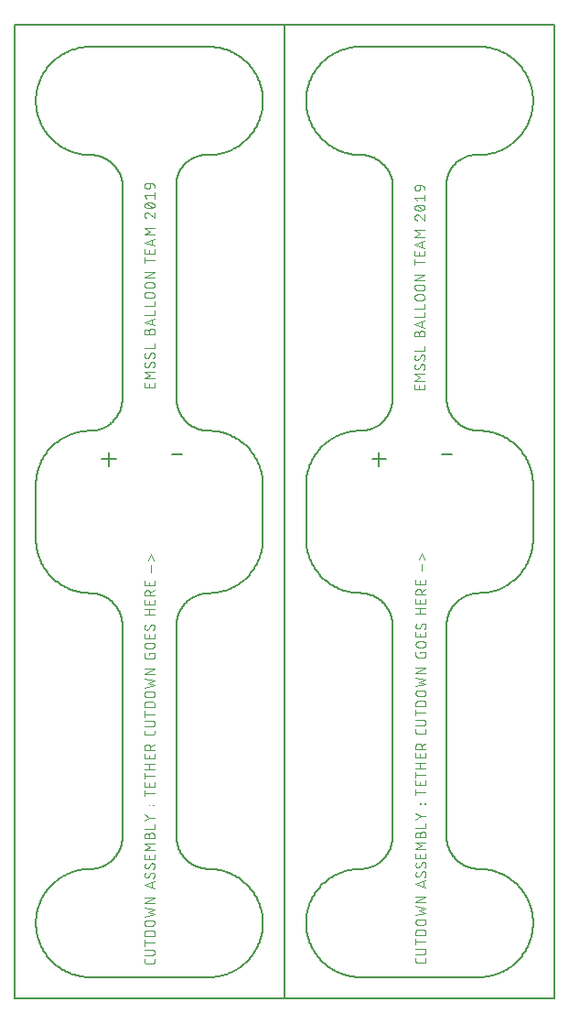
<source format=gbr>
G04 EAGLE Gerber RS-274X export*
G75*
%MOMM*%
%FSLAX34Y34*%
%LPD*%
%INSilkscreen Top*%
%IPPOS*%
%AMOC8*
5,1,8,0,0,1.08239X$1,22.5*%
G01*
%ADD10C,0.076200*%
%ADD11C,0.152400*%
%ADD12C,0.177800*%


D10*
X129619Y569558D02*
X129619Y565381D01*
X120221Y565381D01*
X120221Y569558D01*
X124398Y568514D02*
X124398Y565381D01*
X120221Y573376D02*
X129619Y573376D01*
X125442Y576508D02*
X120221Y573376D01*
X125442Y576508D02*
X120221Y579641D01*
X129619Y579641D01*
X129619Y586784D02*
X129617Y586873D01*
X129611Y586961D01*
X129602Y587049D01*
X129589Y587137D01*
X129572Y587224D01*
X129552Y587310D01*
X129527Y587395D01*
X129500Y587480D01*
X129468Y587563D01*
X129434Y587644D01*
X129395Y587724D01*
X129354Y587802D01*
X129309Y587879D01*
X129261Y587953D01*
X129210Y588026D01*
X129156Y588096D01*
X129098Y588163D01*
X129038Y588229D01*
X128976Y588291D01*
X128910Y588351D01*
X128843Y588409D01*
X128773Y588463D01*
X128700Y588514D01*
X128626Y588562D01*
X128549Y588607D01*
X128471Y588648D01*
X128391Y588687D01*
X128310Y588721D01*
X128227Y588753D01*
X128142Y588780D01*
X128057Y588805D01*
X127971Y588825D01*
X127884Y588842D01*
X127796Y588855D01*
X127708Y588864D01*
X127620Y588870D01*
X127531Y588872D01*
X129619Y586784D02*
X129617Y586655D01*
X129611Y586526D01*
X129602Y586397D01*
X129589Y586269D01*
X129572Y586141D01*
X129551Y586014D01*
X129527Y585887D01*
X129499Y585761D01*
X129467Y585636D01*
X129432Y585512D01*
X129393Y585389D01*
X129350Y585267D01*
X129304Y585147D01*
X129254Y585028D01*
X129201Y584910D01*
X129145Y584794D01*
X129085Y584680D01*
X129022Y584567D01*
X128955Y584457D01*
X128886Y584348D01*
X128813Y584242D01*
X128737Y584137D01*
X128658Y584035D01*
X128576Y583936D01*
X128492Y583838D01*
X128404Y583743D01*
X128314Y583651D01*
X122309Y583913D02*
X122220Y583915D01*
X122132Y583921D01*
X122044Y583930D01*
X121956Y583943D01*
X121869Y583960D01*
X121783Y583980D01*
X121698Y584005D01*
X121613Y584032D01*
X121530Y584064D01*
X121449Y584098D01*
X121369Y584137D01*
X121291Y584178D01*
X121214Y584223D01*
X121140Y584271D01*
X121067Y584322D01*
X120997Y584376D01*
X120930Y584434D01*
X120864Y584494D01*
X120802Y584556D01*
X120742Y584622D01*
X120684Y584689D01*
X120630Y584759D01*
X120579Y584832D01*
X120531Y584906D01*
X120486Y584983D01*
X120445Y585061D01*
X120406Y585141D01*
X120372Y585222D01*
X120340Y585305D01*
X120313Y585390D01*
X120288Y585475D01*
X120268Y585561D01*
X120251Y585648D01*
X120238Y585736D01*
X120229Y585824D01*
X120223Y585912D01*
X120221Y586001D01*
X120223Y586121D01*
X120228Y586241D01*
X120238Y586360D01*
X120250Y586480D01*
X120267Y586599D01*
X120287Y586717D01*
X120311Y586835D01*
X120338Y586951D01*
X120369Y587067D01*
X120403Y587182D01*
X120441Y587296D01*
X120483Y587409D01*
X120528Y587520D01*
X120576Y587630D01*
X120627Y587738D01*
X120682Y587845D01*
X120740Y587950D01*
X120802Y588053D01*
X120866Y588154D01*
X120934Y588254D01*
X121004Y588351D01*
X124136Y584956D02*
X124088Y584878D01*
X124036Y584802D01*
X123982Y584729D01*
X123924Y584658D01*
X123863Y584589D01*
X123799Y584523D01*
X123732Y584460D01*
X123663Y584400D01*
X123591Y584343D01*
X123517Y584289D01*
X123440Y584239D01*
X123361Y584191D01*
X123281Y584148D01*
X123198Y584107D01*
X123114Y584071D01*
X123029Y584038D01*
X122942Y584009D01*
X122853Y583983D01*
X122764Y583961D01*
X122674Y583944D01*
X122584Y583930D01*
X122492Y583920D01*
X122401Y583914D01*
X122309Y583912D01*
X125704Y587828D02*
X125752Y587906D01*
X125804Y587982D01*
X125858Y588055D01*
X125916Y588126D01*
X125977Y588195D01*
X126041Y588261D01*
X126108Y588324D01*
X126177Y588384D01*
X126249Y588441D01*
X126323Y588495D01*
X126400Y588545D01*
X126479Y588593D01*
X126559Y588636D01*
X126642Y588677D01*
X126726Y588713D01*
X126811Y588746D01*
X126898Y588775D01*
X126987Y588801D01*
X127076Y588823D01*
X127166Y588840D01*
X127256Y588854D01*
X127348Y588864D01*
X127439Y588870D01*
X127531Y588872D01*
X125703Y587828D02*
X124137Y584957D01*
X129619Y595318D02*
X129617Y595407D01*
X129611Y595495D01*
X129602Y595583D01*
X129589Y595671D01*
X129572Y595758D01*
X129552Y595844D01*
X129527Y595929D01*
X129500Y596014D01*
X129468Y596097D01*
X129434Y596178D01*
X129395Y596258D01*
X129354Y596336D01*
X129309Y596413D01*
X129261Y596487D01*
X129210Y596560D01*
X129156Y596630D01*
X129098Y596697D01*
X129038Y596763D01*
X128976Y596825D01*
X128910Y596885D01*
X128843Y596943D01*
X128773Y596997D01*
X128700Y597048D01*
X128626Y597096D01*
X128549Y597141D01*
X128471Y597182D01*
X128391Y597221D01*
X128310Y597255D01*
X128227Y597287D01*
X128142Y597314D01*
X128057Y597339D01*
X127971Y597359D01*
X127884Y597376D01*
X127796Y597389D01*
X127708Y597398D01*
X127620Y597404D01*
X127531Y597406D01*
X129619Y595318D02*
X129617Y595189D01*
X129611Y595060D01*
X129602Y594931D01*
X129589Y594803D01*
X129572Y594675D01*
X129551Y594548D01*
X129527Y594421D01*
X129499Y594295D01*
X129467Y594170D01*
X129432Y594046D01*
X129393Y593923D01*
X129350Y593801D01*
X129304Y593681D01*
X129254Y593562D01*
X129201Y593444D01*
X129145Y593328D01*
X129085Y593214D01*
X129022Y593101D01*
X128955Y592991D01*
X128886Y592882D01*
X128813Y592776D01*
X128737Y592671D01*
X128658Y592569D01*
X128576Y592470D01*
X128492Y592372D01*
X128404Y592277D01*
X128314Y592185D01*
X122309Y592447D02*
X122220Y592449D01*
X122132Y592455D01*
X122044Y592464D01*
X121956Y592477D01*
X121869Y592494D01*
X121783Y592514D01*
X121698Y592539D01*
X121613Y592566D01*
X121530Y592598D01*
X121449Y592632D01*
X121369Y592671D01*
X121291Y592712D01*
X121214Y592757D01*
X121140Y592805D01*
X121067Y592856D01*
X120997Y592910D01*
X120930Y592968D01*
X120864Y593028D01*
X120802Y593090D01*
X120742Y593156D01*
X120684Y593223D01*
X120630Y593293D01*
X120579Y593366D01*
X120531Y593440D01*
X120486Y593517D01*
X120445Y593595D01*
X120406Y593675D01*
X120372Y593756D01*
X120340Y593839D01*
X120313Y593924D01*
X120288Y594009D01*
X120268Y594095D01*
X120251Y594182D01*
X120238Y594270D01*
X120229Y594358D01*
X120223Y594446D01*
X120221Y594535D01*
X120223Y594655D01*
X120228Y594775D01*
X120238Y594894D01*
X120250Y595014D01*
X120267Y595133D01*
X120287Y595251D01*
X120311Y595369D01*
X120338Y595485D01*
X120369Y595601D01*
X120403Y595716D01*
X120441Y595830D01*
X120483Y595943D01*
X120528Y596054D01*
X120576Y596164D01*
X120627Y596272D01*
X120682Y596379D01*
X120740Y596484D01*
X120802Y596587D01*
X120866Y596688D01*
X120934Y596788D01*
X121004Y596885D01*
X124136Y593491D02*
X124088Y593413D01*
X124036Y593337D01*
X123982Y593264D01*
X123924Y593193D01*
X123863Y593124D01*
X123799Y593058D01*
X123732Y592995D01*
X123663Y592935D01*
X123591Y592878D01*
X123517Y592824D01*
X123440Y592774D01*
X123361Y592726D01*
X123281Y592683D01*
X123198Y592642D01*
X123114Y592606D01*
X123029Y592573D01*
X122942Y592544D01*
X122853Y592518D01*
X122764Y592496D01*
X122674Y592479D01*
X122584Y592465D01*
X122492Y592455D01*
X122401Y592449D01*
X122309Y592447D01*
X125704Y596363D02*
X125752Y596441D01*
X125804Y596517D01*
X125858Y596590D01*
X125916Y596661D01*
X125977Y596730D01*
X126041Y596796D01*
X126108Y596859D01*
X126177Y596919D01*
X126249Y596976D01*
X126323Y597030D01*
X126400Y597080D01*
X126479Y597128D01*
X126559Y597171D01*
X126642Y597212D01*
X126726Y597248D01*
X126811Y597281D01*
X126898Y597310D01*
X126987Y597336D01*
X127076Y597358D01*
X127166Y597375D01*
X127256Y597389D01*
X127348Y597399D01*
X127439Y597405D01*
X127531Y597407D01*
X125703Y596363D02*
X124137Y593491D01*
X120221Y601347D02*
X129619Y601347D01*
X129619Y605524D01*
X124398Y614262D02*
X124398Y616873D01*
X124397Y616873D02*
X124399Y616974D01*
X124405Y617075D01*
X124415Y617176D01*
X124428Y617276D01*
X124446Y617376D01*
X124467Y617475D01*
X124493Y617573D01*
X124522Y617670D01*
X124554Y617766D01*
X124591Y617860D01*
X124631Y617953D01*
X124675Y618045D01*
X124722Y618134D01*
X124773Y618222D01*
X124827Y618308D01*
X124884Y618391D01*
X124944Y618473D01*
X125008Y618551D01*
X125074Y618628D01*
X125144Y618701D01*
X125216Y618772D01*
X125291Y618840D01*
X125369Y618905D01*
X125449Y618967D01*
X125531Y619026D01*
X125616Y619082D01*
X125703Y619134D01*
X125791Y619183D01*
X125882Y619229D01*
X125974Y619270D01*
X126068Y619309D01*
X126163Y619343D01*
X126259Y619374D01*
X126357Y619401D01*
X126455Y619425D01*
X126555Y619444D01*
X126655Y619460D01*
X126755Y619472D01*
X126856Y619480D01*
X126957Y619484D01*
X127059Y619484D01*
X127160Y619480D01*
X127261Y619472D01*
X127361Y619460D01*
X127461Y619444D01*
X127561Y619425D01*
X127659Y619401D01*
X127757Y619374D01*
X127853Y619343D01*
X127948Y619309D01*
X128042Y619270D01*
X128134Y619229D01*
X128225Y619183D01*
X128314Y619134D01*
X128400Y619082D01*
X128485Y619026D01*
X128567Y618967D01*
X128647Y618905D01*
X128725Y618840D01*
X128800Y618772D01*
X128872Y618701D01*
X128942Y618628D01*
X129008Y618551D01*
X129072Y618473D01*
X129132Y618391D01*
X129189Y618308D01*
X129243Y618222D01*
X129294Y618134D01*
X129341Y618045D01*
X129385Y617953D01*
X129425Y617860D01*
X129462Y617766D01*
X129494Y617670D01*
X129523Y617573D01*
X129549Y617475D01*
X129570Y617376D01*
X129588Y617276D01*
X129601Y617176D01*
X129611Y617075D01*
X129617Y616974D01*
X129619Y616873D01*
X129619Y614262D01*
X120221Y614262D01*
X120221Y616873D01*
X120223Y616963D01*
X120229Y617052D01*
X120238Y617142D01*
X120252Y617231D01*
X120269Y617319D01*
X120290Y617406D01*
X120315Y617493D01*
X120344Y617578D01*
X120376Y617662D01*
X120411Y617744D01*
X120451Y617825D01*
X120493Y617904D01*
X120539Y617981D01*
X120589Y618056D01*
X120641Y618129D01*
X120697Y618200D01*
X120755Y618268D01*
X120817Y618333D01*
X120881Y618396D01*
X120948Y618456D01*
X121017Y618513D01*
X121089Y618567D01*
X121163Y618618D01*
X121239Y618666D01*
X121317Y618710D01*
X121397Y618751D01*
X121479Y618789D01*
X121562Y618823D01*
X121647Y618853D01*
X121733Y618880D01*
X121819Y618903D01*
X121907Y618922D01*
X121996Y618937D01*
X122085Y618949D01*
X122174Y618957D01*
X122264Y618961D01*
X122354Y618961D01*
X122444Y618957D01*
X122533Y618949D01*
X122622Y618937D01*
X122711Y618922D01*
X122799Y618903D01*
X122885Y618880D01*
X122971Y618853D01*
X123056Y618823D01*
X123139Y618789D01*
X123221Y618751D01*
X123301Y618710D01*
X123379Y618666D01*
X123455Y618618D01*
X123529Y618567D01*
X123601Y618513D01*
X123670Y618456D01*
X123737Y618396D01*
X123801Y618333D01*
X123863Y618268D01*
X123921Y618200D01*
X123977Y618129D01*
X124029Y618056D01*
X124079Y617981D01*
X124125Y617904D01*
X124167Y617825D01*
X124207Y617744D01*
X124242Y617662D01*
X124274Y617578D01*
X124303Y617493D01*
X124328Y617406D01*
X124349Y617319D01*
X124366Y617231D01*
X124380Y617142D01*
X124389Y617052D01*
X124395Y616963D01*
X124397Y616873D01*
X129619Y622448D02*
X120221Y625581D01*
X129619Y628714D01*
X127270Y627930D02*
X127270Y623231D01*
X129619Y632437D02*
X120221Y632437D01*
X129619Y632437D02*
X129619Y636613D01*
X129619Y640361D02*
X120221Y640361D01*
X129619Y640361D02*
X129619Y644538D01*
X127008Y647964D02*
X122832Y647964D01*
X122832Y647963D02*
X122731Y647965D01*
X122630Y647971D01*
X122529Y647981D01*
X122429Y647994D01*
X122329Y648012D01*
X122230Y648033D01*
X122132Y648059D01*
X122035Y648088D01*
X121939Y648120D01*
X121845Y648157D01*
X121752Y648197D01*
X121660Y648241D01*
X121571Y648288D01*
X121483Y648339D01*
X121397Y648393D01*
X121314Y648450D01*
X121232Y648510D01*
X121154Y648574D01*
X121077Y648640D01*
X121004Y648710D01*
X120933Y648782D01*
X120865Y648857D01*
X120800Y648935D01*
X120738Y649015D01*
X120679Y649097D01*
X120623Y649182D01*
X120571Y649269D01*
X120522Y649357D01*
X120476Y649448D01*
X120435Y649540D01*
X120396Y649634D01*
X120362Y649729D01*
X120331Y649825D01*
X120304Y649923D01*
X120280Y650021D01*
X120261Y650121D01*
X120245Y650221D01*
X120233Y650321D01*
X120225Y650422D01*
X120221Y650523D01*
X120221Y650625D01*
X120225Y650726D01*
X120233Y650827D01*
X120245Y650927D01*
X120261Y651027D01*
X120280Y651127D01*
X120304Y651225D01*
X120331Y651323D01*
X120362Y651419D01*
X120396Y651514D01*
X120435Y651608D01*
X120476Y651700D01*
X120522Y651791D01*
X120571Y651880D01*
X120623Y651966D01*
X120679Y652051D01*
X120738Y652133D01*
X120800Y652213D01*
X120865Y652291D01*
X120933Y652366D01*
X121004Y652438D01*
X121077Y652508D01*
X121154Y652574D01*
X121232Y652638D01*
X121314Y652698D01*
X121397Y652755D01*
X121483Y652809D01*
X121571Y652860D01*
X121660Y652907D01*
X121752Y652951D01*
X121845Y652991D01*
X121939Y653028D01*
X122035Y653060D01*
X122132Y653089D01*
X122230Y653115D01*
X122329Y653136D01*
X122429Y653154D01*
X122529Y653167D01*
X122630Y653177D01*
X122731Y653183D01*
X122832Y653185D01*
X127008Y653185D01*
X127109Y653183D01*
X127210Y653177D01*
X127311Y653167D01*
X127411Y653154D01*
X127511Y653136D01*
X127610Y653115D01*
X127708Y653089D01*
X127805Y653060D01*
X127901Y653028D01*
X127995Y652991D01*
X128088Y652951D01*
X128180Y652907D01*
X128269Y652860D01*
X128357Y652809D01*
X128443Y652755D01*
X128526Y652698D01*
X128608Y652638D01*
X128686Y652574D01*
X128763Y652508D01*
X128836Y652438D01*
X128907Y652366D01*
X128975Y652291D01*
X129040Y652213D01*
X129102Y652133D01*
X129161Y652051D01*
X129217Y651966D01*
X129269Y651880D01*
X129318Y651791D01*
X129364Y651700D01*
X129405Y651608D01*
X129444Y651514D01*
X129478Y651419D01*
X129509Y651323D01*
X129536Y651225D01*
X129560Y651127D01*
X129579Y651027D01*
X129595Y650927D01*
X129607Y650827D01*
X129615Y650726D01*
X129619Y650625D01*
X129619Y650523D01*
X129615Y650422D01*
X129607Y650321D01*
X129595Y650221D01*
X129579Y650121D01*
X129560Y650021D01*
X129536Y649923D01*
X129509Y649825D01*
X129478Y649729D01*
X129444Y649634D01*
X129405Y649540D01*
X129364Y649448D01*
X129318Y649357D01*
X129269Y649269D01*
X129217Y649182D01*
X129161Y649097D01*
X129102Y649015D01*
X129040Y648935D01*
X128975Y648857D01*
X128907Y648782D01*
X128836Y648710D01*
X128763Y648640D01*
X128686Y648574D01*
X128608Y648510D01*
X128526Y648450D01*
X128443Y648393D01*
X128357Y648339D01*
X128269Y648288D01*
X128180Y648241D01*
X128088Y648197D01*
X127995Y648157D01*
X127901Y648120D01*
X127805Y648088D01*
X127708Y648059D01*
X127610Y648033D01*
X127511Y648012D01*
X127411Y647994D01*
X127311Y647981D01*
X127210Y647971D01*
X127109Y647965D01*
X127008Y647963D01*
X127008Y657108D02*
X122832Y657108D01*
X122832Y657107D02*
X122731Y657109D01*
X122630Y657115D01*
X122529Y657125D01*
X122429Y657138D01*
X122329Y657156D01*
X122230Y657177D01*
X122132Y657203D01*
X122035Y657232D01*
X121939Y657264D01*
X121845Y657301D01*
X121752Y657341D01*
X121660Y657385D01*
X121571Y657432D01*
X121483Y657483D01*
X121397Y657537D01*
X121314Y657594D01*
X121232Y657654D01*
X121154Y657718D01*
X121077Y657784D01*
X121004Y657854D01*
X120933Y657926D01*
X120865Y658001D01*
X120800Y658079D01*
X120738Y658159D01*
X120679Y658241D01*
X120623Y658326D01*
X120571Y658413D01*
X120522Y658501D01*
X120476Y658592D01*
X120435Y658684D01*
X120396Y658778D01*
X120362Y658873D01*
X120331Y658969D01*
X120304Y659067D01*
X120280Y659165D01*
X120261Y659265D01*
X120245Y659365D01*
X120233Y659465D01*
X120225Y659566D01*
X120221Y659667D01*
X120221Y659769D01*
X120225Y659870D01*
X120233Y659971D01*
X120245Y660071D01*
X120261Y660171D01*
X120280Y660271D01*
X120304Y660369D01*
X120331Y660467D01*
X120362Y660563D01*
X120396Y660658D01*
X120435Y660752D01*
X120476Y660844D01*
X120522Y660935D01*
X120571Y661024D01*
X120623Y661110D01*
X120679Y661195D01*
X120738Y661277D01*
X120800Y661357D01*
X120865Y661435D01*
X120933Y661510D01*
X121004Y661582D01*
X121077Y661652D01*
X121154Y661718D01*
X121232Y661782D01*
X121314Y661842D01*
X121397Y661899D01*
X121483Y661953D01*
X121571Y662004D01*
X121660Y662051D01*
X121752Y662095D01*
X121845Y662135D01*
X121939Y662172D01*
X122035Y662204D01*
X122132Y662233D01*
X122230Y662259D01*
X122329Y662280D01*
X122429Y662298D01*
X122529Y662311D01*
X122630Y662321D01*
X122731Y662327D01*
X122832Y662329D01*
X127008Y662329D01*
X127109Y662327D01*
X127210Y662321D01*
X127311Y662311D01*
X127411Y662298D01*
X127511Y662280D01*
X127610Y662259D01*
X127708Y662233D01*
X127805Y662204D01*
X127901Y662172D01*
X127995Y662135D01*
X128088Y662095D01*
X128180Y662051D01*
X128269Y662004D01*
X128357Y661953D01*
X128443Y661899D01*
X128526Y661842D01*
X128608Y661782D01*
X128686Y661718D01*
X128763Y661652D01*
X128836Y661582D01*
X128907Y661510D01*
X128975Y661435D01*
X129040Y661357D01*
X129102Y661277D01*
X129161Y661195D01*
X129217Y661110D01*
X129269Y661024D01*
X129318Y660935D01*
X129364Y660844D01*
X129405Y660752D01*
X129444Y660658D01*
X129478Y660563D01*
X129509Y660467D01*
X129536Y660369D01*
X129560Y660271D01*
X129579Y660171D01*
X129595Y660071D01*
X129607Y659971D01*
X129615Y659870D01*
X129619Y659769D01*
X129619Y659667D01*
X129615Y659566D01*
X129607Y659465D01*
X129595Y659365D01*
X129579Y659265D01*
X129560Y659165D01*
X129536Y659067D01*
X129509Y658969D01*
X129478Y658873D01*
X129444Y658778D01*
X129405Y658684D01*
X129364Y658592D01*
X129318Y658501D01*
X129269Y658413D01*
X129217Y658326D01*
X129161Y658241D01*
X129102Y658159D01*
X129040Y658079D01*
X128975Y658001D01*
X128907Y657926D01*
X128836Y657854D01*
X128763Y657784D01*
X128686Y657718D01*
X128608Y657654D01*
X128526Y657594D01*
X128443Y657537D01*
X128357Y657483D01*
X128269Y657432D01*
X128180Y657385D01*
X128088Y657341D01*
X127995Y657301D01*
X127901Y657264D01*
X127805Y657232D01*
X127708Y657203D01*
X127610Y657177D01*
X127511Y657156D01*
X127411Y657138D01*
X127311Y657125D01*
X127210Y657115D01*
X127109Y657109D01*
X127008Y657107D01*
X129619Y666557D02*
X120221Y666557D01*
X129619Y671778D01*
X120221Y671778D01*
X120221Y682883D02*
X129619Y682883D01*
X120221Y680273D02*
X120221Y685494D01*
X129619Y689129D02*
X129619Y693306D01*
X129619Y689129D02*
X120221Y689129D01*
X120221Y693306D01*
X124398Y692262D02*
X124398Y689129D01*
X129619Y696210D02*
X120221Y699342D01*
X129619Y702475D01*
X127270Y701692D02*
X127270Y696993D01*
X129619Y706268D02*
X120221Y706268D01*
X125442Y709401D01*
X120221Y712533D01*
X129619Y712533D01*
X120221Y724597D02*
X120223Y724692D01*
X120229Y724786D01*
X120238Y724880D01*
X120251Y724974D01*
X120268Y725067D01*
X120289Y725159D01*
X120314Y725251D01*
X120342Y725341D01*
X120374Y725430D01*
X120409Y725518D01*
X120448Y725604D01*
X120490Y725689D01*
X120536Y725772D01*
X120585Y725853D01*
X120637Y725932D01*
X120692Y726009D01*
X120751Y726083D01*
X120812Y726155D01*
X120876Y726225D01*
X120943Y726292D01*
X121013Y726356D01*
X121085Y726417D01*
X121159Y726476D01*
X121236Y726531D01*
X121315Y726583D01*
X121396Y726632D01*
X121479Y726678D01*
X121564Y726720D01*
X121650Y726759D01*
X121738Y726794D01*
X121827Y726826D01*
X121917Y726854D01*
X122009Y726879D01*
X122101Y726900D01*
X122194Y726917D01*
X122288Y726930D01*
X122382Y726939D01*
X122476Y726945D01*
X122571Y726947D01*
X120221Y724597D02*
X120223Y724489D01*
X120229Y724380D01*
X120239Y724272D01*
X120252Y724165D01*
X120270Y724058D01*
X120291Y723951D01*
X120316Y723846D01*
X120345Y723741D01*
X120377Y723638D01*
X120414Y723536D01*
X120454Y723435D01*
X120497Y723336D01*
X120544Y723238D01*
X120595Y723142D01*
X120649Y723048D01*
X120706Y722956D01*
X120767Y722866D01*
X120831Y722778D01*
X120897Y722693D01*
X120967Y722610D01*
X121040Y722530D01*
X121116Y722452D01*
X121194Y722377D01*
X121275Y722305D01*
X121359Y722236D01*
X121445Y722170D01*
X121533Y722107D01*
X121624Y722048D01*
X121716Y721991D01*
X121811Y721938D01*
X121908Y721889D01*
X122006Y721843D01*
X122105Y721800D01*
X122207Y721761D01*
X122309Y721726D01*
X124399Y726164D02*
X124330Y726233D01*
X124259Y726299D01*
X124186Y726363D01*
X124110Y726424D01*
X124031Y726482D01*
X123951Y726536D01*
X123868Y726588D01*
X123784Y726636D01*
X123698Y726682D01*
X123610Y726723D01*
X123520Y726762D01*
X123429Y726797D01*
X123337Y726828D01*
X123244Y726856D01*
X123150Y726880D01*
X123055Y726900D01*
X122959Y726917D01*
X122862Y726930D01*
X122765Y726939D01*
X122668Y726945D01*
X122571Y726947D01*
X124398Y726163D02*
X129619Y721725D01*
X129619Y726946D01*
X124920Y730869D02*
X124735Y730871D01*
X124550Y730878D01*
X124366Y730889D01*
X124182Y730904D01*
X123998Y730924D01*
X123814Y730948D01*
X123632Y730977D01*
X123450Y731010D01*
X123269Y731047D01*
X123089Y731089D01*
X122909Y731135D01*
X122731Y731185D01*
X122555Y731239D01*
X122379Y731298D01*
X122205Y731360D01*
X122033Y731427D01*
X121862Y731498D01*
X121693Y731573D01*
X121526Y731652D01*
X121446Y731682D01*
X121367Y731715D01*
X121290Y731752D01*
X121214Y731792D01*
X121140Y731835D01*
X121068Y731881D01*
X120999Y731931D01*
X120931Y731983D01*
X120866Y732039D01*
X120803Y732097D01*
X120744Y732159D01*
X120686Y732222D01*
X120632Y732289D01*
X120581Y732357D01*
X120533Y732428D01*
X120488Y732501D01*
X120446Y732575D01*
X120408Y732652D01*
X120373Y732730D01*
X120341Y732809D01*
X120313Y732890D01*
X120289Y732972D01*
X120268Y733056D01*
X120251Y733139D01*
X120238Y733224D01*
X120229Y733309D01*
X120223Y733394D01*
X120221Y733480D01*
X120223Y733566D01*
X120229Y733651D01*
X120238Y733736D01*
X120251Y733821D01*
X120268Y733904D01*
X120289Y733988D01*
X120313Y734070D01*
X120341Y734151D01*
X120373Y734230D01*
X120408Y734308D01*
X120446Y734385D01*
X120488Y734459D01*
X120533Y734532D01*
X120581Y734603D01*
X120632Y734671D01*
X120686Y734738D01*
X120744Y734801D01*
X120803Y734863D01*
X120866Y734921D01*
X120931Y734977D01*
X120999Y735029D01*
X121068Y735079D01*
X121140Y735125D01*
X121214Y735168D01*
X121290Y735208D01*
X121367Y735245D01*
X121446Y735278D01*
X121526Y735308D01*
X121526Y735307D02*
X121693Y735386D01*
X121862Y735461D01*
X122033Y735532D01*
X122205Y735599D01*
X122379Y735661D01*
X122555Y735720D01*
X122731Y735774D01*
X122909Y735824D01*
X123089Y735870D01*
X123269Y735912D01*
X123450Y735949D01*
X123632Y735982D01*
X123814Y736011D01*
X123998Y736035D01*
X124182Y736055D01*
X124366Y736070D01*
X124550Y736081D01*
X124735Y736088D01*
X124920Y736090D01*
X124920Y730869D02*
X125105Y730871D01*
X125290Y730878D01*
X125474Y730889D01*
X125658Y730904D01*
X125842Y730924D01*
X126026Y730948D01*
X126208Y730977D01*
X126390Y731010D01*
X126571Y731047D01*
X126751Y731089D01*
X126931Y731135D01*
X127109Y731185D01*
X127285Y731239D01*
X127461Y731298D01*
X127635Y731360D01*
X127807Y731427D01*
X127978Y731498D01*
X128147Y731573D01*
X128314Y731652D01*
X128394Y731682D01*
X128473Y731715D01*
X128550Y731752D01*
X128626Y731792D01*
X128700Y731835D01*
X128772Y731881D01*
X128841Y731931D01*
X128909Y731984D01*
X128974Y732039D01*
X129037Y732098D01*
X129096Y732159D01*
X129154Y732222D01*
X129208Y732289D01*
X129259Y732357D01*
X129307Y732428D01*
X129352Y732501D01*
X129394Y732575D01*
X129432Y732652D01*
X129467Y732730D01*
X129499Y732809D01*
X129527Y732890D01*
X129551Y732972D01*
X129572Y733056D01*
X129589Y733139D01*
X129602Y733224D01*
X129611Y733309D01*
X129617Y733394D01*
X129619Y733480D01*
X128314Y735307D02*
X128147Y735386D01*
X127978Y735461D01*
X127807Y735532D01*
X127635Y735599D01*
X127461Y735661D01*
X127285Y735720D01*
X127109Y735774D01*
X126931Y735824D01*
X126751Y735870D01*
X126571Y735912D01*
X126390Y735949D01*
X126208Y735982D01*
X126026Y736011D01*
X125842Y736035D01*
X125658Y736055D01*
X125474Y736070D01*
X125290Y736081D01*
X125105Y736088D01*
X124920Y736090D01*
X128314Y735308D02*
X128394Y735278D01*
X128473Y735245D01*
X128550Y735208D01*
X128626Y735168D01*
X128700Y735125D01*
X128772Y735079D01*
X128841Y735029D01*
X128909Y734977D01*
X128974Y734921D01*
X129037Y734863D01*
X129096Y734801D01*
X129154Y734738D01*
X129208Y734671D01*
X129259Y734603D01*
X129307Y734532D01*
X129352Y734459D01*
X129394Y734385D01*
X129432Y734308D01*
X129467Y734230D01*
X129499Y734151D01*
X129527Y734070D01*
X129551Y733988D01*
X129572Y733904D01*
X129589Y733821D01*
X129602Y733736D01*
X129611Y733651D01*
X129617Y733566D01*
X129619Y733480D01*
X127531Y731391D02*
X122309Y735568D01*
X122309Y740013D02*
X120221Y742624D01*
X129619Y742624D01*
X129619Y745234D02*
X129619Y740013D01*
X125442Y751245D02*
X125442Y754378D01*
X125442Y751245D02*
X125440Y751156D01*
X125434Y751068D01*
X125425Y750980D01*
X125412Y750892D01*
X125395Y750805D01*
X125375Y750719D01*
X125350Y750634D01*
X125323Y750549D01*
X125291Y750466D01*
X125257Y750385D01*
X125218Y750305D01*
X125177Y750227D01*
X125132Y750150D01*
X125084Y750076D01*
X125033Y750003D01*
X124979Y749933D01*
X124921Y749866D01*
X124861Y749800D01*
X124799Y749738D01*
X124733Y749678D01*
X124666Y749620D01*
X124596Y749566D01*
X124523Y749515D01*
X124449Y749467D01*
X124372Y749422D01*
X124294Y749381D01*
X124214Y749342D01*
X124133Y749308D01*
X124050Y749276D01*
X123965Y749249D01*
X123880Y749224D01*
X123794Y749204D01*
X123707Y749187D01*
X123619Y749174D01*
X123531Y749165D01*
X123443Y749159D01*
X123354Y749157D01*
X122832Y749157D01*
X122731Y749159D01*
X122630Y749165D01*
X122529Y749175D01*
X122429Y749188D01*
X122329Y749206D01*
X122230Y749227D01*
X122132Y749253D01*
X122035Y749282D01*
X121939Y749314D01*
X121845Y749351D01*
X121752Y749391D01*
X121660Y749435D01*
X121571Y749482D01*
X121483Y749533D01*
X121397Y749587D01*
X121314Y749644D01*
X121232Y749704D01*
X121154Y749768D01*
X121077Y749834D01*
X121004Y749904D01*
X120933Y749976D01*
X120865Y750051D01*
X120800Y750129D01*
X120738Y750209D01*
X120679Y750291D01*
X120623Y750376D01*
X120571Y750463D01*
X120522Y750551D01*
X120476Y750642D01*
X120435Y750734D01*
X120396Y750828D01*
X120362Y750923D01*
X120331Y751019D01*
X120304Y751117D01*
X120280Y751215D01*
X120261Y751315D01*
X120245Y751415D01*
X120233Y751515D01*
X120225Y751616D01*
X120221Y751717D01*
X120221Y751819D01*
X120225Y751920D01*
X120233Y752021D01*
X120245Y752121D01*
X120261Y752221D01*
X120280Y752321D01*
X120304Y752419D01*
X120331Y752517D01*
X120362Y752613D01*
X120396Y752708D01*
X120435Y752802D01*
X120476Y752894D01*
X120522Y752985D01*
X120571Y753074D01*
X120623Y753160D01*
X120679Y753245D01*
X120738Y753327D01*
X120800Y753407D01*
X120865Y753485D01*
X120933Y753560D01*
X121004Y753632D01*
X121077Y753702D01*
X121154Y753768D01*
X121232Y753832D01*
X121314Y753892D01*
X121397Y753949D01*
X121483Y754003D01*
X121571Y754054D01*
X121660Y754101D01*
X121752Y754145D01*
X121845Y754185D01*
X121939Y754222D01*
X122035Y754254D01*
X122132Y754283D01*
X122230Y754309D01*
X122329Y754330D01*
X122429Y754348D01*
X122529Y754361D01*
X122630Y754371D01*
X122731Y754377D01*
X122832Y754379D01*
X122832Y754378D02*
X125442Y754378D01*
X125568Y754376D01*
X125694Y754370D01*
X125820Y754361D01*
X125945Y754348D01*
X126070Y754330D01*
X126195Y754310D01*
X126319Y754285D01*
X126442Y754257D01*
X126564Y754225D01*
X126685Y754189D01*
X126805Y754150D01*
X126923Y754107D01*
X127040Y754060D01*
X127156Y754010D01*
X127271Y753956D01*
X127383Y753900D01*
X127494Y753839D01*
X127603Y753776D01*
X127710Y753709D01*
X127815Y753639D01*
X127918Y753565D01*
X128018Y753489D01*
X128116Y753410D01*
X128212Y753328D01*
X128305Y753242D01*
X128396Y753155D01*
X128483Y753064D01*
X128569Y752971D01*
X128651Y752875D01*
X128730Y752777D01*
X128806Y752677D01*
X128880Y752574D01*
X128950Y752469D01*
X129017Y752362D01*
X129080Y752253D01*
X129141Y752142D01*
X129197Y752030D01*
X129251Y751915D01*
X129301Y751799D01*
X129348Y751682D01*
X129391Y751564D01*
X129430Y751444D01*
X129466Y751323D01*
X129498Y751201D01*
X129526Y751078D01*
X129551Y750954D01*
X129571Y750829D01*
X129589Y750704D01*
X129602Y750579D01*
X129611Y750453D01*
X129617Y750327D01*
X129619Y750201D01*
X379619Y567558D02*
X379619Y563381D01*
X370221Y563381D01*
X370221Y567558D01*
X374398Y566514D02*
X374398Y563381D01*
X370221Y571376D02*
X379619Y571376D01*
X375442Y574508D02*
X370221Y571376D01*
X375442Y574508D02*
X370221Y577641D01*
X379619Y577641D01*
X379619Y584784D02*
X379617Y584873D01*
X379611Y584961D01*
X379602Y585049D01*
X379589Y585137D01*
X379572Y585224D01*
X379552Y585310D01*
X379527Y585395D01*
X379500Y585480D01*
X379468Y585563D01*
X379434Y585644D01*
X379395Y585724D01*
X379354Y585802D01*
X379309Y585879D01*
X379261Y585953D01*
X379210Y586026D01*
X379156Y586096D01*
X379098Y586163D01*
X379038Y586229D01*
X378976Y586291D01*
X378910Y586351D01*
X378843Y586409D01*
X378773Y586463D01*
X378700Y586514D01*
X378626Y586562D01*
X378549Y586607D01*
X378471Y586648D01*
X378391Y586687D01*
X378310Y586721D01*
X378227Y586753D01*
X378142Y586780D01*
X378057Y586805D01*
X377971Y586825D01*
X377884Y586842D01*
X377796Y586855D01*
X377708Y586864D01*
X377620Y586870D01*
X377531Y586872D01*
X379619Y584784D02*
X379617Y584655D01*
X379611Y584526D01*
X379602Y584397D01*
X379589Y584269D01*
X379572Y584141D01*
X379551Y584014D01*
X379527Y583887D01*
X379499Y583761D01*
X379467Y583636D01*
X379432Y583512D01*
X379393Y583389D01*
X379350Y583267D01*
X379304Y583147D01*
X379254Y583028D01*
X379201Y582910D01*
X379145Y582794D01*
X379085Y582680D01*
X379022Y582567D01*
X378955Y582457D01*
X378886Y582348D01*
X378813Y582242D01*
X378737Y582137D01*
X378658Y582035D01*
X378576Y581936D01*
X378492Y581838D01*
X378404Y581743D01*
X378314Y581651D01*
X372309Y581913D02*
X372220Y581915D01*
X372132Y581921D01*
X372044Y581930D01*
X371956Y581943D01*
X371869Y581960D01*
X371783Y581980D01*
X371698Y582005D01*
X371613Y582032D01*
X371530Y582064D01*
X371449Y582098D01*
X371369Y582137D01*
X371291Y582178D01*
X371214Y582223D01*
X371140Y582271D01*
X371067Y582322D01*
X370997Y582376D01*
X370930Y582434D01*
X370864Y582494D01*
X370802Y582556D01*
X370742Y582622D01*
X370684Y582689D01*
X370630Y582759D01*
X370579Y582832D01*
X370531Y582906D01*
X370486Y582983D01*
X370445Y583061D01*
X370406Y583141D01*
X370372Y583222D01*
X370340Y583305D01*
X370313Y583390D01*
X370288Y583475D01*
X370268Y583561D01*
X370251Y583648D01*
X370238Y583736D01*
X370229Y583824D01*
X370223Y583912D01*
X370221Y584001D01*
X370223Y584121D01*
X370228Y584241D01*
X370238Y584360D01*
X370250Y584480D01*
X370267Y584599D01*
X370287Y584717D01*
X370311Y584835D01*
X370338Y584951D01*
X370369Y585067D01*
X370403Y585182D01*
X370441Y585296D01*
X370483Y585409D01*
X370528Y585520D01*
X370576Y585630D01*
X370627Y585738D01*
X370682Y585845D01*
X370740Y585950D01*
X370802Y586053D01*
X370866Y586154D01*
X370934Y586254D01*
X371004Y586351D01*
X374136Y582956D02*
X374088Y582878D01*
X374036Y582802D01*
X373982Y582729D01*
X373924Y582658D01*
X373863Y582589D01*
X373799Y582523D01*
X373732Y582460D01*
X373663Y582400D01*
X373591Y582343D01*
X373517Y582289D01*
X373440Y582239D01*
X373361Y582191D01*
X373281Y582148D01*
X373198Y582107D01*
X373114Y582071D01*
X373029Y582038D01*
X372942Y582009D01*
X372853Y581983D01*
X372764Y581961D01*
X372674Y581944D01*
X372584Y581930D01*
X372492Y581920D01*
X372401Y581914D01*
X372309Y581912D01*
X375704Y585828D02*
X375752Y585906D01*
X375804Y585982D01*
X375858Y586055D01*
X375916Y586126D01*
X375977Y586195D01*
X376041Y586261D01*
X376108Y586324D01*
X376177Y586384D01*
X376249Y586441D01*
X376323Y586495D01*
X376400Y586545D01*
X376479Y586593D01*
X376559Y586636D01*
X376642Y586677D01*
X376726Y586713D01*
X376811Y586746D01*
X376898Y586775D01*
X376987Y586801D01*
X377076Y586823D01*
X377166Y586840D01*
X377256Y586854D01*
X377348Y586864D01*
X377439Y586870D01*
X377531Y586872D01*
X375703Y585828D02*
X374137Y582957D01*
X379619Y593318D02*
X379617Y593407D01*
X379611Y593495D01*
X379602Y593583D01*
X379589Y593671D01*
X379572Y593758D01*
X379552Y593844D01*
X379527Y593929D01*
X379500Y594014D01*
X379468Y594097D01*
X379434Y594178D01*
X379395Y594258D01*
X379354Y594336D01*
X379309Y594413D01*
X379261Y594487D01*
X379210Y594560D01*
X379156Y594630D01*
X379098Y594697D01*
X379038Y594763D01*
X378976Y594825D01*
X378910Y594885D01*
X378843Y594943D01*
X378773Y594997D01*
X378700Y595048D01*
X378626Y595096D01*
X378549Y595141D01*
X378471Y595182D01*
X378391Y595221D01*
X378310Y595255D01*
X378227Y595287D01*
X378142Y595314D01*
X378057Y595339D01*
X377971Y595359D01*
X377884Y595376D01*
X377796Y595389D01*
X377708Y595398D01*
X377620Y595404D01*
X377531Y595406D01*
X379619Y593318D02*
X379617Y593189D01*
X379611Y593060D01*
X379602Y592931D01*
X379589Y592803D01*
X379572Y592675D01*
X379551Y592548D01*
X379527Y592421D01*
X379499Y592295D01*
X379467Y592170D01*
X379432Y592046D01*
X379393Y591923D01*
X379350Y591801D01*
X379304Y591681D01*
X379254Y591562D01*
X379201Y591444D01*
X379145Y591328D01*
X379085Y591214D01*
X379022Y591101D01*
X378955Y590991D01*
X378886Y590882D01*
X378813Y590776D01*
X378737Y590671D01*
X378658Y590569D01*
X378576Y590470D01*
X378492Y590372D01*
X378404Y590277D01*
X378314Y590185D01*
X372309Y590447D02*
X372220Y590449D01*
X372132Y590455D01*
X372044Y590464D01*
X371956Y590477D01*
X371869Y590494D01*
X371783Y590514D01*
X371698Y590539D01*
X371613Y590566D01*
X371530Y590598D01*
X371449Y590632D01*
X371369Y590671D01*
X371291Y590712D01*
X371214Y590757D01*
X371140Y590805D01*
X371067Y590856D01*
X370997Y590910D01*
X370930Y590968D01*
X370864Y591028D01*
X370802Y591090D01*
X370742Y591156D01*
X370684Y591223D01*
X370630Y591293D01*
X370579Y591366D01*
X370531Y591440D01*
X370486Y591517D01*
X370445Y591595D01*
X370406Y591675D01*
X370372Y591756D01*
X370340Y591839D01*
X370313Y591924D01*
X370288Y592009D01*
X370268Y592095D01*
X370251Y592182D01*
X370238Y592270D01*
X370229Y592358D01*
X370223Y592446D01*
X370221Y592535D01*
X370223Y592655D01*
X370228Y592775D01*
X370238Y592894D01*
X370250Y593014D01*
X370267Y593133D01*
X370287Y593251D01*
X370311Y593369D01*
X370338Y593485D01*
X370369Y593601D01*
X370403Y593716D01*
X370441Y593830D01*
X370483Y593943D01*
X370528Y594054D01*
X370576Y594164D01*
X370627Y594272D01*
X370682Y594379D01*
X370740Y594484D01*
X370802Y594587D01*
X370866Y594688D01*
X370934Y594788D01*
X371004Y594885D01*
X374136Y591491D02*
X374088Y591413D01*
X374036Y591337D01*
X373982Y591264D01*
X373924Y591193D01*
X373863Y591124D01*
X373799Y591058D01*
X373732Y590995D01*
X373663Y590935D01*
X373591Y590878D01*
X373517Y590824D01*
X373440Y590774D01*
X373361Y590726D01*
X373281Y590683D01*
X373198Y590642D01*
X373114Y590606D01*
X373029Y590573D01*
X372942Y590544D01*
X372853Y590518D01*
X372764Y590496D01*
X372674Y590479D01*
X372584Y590465D01*
X372492Y590455D01*
X372401Y590449D01*
X372309Y590447D01*
X375704Y594363D02*
X375752Y594441D01*
X375804Y594517D01*
X375858Y594590D01*
X375916Y594661D01*
X375977Y594730D01*
X376041Y594796D01*
X376108Y594859D01*
X376177Y594919D01*
X376249Y594976D01*
X376323Y595030D01*
X376400Y595080D01*
X376479Y595128D01*
X376559Y595171D01*
X376642Y595212D01*
X376726Y595248D01*
X376811Y595281D01*
X376898Y595310D01*
X376987Y595336D01*
X377076Y595358D01*
X377166Y595375D01*
X377256Y595389D01*
X377348Y595399D01*
X377439Y595405D01*
X377531Y595407D01*
X375703Y594363D02*
X374137Y591491D01*
X370221Y599347D02*
X379619Y599347D01*
X379619Y603524D01*
X374398Y612262D02*
X374398Y614873D01*
X374397Y614873D02*
X374399Y614974D01*
X374405Y615075D01*
X374415Y615176D01*
X374428Y615276D01*
X374446Y615376D01*
X374467Y615475D01*
X374493Y615573D01*
X374522Y615670D01*
X374554Y615766D01*
X374591Y615860D01*
X374631Y615953D01*
X374675Y616045D01*
X374722Y616134D01*
X374773Y616222D01*
X374827Y616308D01*
X374884Y616391D01*
X374944Y616473D01*
X375008Y616551D01*
X375074Y616628D01*
X375144Y616701D01*
X375216Y616772D01*
X375291Y616840D01*
X375369Y616905D01*
X375449Y616967D01*
X375531Y617026D01*
X375616Y617082D01*
X375703Y617134D01*
X375791Y617183D01*
X375882Y617229D01*
X375974Y617270D01*
X376068Y617309D01*
X376163Y617343D01*
X376259Y617374D01*
X376357Y617401D01*
X376455Y617425D01*
X376555Y617444D01*
X376655Y617460D01*
X376755Y617472D01*
X376856Y617480D01*
X376957Y617484D01*
X377059Y617484D01*
X377160Y617480D01*
X377261Y617472D01*
X377361Y617460D01*
X377461Y617444D01*
X377561Y617425D01*
X377659Y617401D01*
X377757Y617374D01*
X377853Y617343D01*
X377948Y617309D01*
X378042Y617270D01*
X378134Y617229D01*
X378225Y617183D01*
X378314Y617134D01*
X378400Y617082D01*
X378485Y617026D01*
X378567Y616967D01*
X378647Y616905D01*
X378725Y616840D01*
X378800Y616772D01*
X378872Y616701D01*
X378942Y616628D01*
X379008Y616551D01*
X379072Y616473D01*
X379132Y616391D01*
X379189Y616308D01*
X379243Y616222D01*
X379294Y616134D01*
X379341Y616045D01*
X379385Y615953D01*
X379425Y615860D01*
X379462Y615766D01*
X379494Y615670D01*
X379523Y615573D01*
X379549Y615475D01*
X379570Y615376D01*
X379588Y615276D01*
X379601Y615176D01*
X379611Y615075D01*
X379617Y614974D01*
X379619Y614873D01*
X379619Y612262D01*
X370221Y612262D01*
X370221Y614873D01*
X370223Y614963D01*
X370229Y615052D01*
X370238Y615142D01*
X370252Y615231D01*
X370269Y615319D01*
X370290Y615406D01*
X370315Y615493D01*
X370344Y615578D01*
X370376Y615662D01*
X370411Y615744D01*
X370451Y615825D01*
X370493Y615904D01*
X370539Y615981D01*
X370589Y616056D01*
X370641Y616129D01*
X370697Y616200D01*
X370755Y616268D01*
X370817Y616333D01*
X370881Y616396D01*
X370948Y616456D01*
X371017Y616513D01*
X371089Y616567D01*
X371163Y616618D01*
X371239Y616666D01*
X371317Y616710D01*
X371397Y616751D01*
X371479Y616789D01*
X371562Y616823D01*
X371647Y616853D01*
X371733Y616880D01*
X371819Y616903D01*
X371907Y616922D01*
X371996Y616937D01*
X372085Y616949D01*
X372174Y616957D01*
X372264Y616961D01*
X372354Y616961D01*
X372444Y616957D01*
X372533Y616949D01*
X372622Y616937D01*
X372711Y616922D01*
X372799Y616903D01*
X372885Y616880D01*
X372971Y616853D01*
X373056Y616823D01*
X373139Y616789D01*
X373221Y616751D01*
X373301Y616710D01*
X373379Y616666D01*
X373455Y616618D01*
X373529Y616567D01*
X373601Y616513D01*
X373670Y616456D01*
X373737Y616396D01*
X373801Y616333D01*
X373863Y616268D01*
X373921Y616200D01*
X373977Y616129D01*
X374029Y616056D01*
X374079Y615981D01*
X374125Y615904D01*
X374167Y615825D01*
X374207Y615744D01*
X374242Y615662D01*
X374274Y615578D01*
X374303Y615493D01*
X374328Y615406D01*
X374349Y615319D01*
X374366Y615231D01*
X374380Y615142D01*
X374389Y615052D01*
X374395Y614963D01*
X374397Y614873D01*
X379619Y620448D02*
X370221Y623581D01*
X379619Y626714D01*
X377270Y625930D02*
X377270Y621231D01*
X379619Y630437D02*
X370221Y630437D01*
X379619Y630437D02*
X379619Y634613D01*
X379619Y638361D02*
X370221Y638361D01*
X379619Y638361D02*
X379619Y642538D01*
X377008Y645964D02*
X372832Y645964D01*
X372832Y645963D02*
X372731Y645965D01*
X372630Y645971D01*
X372529Y645981D01*
X372429Y645994D01*
X372329Y646012D01*
X372230Y646033D01*
X372132Y646059D01*
X372035Y646088D01*
X371939Y646120D01*
X371845Y646157D01*
X371752Y646197D01*
X371660Y646241D01*
X371571Y646288D01*
X371483Y646339D01*
X371397Y646393D01*
X371314Y646450D01*
X371232Y646510D01*
X371154Y646574D01*
X371077Y646640D01*
X371004Y646710D01*
X370933Y646782D01*
X370865Y646857D01*
X370800Y646935D01*
X370738Y647015D01*
X370679Y647097D01*
X370623Y647182D01*
X370571Y647269D01*
X370522Y647357D01*
X370476Y647448D01*
X370435Y647540D01*
X370396Y647634D01*
X370362Y647729D01*
X370331Y647825D01*
X370304Y647923D01*
X370280Y648021D01*
X370261Y648121D01*
X370245Y648221D01*
X370233Y648321D01*
X370225Y648422D01*
X370221Y648523D01*
X370221Y648625D01*
X370225Y648726D01*
X370233Y648827D01*
X370245Y648927D01*
X370261Y649027D01*
X370280Y649127D01*
X370304Y649225D01*
X370331Y649323D01*
X370362Y649419D01*
X370396Y649514D01*
X370435Y649608D01*
X370476Y649700D01*
X370522Y649791D01*
X370571Y649880D01*
X370623Y649966D01*
X370679Y650051D01*
X370738Y650133D01*
X370800Y650213D01*
X370865Y650291D01*
X370933Y650366D01*
X371004Y650438D01*
X371077Y650508D01*
X371154Y650574D01*
X371232Y650638D01*
X371314Y650698D01*
X371397Y650755D01*
X371483Y650809D01*
X371571Y650860D01*
X371660Y650907D01*
X371752Y650951D01*
X371845Y650991D01*
X371939Y651028D01*
X372035Y651060D01*
X372132Y651089D01*
X372230Y651115D01*
X372329Y651136D01*
X372429Y651154D01*
X372529Y651167D01*
X372630Y651177D01*
X372731Y651183D01*
X372832Y651185D01*
X377008Y651185D01*
X377109Y651183D01*
X377210Y651177D01*
X377311Y651167D01*
X377411Y651154D01*
X377511Y651136D01*
X377610Y651115D01*
X377708Y651089D01*
X377805Y651060D01*
X377901Y651028D01*
X377995Y650991D01*
X378088Y650951D01*
X378180Y650907D01*
X378269Y650860D01*
X378357Y650809D01*
X378443Y650755D01*
X378526Y650698D01*
X378608Y650638D01*
X378686Y650574D01*
X378763Y650508D01*
X378836Y650438D01*
X378907Y650366D01*
X378975Y650291D01*
X379040Y650213D01*
X379102Y650133D01*
X379161Y650051D01*
X379217Y649966D01*
X379269Y649880D01*
X379318Y649791D01*
X379364Y649700D01*
X379405Y649608D01*
X379444Y649514D01*
X379478Y649419D01*
X379509Y649323D01*
X379536Y649225D01*
X379560Y649127D01*
X379579Y649027D01*
X379595Y648927D01*
X379607Y648827D01*
X379615Y648726D01*
X379619Y648625D01*
X379619Y648523D01*
X379615Y648422D01*
X379607Y648321D01*
X379595Y648221D01*
X379579Y648121D01*
X379560Y648021D01*
X379536Y647923D01*
X379509Y647825D01*
X379478Y647729D01*
X379444Y647634D01*
X379405Y647540D01*
X379364Y647448D01*
X379318Y647357D01*
X379269Y647269D01*
X379217Y647182D01*
X379161Y647097D01*
X379102Y647015D01*
X379040Y646935D01*
X378975Y646857D01*
X378907Y646782D01*
X378836Y646710D01*
X378763Y646640D01*
X378686Y646574D01*
X378608Y646510D01*
X378526Y646450D01*
X378443Y646393D01*
X378357Y646339D01*
X378269Y646288D01*
X378180Y646241D01*
X378088Y646197D01*
X377995Y646157D01*
X377901Y646120D01*
X377805Y646088D01*
X377708Y646059D01*
X377610Y646033D01*
X377511Y646012D01*
X377411Y645994D01*
X377311Y645981D01*
X377210Y645971D01*
X377109Y645965D01*
X377008Y645963D01*
X377008Y655108D02*
X372832Y655108D01*
X372832Y655107D02*
X372731Y655109D01*
X372630Y655115D01*
X372529Y655125D01*
X372429Y655138D01*
X372329Y655156D01*
X372230Y655177D01*
X372132Y655203D01*
X372035Y655232D01*
X371939Y655264D01*
X371845Y655301D01*
X371752Y655341D01*
X371660Y655385D01*
X371571Y655432D01*
X371483Y655483D01*
X371397Y655537D01*
X371314Y655594D01*
X371232Y655654D01*
X371154Y655718D01*
X371077Y655784D01*
X371004Y655854D01*
X370933Y655926D01*
X370865Y656001D01*
X370800Y656079D01*
X370738Y656159D01*
X370679Y656241D01*
X370623Y656326D01*
X370571Y656413D01*
X370522Y656501D01*
X370476Y656592D01*
X370435Y656684D01*
X370396Y656778D01*
X370362Y656873D01*
X370331Y656969D01*
X370304Y657067D01*
X370280Y657165D01*
X370261Y657265D01*
X370245Y657365D01*
X370233Y657465D01*
X370225Y657566D01*
X370221Y657667D01*
X370221Y657769D01*
X370225Y657870D01*
X370233Y657971D01*
X370245Y658071D01*
X370261Y658171D01*
X370280Y658271D01*
X370304Y658369D01*
X370331Y658467D01*
X370362Y658563D01*
X370396Y658658D01*
X370435Y658752D01*
X370476Y658844D01*
X370522Y658935D01*
X370571Y659024D01*
X370623Y659110D01*
X370679Y659195D01*
X370738Y659277D01*
X370800Y659357D01*
X370865Y659435D01*
X370933Y659510D01*
X371004Y659582D01*
X371077Y659652D01*
X371154Y659718D01*
X371232Y659782D01*
X371314Y659842D01*
X371397Y659899D01*
X371483Y659953D01*
X371571Y660004D01*
X371660Y660051D01*
X371752Y660095D01*
X371845Y660135D01*
X371939Y660172D01*
X372035Y660204D01*
X372132Y660233D01*
X372230Y660259D01*
X372329Y660280D01*
X372429Y660298D01*
X372529Y660311D01*
X372630Y660321D01*
X372731Y660327D01*
X372832Y660329D01*
X377008Y660329D01*
X377109Y660327D01*
X377210Y660321D01*
X377311Y660311D01*
X377411Y660298D01*
X377511Y660280D01*
X377610Y660259D01*
X377708Y660233D01*
X377805Y660204D01*
X377901Y660172D01*
X377995Y660135D01*
X378088Y660095D01*
X378180Y660051D01*
X378269Y660004D01*
X378357Y659953D01*
X378443Y659899D01*
X378526Y659842D01*
X378608Y659782D01*
X378686Y659718D01*
X378763Y659652D01*
X378836Y659582D01*
X378907Y659510D01*
X378975Y659435D01*
X379040Y659357D01*
X379102Y659277D01*
X379161Y659195D01*
X379217Y659110D01*
X379269Y659024D01*
X379318Y658935D01*
X379364Y658844D01*
X379405Y658752D01*
X379444Y658658D01*
X379478Y658563D01*
X379509Y658467D01*
X379536Y658369D01*
X379560Y658271D01*
X379579Y658171D01*
X379595Y658071D01*
X379607Y657971D01*
X379615Y657870D01*
X379619Y657769D01*
X379619Y657667D01*
X379615Y657566D01*
X379607Y657465D01*
X379595Y657365D01*
X379579Y657265D01*
X379560Y657165D01*
X379536Y657067D01*
X379509Y656969D01*
X379478Y656873D01*
X379444Y656778D01*
X379405Y656684D01*
X379364Y656592D01*
X379318Y656501D01*
X379269Y656413D01*
X379217Y656326D01*
X379161Y656241D01*
X379102Y656159D01*
X379040Y656079D01*
X378975Y656001D01*
X378907Y655926D01*
X378836Y655854D01*
X378763Y655784D01*
X378686Y655718D01*
X378608Y655654D01*
X378526Y655594D01*
X378443Y655537D01*
X378357Y655483D01*
X378269Y655432D01*
X378180Y655385D01*
X378088Y655341D01*
X377995Y655301D01*
X377901Y655264D01*
X377805Y655232D01*
X377708Y655203D01*
X377610Y655177D01*
X377511Y655156D01*
X377411Y655138D01*
X377311Y655125D01*
X377210Y655115D01*
X377109Y655109D01*
X377008Y655107D01*
X379619Y664557D02*
X370221Y664557D01*
X379619Y669778D01*
X370221Y669778D01*
X370221Y680883D02*
X379619Y680883D01*
X370221Y678273D02*
X370221Y683494D01*
X379619Y687129D02*
X379619Y691306D01*
X379619Y687129D02*
X370221Y687129D01*
X370221Y691306D01*
X374398Y690262D02*
X374398Y687129D01*
X379619Y694210D02*
X370221Y697342D01*
X379619Y700475D01*
X377270Y699692D02*
X377270Y694993D01*
X379619Y704268D02*
X370221Y704268D01*
X375442Y707401D01*
X370221Y710533D01*
X379619Y710533D01*
X370221Y722597D02*
X370223Y722692D01*
X370229Y722786D01*
X370238Y722880D01*
X370251Y722974D01*
X370268Y723067D01*
X370289Y723159D01*
X370314Y723251D01*
X370342Y723341D01*
X370374Y723430D01*
X370409Y723518D01*
X370448Y723604D01*
X370490Y723689D01*
X370536Y723772D01*
X370585Y723853D01*
X370637Y723932D01*
X370692Y724009D01*
X370751Y724083D01*
X370812Y724155D01*
X370876Y724225D01*
X370943Y724292D01*
X371013Y724356D01*
X371085Y724417D01*
X371159Y724476D01*
X371236Y724531D01*
X371315Y724583D01*
X371396Y724632D01*
X371479Y724678D01*
X371564Y724720D01*
X371650Y724759D01*
X371738Y724794D01*
X371827Y724826D01*
X371917Y724854D01*
X372009Y724879D01*
X372101Y724900D01*
X372194Y724917D01*
X372288Y724930D01*
X372382Y724939D01*
X372476Y724945D01*
X372571Y724947D01*
X370221Y722597D02*
X370223Y722489D01*
X370229Y722380D01*
X370239Y722272D01*
X370252Y722165D01*
X370270Y722058D01*
X370291Y721951D01*
X370316Y721846D01*
X370345Y721741D01*
X370377Y721638D01*
X370414Y721536D01*
X370454Y721435D01*
X370497Y721336D01*
X370544Y721238D01*
X370595Y721142D01*
X370649Y721048D01*
X370706Y720956D01*
X370767Y720866D01*
X370831Y720778D01*
X370897Y720693D01*
X370967Y720610D01*
X371040Y720530D01*
X371116Y720452D01*
X371194Y720377D01*
X371275Y720305D01*
X371359Y720236D01*
X371445Y720170D01*
X371533Y720107D01*
X371624Y720048D01*
X371716Y719991D01*
X371811Y719938D01*
X371908Y719889D01*
X372006Y719843D01*
X372105Y719800D01*
X372207Y719761D01*
X372309Y719726D01*
X374399Y724164D02*
X374330Y724233D01*
X374259Y724299D01*
X374186Y724363D01*
X374110Y724424D01*
X374031Y724482D01*
X373951Y724536D01*
X373868Y724588D01*
X373784Y724636D01*
X373698Y724682D01*
X373610Y724723D01*
X373520Y724762D01*
X373429Y724797D01*
X373337Y724828D01*
X373244Y724856D01*
X373150Y724880D01*
X373055Y724900D01*
X372959Y724917D01*
X372862Y724930D01*
X372765Y724939D01*
X372668Y724945D01*
X372571Y724947D01*
X374398Y724163D02*
X379619Y719725D01*
X379619Y724946D01*
X374920Y728869D02*
X374735Y728871D01*
X374550Y728878D01*
X374366Y728889D01*
X374182Y728904D01*
X373998Y728924D01*
X373814Y728948D01*
X373632Y728977D01*
X373450Y729010D01*
X373269Y729047D01*
X373089Y729089D01*
X372909Y729135D01*
X372731Y729185D01*
X372555Y729239D01*
X372379Y729298D01*
X372205Y729360D01*
X372033Y729427D01*
X371862Y729498D01*
X371693Y729573D01*
X371526Y729652D01*
X371446Y729682D01*
X371367Y729715D01*
X371290Y729752D01*
X371214Y729792D01*
X371140Y729835D01*
X371068Y729881D01*
X370999Y729931D01*
X370931Y729983D01*
X370866Y730039D01*
X370803Y730097D01*
X370744Y730159D01*
X370686Y730222D01*
X370632Y730289D01*
X370581Y730357D01*
X370533Y730428D01*
X370488Y730501D01*
X370446Y730575D01*
X370408Y730652D01*
X370373Y730730D01*
X370341Y730809D01*
X370313Y730890D01*
X370289Y730972D01*
X370268Y731056D01*
X370251Y731139D01*
X370238Y731224D01*
X370229Y731309D01*
X370223Y731394D01*
X370221Y731480D01*
X370223Y731566D01*
X370229Y731651D01*
X370238Y731736D01*
X370251Y731821D01*
X370268Y731904D01*
X370289Y731988D01*
X370313Y732070D01*
X370341Y732151D01*
X370373Y732230D01*
X370408Y732308D01*
X370446Y732385D01*
X370488Y732459D01*
X370533Y732532D01*
X370581Y732603D01*
X370632Y732671D01*
X370686Y732738D01*
X370744Y732801D01*
X370803Y732863D01*
X370866Y732921D01*
X370931Y732977D01*
X370999Y733029D01*
X371068Y733079D01*
X371140Y733125D01*
X371214Y733168D01*
X371290Y733208D01*
X371367Y733245D01*
X371446Y733278D01*
X371526Y733308D01*
X371526Y733307D02*
X371693Y733386D01*
X371862Y733461D01*
X372033Y733532D01*
X372205Y733599D01*
X372379Y733661D01*
X372555Y733720D01*
X372731Y733774D01*
X372909Y733824D01*
X373089Y733870D01*
X373269Y733912D01*
X373450Y733949D01*
X373632Y733982D01*
X373814Y734011D01*
X373998Y734035D01*
X374182Y734055D01*
X374366Y734070D01*
X374550Y734081D01*
X374735Y734088D01*
X374920Y734090D01*
X374920Y728869D02*
X375105Y728871D01*
X375290Y728878D01*
X375474Y728889D01*
X375658Y728904D01*
X375842Y728924D01*
X376026Y728948D01*
X376208Y728977D01*
X376390Y729010D01*
X376571Y729047D01*
X376751Y729089D01*
X376931Y729135D01*
X377109Y729185D01*
X377285Y729239D01*
X377461Y729298D01*
X377635Y729360D01*
X377807Y729427D01*
X377978Y729498D01*
X378147Y729573D01*
X378314Y729652D01*
X378394Y729682D01*
X378473Y729715D01*
X378550Y729752D01*
X378626Y729792D01*
X378700Y729835D01*
X378772Y729881D01*
X378841Y729931D01*
X378909Y729984D01*
X378974Y730039D01*
X379037Y730098D01*
X379096Y730159D01*
X379154Y730222D01*
X379208Y730289D01*
X379259Y730357D01*
X379307Y730428D01*
X379352Y730501D01*
X379394Y730575D01*
X379432Y730652D01*
X379467Y730730D01*
X379499Y730809D01*
X379527Y730890D01*
X379551Y730972D01*
X379572Y731056D01*
X379589Y731139D01*
X379602Y731224D01*
X379611Y731309D01*
X379617Y731394D01*
X379619Y731480D01*
X378314Y733307D02*
X378147Y733386D01*
X377978Y733461D01*
X377807Y733532D01*
X377635Y733599D01*
X377461Y733661D01*
X377285Y733720D01*
X377109Y733774D01*
X376931Y733824D01*
X376751Y733870D01*
X376571Y733912D01*
X376390Y733949D01*
X376208Y733982D01*
X376026Y734011D01*
X375842Y734035D01*
X375658Y734055D01*
X375474Y734070D01*
X375290Y734081D01*
X375105Y734088D01*
X374920Y734090D01*
X378314Y733308D02*
X378394Y733278D01*
X378473Y733245D01*
X378550Y733208D01*
X378626Y733168D01*
X378700Y733125D01*
X378772Y733079D01*
X378841Y733029D01*
X378909Y732977D01*
X378974Y732921D01*
X379037Y732863D01*
X379096Y732801D01*
X379154Y732738D01*
X379208Y732671D01*
X379259Y732603D01*
X379307Y732532D01*
X379352Y732459D01*
X379394Y732385D01*
X379432Y732308D01*
X379467Y732230D01*
X379499Y732151D01*
X379527Y732070D01*
X379551Y731988D01*
X379572Y731904D01*
X379589Y731821D01*
X379602Y731736D01*
X379611Y731651D01*
X379617Y731566D01*
X379619Y731480D01*
X377531Y729391D02*
X372309Y733568D01*
X372309Y738013D02*
X370221Y740624D01*
X379619Y740624D01*
X379619Y743234D02*
X379619Y738013D01*
X375442Y749245D02*
X375442Y752378D01*
X375442Y749245D02*
X375440Y749156D01*
X375434Y749068D01*
X375425Y748980D01*
X375412Y748892D01*
X375395Y748805D01*
X375375Y748719D01*
X375350Y748634D01*
X375323Y748549D01*
X375291Y748466D01*
X375257Y748385D01*
X375218Y748305D01*
X375177Y748227D01*
X375132Y748150D01*
X375084Y748076D01*
X375033Y748003D01*
X374979Y747933D01*
X374921Y747866D01*
X374861Y747800D01*
X374799Y747738D01*
X374733Y747678D01*
X374666Y747620D01*
X374596Y747566D01*
X374523Y747515D01*
X374449Y747467D01*
X374372Y747422D01*
X374294Y747381D01*
X374214Y747342D01*
X374133Y747308D01*
X374050Y747276D01*
X373965Y747249D01*
X373880Y747224D01*
X373794Y747204D01*
X373707Y747187D01*
X373619Y747174D01*
X373531Y747165D01*
X373443Y747159D01*
X373354Y747157D01*
X372832Y747157D01*
X372731Y747159D01*
X372630Y747165D01*
X372529Y747175D01*
X372429Y747188D01*
X372329Y747206D01*
X372230Y747227D01*
X372132Y747253D01*
X372035Y747282D01*
X371939Y747314D01*
X371845Y747351D01*
X371752Y747391D01*
X371660Y747435D01*
X371571Y747482D01*
X371483Y747533D01*
X371397Y747587D01*
X371314Y747644D01*
X371232Y747704D01*
X371154Y747768D01*
X371077Y747834D01*
X371004Y747904D01*
X370933Y747976D01*
X370865Y748051D01*
X370800Y748129D01*
X370738Y748209D01*
X370679Y748291D01*
X370623Y748376D01*
X370571Y748463D01*
X370522Y748551D01*
X370476Y748642D01*
X370435Y748734D01*
X370396Y748828D01*
X370362Y748923D01*
X370331Y749019D01*
X370304Y749117D01*
X370280Y749215D01*
X370261Y749315D01*
X370245Y749415D01*
X370233Y749515D01*
X370225Y749616D01*
X370221Y749717D01*
X370221Y749819D01*
X370225Y749920D01*
X370233Y750021D01*
X370245Y750121D01*
X370261Y750221D01*
X370280Y750321D01*
X370304Y750419D01*
X370331Y750517D01*
X370362Y750613D01*
X370396Y750708D01*
X370435Y750802D01*
X370476Y750894D01*
X370522Y750985D01*
X370571Y751074D01*
X370623Y751160D01*
X370679Y751245D01*
X370738Y751327D01*
X370800Y751407D01*
X370865Y751485D01*
X370933Y751560D01*
X371004Y751632D01*
X371077Y751702D01*
X371154Y751768D01*
X371232Y751832D01*
X371314Y751892D01*
X371397Y751949D01*
X371483Y752003D01*
X371571Y752054D01*
X371660Y752101D01*
X371752Y752145D01*
X371845Y752185D01*
X371939Y752222D01*
X372035Y752254D01*
X372132Y752283D01*
X372230Y752309D01*
X372329Y752330D01*
X372429Y752348D01*
X372529Y752361D01*
X372630Y752371D01*
X372731Y752377D01*
X372832Y752379D01*
X372832Y752378D02*
X375442Y752378D01*
X375568Y752376D01*
X375694Y752370D01*
X375820Y752361D01*
X375945Y752348D01*
X376070Y752330D01*
X376195Y752310D01*
X376319Y752285D01*
X376442Y752257D01*
X376564Y752225D01*
X376685Y752189D01*
X376805Y752150D01*
X376923Y752107D01*
X377040Y752060D01*
X377156Y752010D01*
X377271Y751956D01*
X377383Y751900D01*
X377494Y751839D01*
X377603Y751776D01*
X377710Y751709D01*
X377815Y751639D01*
X377918Y751565D01*
X378018Y751489D01*
X378116Y751410D01*
X378212Y751328D01*
X378305Y751242D01*
X378396Y751155D01*
X378483Y751064D01*
X378569Y750971D01*
X378651Y750875D01*
X378730Y750777D01*
X378806Y750677D01*
X378880Y750574D01*
X378950Y750469D01*
X379017Y750362D01*
X379080Y750253D01*
X379141Y750142D01*
X379197Y750030D01*
X379251Y749915D01*
X379301Y749799D01*
X379348Y749682D01*
X379391Y749564D01*
X379430Y749444D01*
X379466Y749323D01*
X379498Y749201D01*
X379526Y749078D01*
X379551Y748954D01*
X379571Y748829D01*
X379589Y748704D01*
X379602Y748579D01*
X379611Y748453D01*
X379617Y748327D01*
X379619Y748201D01*
X380619Y37558D02*
X380619Y35469D01*
X380617Y35380D01*
X380611Y35292D01*
X380602Y35204D01*
X380589Y35116D01*
X380572Y35029D01*
X380552Y34943D01*
X380527Y34858D01*
X380500Y34773D01*
X380468Y34690D01*
X380434Y34609D01*
X380395Y34529D01*
X380354Y34451D01*
X380309Y34374D01*
X380261Y34300D01*
X380210Y34227D01*
X380156Y34157D01*
X380098Y34090D01*
X380038Y34024D01*
X379976Y33962D01*
X379910Y33902D01*
X379843Y33844D01*
X379773Y33790D01*
X379700Y33739D01*
X379626Y33691D01*
X379549Y33646D01*
X379471Y33605D01*
X379391Y33566D01*
X379310Y33532D01*
X379227Y33500D01*
X379142Y33473D01*
X379057Y33448D01*
X378971Y33428D01*
X378884Y33411D01*
X378796Y33398D01*
X378708Y33389D01*
X378620Y33383D01*
X378531Y33381D01*
X373309Y33381D01*
X373218Y33383D01*
X373127Y33389D01*
X373036Y33399D01*
X372946Y33413D01*
X372857Y33431D01*
X372768Y33452D01*
X372681Y33478D01*
X372595Y33507D01*
X372510Y33540D01*
X372426Y33577D01*
X372344Y33617D01*
X372265Y33661D01*
X372187Y33708D01*
X372111Y33759D01*
X372037Y33813D01*
X371966Y33870D01*
X371898Y33930D01*
X371832Y33993D01*
X371769Y34059D01*
X371709Y34127D01*
X371652Y34198D01*
X371598Y34272D01*
X371547Y34348D01*
X371500Y34425D01*
X371456Y34505D01*
X371416Y34587D01*
X371379Y34671D01*
X371346Y34755D01*
X371317Y34842D01*
X371291Y34929D01*
X371270Y35018D01*
X371252Y35107D01*
X371238Y35197D01*
X371228Y35288D01*
X371222Y35379D01*
X371220Y35470D01*
X371221Y35469D02*
X371221Y37558D01*
X371221Y41332D02*
X378008Y41332D01*
X378008Y41331D02*
X378109Y41333D01*
X378210Y41339D01*
X378311Y41349D01*
X378411Y41362D01*
X378511Y41380D01*
X378610Y41401D01*
X378708Y41427D01*
X378805Y41456D01*
X378901Y41488D01*
X378995Y41525D01*
X379088Y41565D01*
X379180Y41609D01*
X379269Y41656D01*
X379357Y41707D01*
X379443Y41761D01*
X379526Y41818D01*
X379608Y41878D01*
X379686Y41942D01*
X379763Y42008D01*
X379836Y42078D01*
X379907Y42150D01*
X379975Y42225D01*
X380040Y42303D01*
X380102Y42383D01*
X380161Y42465D01*
X380217Y42550D01*
X380269Y42636D01*
X380318Y42725D01*
X380364Y42816D01*
X380405Y42908D01*
X380444Y43002D01*
X380478Y43097D01*
X380509Y43193D01*
X380536Y43291D01*
X380560Y43389D01*
X380579Y43489D01*
X380595Y43589D01*
X380607Y43689D01*
X380615Y43790D01*
X380619Y43891D01*
X380619Y43993D01*
X380615Y44094D01*
X380607Y44195D01*
X380595Y44295D01*
X380579Y44395D01*
X380560Y44495D01*
X380536Y44593D01*
X380509Y44691D01*
X380478Y44787D01*
X380444Y44882D01*
X380405Y44976D01*
X380364Y45068D01*
X380318Y45159D01*
X380269Y45247D01*
X380217Y45334D01*
X380161Y45419D01*
X380102Y45501D01*
X380040Y45581D01*
X379975Y45659D01*
X379907Y45734D01*
X379836Y45806D01*
X379763Y45876D01*
X379686Y45942D01*
X379608Y46006D01*
X379526Y46066D01*
X379443Y46123D01*
X379357Y46177D01*
X379269Y46228D01*
X379180Y46275D01*
X379088Y46319D01*
X378995Y46359D01*
X378901Y46396D01*
X378805Y46428D01*
X378708Y46457D01*
X378610Y46483D01*
X378511Y46504D01*
X378411Y46522D01*
X378311Y46535D01*
X378210Y46545D01*
X378109Y46551D01*
X378008Y46553D01*
X371221Y46553D01*
X371221Y52781D02*
X380619Y52781D01*
X371221Y50171D02*
X371221Y55392D01*
X371221Y59010D02*
X380619Y59010D01*
X371221Y59010D02*
X371221Y61620D01*
X371223Y61720D01*
X371229Y61820D01*
X371238Y61919D01*
X371252Y62019D01*
X371269Y62117D01*
X371290Y62215D01*
X371314Y62312D01*
X371343Y62408D01*
X371375Y62503D01*
X371410Y62596D01*
X371449Y62688D01*
X371492Y62779D01*
X371538Y62867D01*
X371588Y62954D01*
X371640Y63039D01*
X371696Y63122D01*
X371755Y63203D01*
X371818Y63281D01*
X371883Y63357D01*
X371951Y63431D01*
X372021Y63501D01*
X372095Y63569D01*
X372171Y63634D01*
X372249Y63697D01*
X372330Y63756D01*
X372413Y63812D01*
X372498Y63864D01*
X372585Y63914D01*
X372673Y63960D01*
X372764Y64003D01*
X372856Y64042D01*
X372949Y64077D01*
X373044Y64109D01*
X373140Y64138D01*
X373237Y64162D01*
X373335Y64183D01*
X373433Y64200D01*
X373533Y64214D01*
X373632Y64223D01*
X373732Y64229D01*
X373832Y64231D01*
X378008Y64231D01*
X378108Y64229D01*
X378208Y64223D01*
X378307Y64214D01*
X378407Y64200D01*
X378505Y64183D01*
X378603Y64162D01*
X378700Y64138D01*
X378796Y64109D01*
X378891Y64077D01*
X378984Y64042D01*
X379076Y64003D01*
X379167Y63960D01*
X379255Y63914D01*
X379342Y63864D01*
X379427Y63812D01*
X379510Y63756D01*
X379591Y63697D01*
X379669Y63634D01*
X379745Y63569D01*
X379819Y63501D01*
X379889Y63431D01*
X379957Y63357D01*
X380022Y63281D01*
X380085Y63203D01*
X380144Y63122D01*
X380200Y63039D01*
X380252Y62954D01*
X380302Y62867D01*
X380348Y62779D01*
X380391Y62688D01*
X380430Y62596D01*
X380465Y62503D01*
X380497Y62408D01*
X380526Y62312D01*
X380550Y62215D01*
X380571Y62117D01*
X380588Y62019D01*
X380602Y61919D01*
X380611Y61820D01*
X380617Y61720D01*
X380619Y61620D01*
X380619Y59010D01*
X378008Y68459D02*
X373832Y68459D01*
X373832Y68458D02*
X373731Y68460D01*
X373630Y68466D01*
X373529Y68476D01*
X373429Y68489D01*
X373329Y68507D01*
X373230Y68528D01*
X373132Y68554D01*
X373035Y68583D01*
X372939Y68615D01*
X372845Y68652D01*
X372752Y68692D01*
X372660Y68736D01*
X372571Y68783D01*
X372483Y68834D01*
X372397Y68888D01*
X372314Y68945D01*
X372232Y69005D01*
X372154Y69069D01*
X372077Y69135D01*
X372004Y69205D01*
X371933Y69277D01*
X371865Y69352D01*
X371800Y69430D01*
X371738Y69510D01*
X371679Y69592D01*
X371623Y69677D01*
X371571Y69764D01*
X371522Y69852D01*
X371476Y69943D01*
X371435Y70035D01*
X371396Y70129D01*
X371362Y70224D01*
X371331Y70320D01*
X371304Y70418D01*
X371280Y70516D01*
X371261Y70616D01*
X371245Y70716D01*
X371233Y70816D01*
X371225Y70917D01*
X371221Y71018D01*
X371221Y71120D01*
X371225Y71221D01*
X371233Y71322D01*
X371245Y71422D01*
X371261Y71522D01*
X371280Y71622D01*
X371304Y71720D01*
X371331Y71818D01*
X371362Y71914D01*
X371396Y72009D01*
X371435Y72103D01*
X371476Y72195D01*
X371522Y72286D01*
X371571Y72375D01*
X371623Y72461D01*
X371679Y72546D01*
X371738Y72628D01*
X371800Y72708D01*
X371865Y72786D01*
X371933Y72861D01*
X372004Y72933D01*
X372077Y73003D01*
X372154Y73069D01*
X372232Y73133D01*
X372314Y73193D01*
X372397Y73250D01*
X372483Y73304D01*
X372571Y73355D01*
X372660Y73402D01*
X372752Y73446D01*
X372845Y73486D01*
X372939Y73523D01*
X373035Y73555D01*
X373132Y73584D01*
X373230Y73610D01*
X373329Y73631D01*
X373429Y73649D01*
X373529Y73662D01*
X373630Y73672D01*
X373731Y73678D01*
X373832Y73680D01*
X378008Y73680D01*
X378109Y73678D01*
X378210Y73672D01*
X378311Y73662D01*
X378411Y73649D01*
X378511Y73631D01*
X378610Y73610D01*
X378708Y73584D01*
X378805Y73555D01*
X378901Y73523D01*
X378995Y73486D01*
X379088Y73446D01*
X379180Y73402D01*
X379269Y73355D01*
X379357Y73304D01*
X379443Y73250D01*
X379526Y73193D01*
X379608Y73133D01*
X379686Y73069D01*
X379763Y73003D01*
X379836Y72933D01*
X379907Y72861D01*
X379975Y72786D01*
X380040Y72708D01*
X380102Y72628D01*
X380161Y72546D01*
X380217Y72461D01*
X380269Y72374D01*
X380318Y72286D01*
X380364Y72195D01*
X380405Y72103D01*
X380444Y72009D01*
X380478Y71914D01*
X380509Y71818D01*
X380536Y71720D01*
X380560Y71622D01*
X380579Y71522D01*
X380595Y71422D01*
X380607Y71322D01*
X380615Y71221D01*
X380619Y71120D01*
X380619Y71018D01*
X380615Y70917D01*
X380607Y70816D01*
X380595Y70716D01*
X380579Y70616D01*
X380560Y70516D01*
X380536Y70418D01*
X380509Y70320D01*
X380478Y70224D01*
X380444Y70129D01*
X380405Y70035D01*
X380364Y69943D01*
X380318Y69852D01*
X380269Y69763D01*
X380217Y69677D01*
X380161Y69592D01*
X380102Y69510D01*
X380040Y69430D01*
X379975Y69352D01*
X379907Y69277D01*
X379836Y69205D01*
X379763Y69135D01*
X379686Y69069D01*
X379608Y69005D01*
X379526Y68945D01*
X379443Y68888D01*
X379357Y68834D01*
X379269Y68783D01*
X379180Y68736D01*
X379088Y68692D01*
X378995Y68652D01*
X378901Y68615D01*
X378805Y68583D01*
X378708Y68554D01*
X378610Y68528D01*
X378511Y68507D01*
X378411Y68489D01*
X378311Y68476D01*
X378210Y68466D01*
X378109Y68460D01*
X378008Y68458D01*
X371221Y77256D02*
X380619Y79344D01*
X374354Y81432D01*
X380619Y83521D01*
X371221Y85609D01*
X371221Y89490D02*
X380619Y89490D01*
X380619Y94711D02*
X371221Y89490D01*
X371221Y94711D02*
X380619Y94711D01*
X380619Y103293D02*
X371221Y106426D01*
X380619Y109559D01*
X378270Y108775D02*
X378270Y104076D01*
X380619Y115787D02*
X380617Y115876D01*
X380611Y115964D01*
X380602Y116052D01*
X380589Y116140D01*
X380572Y116227D01*
X380552Y116313D01*
X380527Y116398D01*
X380500Y116483D01*
X380468Y116566D01*
X380434Y116647D01*
X380395Y116727D01*
X380354Y116805D01*
X380309Y116882D01*
X380261Y116956D01*
X380210Y117029D01*
X380156Y117099D01*
X380098Y117166D01*
X380038Y117232D01*
X379976Y117294D01*
X379910Y117354D01*
X379843Y117412D01*
X379773Y117466D01*
X379700Y117517D01*
X379626Y117565D01*
X379549Y117610D01*
X379471Y117651D01*
X379391Y117690D01*
X379310Y117724D01*
X379227Y117756D01*
X379142Y117783D01*
X379057Y117808D01*
X378971Y117828D01*
X378884Y117845D01*
X378796Y117858D01*
X378708Y117867D01*
X378620Y117873D01*
X378531Y117875D01*
X380619Y115787D02*
X380617Y115658D01*
X380611Y115529D01*
X380602Y115400D01*
X380589Y115272D01*
X380572Y115144D01*
X380551Y115017D01*
X380527Y114890D01*
X380499Y114764D01*
X380467Y114639D01*
X380432Y114515D01*
X380393Y114392D01*
X380350Y114270D01*
X380304Y114150D01*
X380254Y114031D01*
X380201Y113913D01*
X380145Y113797D01*
X380085Y113683D01*
X380022Y113570D01*
X379955Y113460D01*
X379886Y113351D01*
X379813Y113245D01*
X379737Y113140D01*
X379658Y113038D01*
X379576Y112939D01*
X379492Y112841D01*
X379404Y112746D01*
X379314Y112654D01*
X373309Y112916D02*
X373220Y112918D01*
X373132Y112924D01*
X373044Y112933D01*
X372956Y112946D01*
X372869Y112963D01*
X372783Y112983D01*
X372698Y113008D01*
X372613Y113035D01*
X372530Y113067D01*
X372449Y113101D01*
X372369Y113140D01*
X372291Y113181D01*
X372214Y113226D01*
X372140Y113274D01*
X372067Y113325D01*
X371997Y113379D01*
X371930Y113437D01*
X371864Y113497D01*
X371802Y113559D01*
X371742Y113625D01*
X371684Y113692D01*
X371630Y113762D01*
X371579Y113835D01*
X371531Y113909D01*
X371486Y113986D01*
X371445Y114064D01*
X371406Y114144D01*
X371372Y114225D01*
X371340Y114308D01*
X371313Y114393D01*
X371288Y114478D01*
X371268Y114564D01*
X371251Y114651D01*
X371238Y114739D01*
X371229Y114827D01*
X371223Y114915D01*
X371221Y115004D01*
X371223Y115124D01*
X371228Y115244D01*
X371238Y115363D01*
X371250Y115483D01*
X371267Y115602D01*
X371287Y115720D01*
X371311Y115838D01*
X371338Y115954D01*
X371369Y116070D01*
X371403Y116185D01*
X371441Y116299D01*
X371483Y116412D01*
X371528Y116523D01*
X371576Y116633D01*
X371627Y116741D01*
X371682Y116848D01*
X371740Y116953D01*
X371802Y117056D01*
X371866Y117157D01*
X371934Y117257D01*
X372004Y117354D01*
X375136Y113960D02*
X375088Y113882D01*
X375036Y113806D01*
X374982Y113733D01*
X374924Y113662D01*
X374863Y113593D01*
X374799Y113527D01*
X374732Y113464D01*
X374663Y113404D01*
X374591Y113347D01*
X374517Y113293D01*
X374440Y113243D01*
X374361Y113195D01*
X374281Y113152D01*
X374198Y113111D01*
X374114Y113075D01*
X374029Y113042D01*
X373942Y113013D01*
X373853Y112987D01*
X373764Y112965D01*
X373674Y112948D01*
X373584Y112934D01*
X373492Y112924D01*
X373401Y112918D01*
X373309Y112916D01*
X376704Y116832D02*
X376752Y116910D01*
X376804Y116986D01*
X376858Y117059D01*
X376916Y117130D01*
X376977Y117199D01*
X377041Y117265D01*
X377108Y117328D01*
X377177Y117388D01*
X377249Y117445D01*
X377323Y117499D01*
X377400Y117549D01*
X377479Y117597D01*
X377559Y117640D01*
X377642Y117681D01*
X377726Y117717D01*
X377811Y117750D01*
X377898Y117779D01*
X377987Y117805D01*
X378076Y117827D01*
X378166Y117844D01*
X378256Y117858D01*
X378348Y117868D01*
X378439Y117874D01*
X378531Y117876D01*
X376703Y116831D02*
X375137Y113960D01*
X380619Y124321D02*
X380617Y124410D01*
X380611Y124498D01*
X380602Y124586D01*
X380589Y124674D01*
X380572Y124761D01*
X380552Y124847D01*
X380527Y124932D01*
X380500Y125017D01*
X380468Y125100D01*
X380434Y125181D01*
X380395Y125261D01*
X380354Y125339D01*
X380309Y125416D01*
X380261Y125490D01*
X380210Y125563D01*
X380156Y125633D01*
X380098Y125700D01*
X380038Y125766D01*
X379976Y125828D01*
X379910Y125888D01*
X379843Y125946D01*
X379773Y126000D01*
X379700Y126051D01*
X379626Y126099D01*
X379549Y126144D01*
X379471Y126185D01*
X379391Y126224D01*
X379310Y126258D01*
X379227Y126290D01*
X379142Y126317D01*
X379057Y126342D01*
X378971Y126362D01*
X378884Y126379D01*
X378796Y126392D01*
X378708Y126401D01*
X378620Y126407D01*
X378531Y126409D01*
X380619Y124321D02*
X380617Y124192D01*
X380611Y124063D01*
X380602Y123934D01*
X380589Y123806D01*
X380572Y123678D01*
X380551Y123551D01*
X380527Y123424D01*
X380499Y123298D01*
X380467Y123173D01*
X380432Y123049D01*
X380393Y122926D01*
X380350Y122804D01*
X380304Y122684D01*
X380254Y122565D01*
X380201Y122447D01*
X380145Y122331D01*
X380085Y122217D01*
X380022Y122104D01*
X379955Y121994D01*
X379886Y121885D01*
X379813Y121779D01*
X379737Y121674D01*
X379658Y121572D01*
X379576Y121473D01*
X379492Y121375D01*
X379404Y121280D01*
X379314Y121188D01*
X373309Y121450D02*
X373220Y121452D01*
X373132Y121458D01*
X373044Y121467D01*
X372956Y121480D01*
X372869Y121497D01*
X372783Y121517D01*
X372698Y121542D01*
X372613Y121569D01*
X372530Y121601D01*
X372449Y121635D01*
X372369Y121674D01*
X372291Y121715D01*
X372214Y121760D01*
X372140Y121808D01*
X372067Y121859D01*
X371997Y121913D01*
X371930Y121971D01*
X371864Y122031D01*
X371802Y122093D01*
X371742Y122159D01*
X371684Y122226D01*
X371630Y122296D01*
X371579Y122369D01*
X371531Y122443D01*
X371486Y122520D01*
X371445Y122598D01*
X371406Y122678D01*
X371372Y122759D01*
X371340Y122842D01*
X371313Y122927D01*
X371288Y123012D01*
X371268Y123098D01*
X371251Y123185D01*
X371238Y123273D01*
X371229Y123361D01*
X371223Y123449D01*
X371221Y123538D01*
X371223Y123658D01*
X371228Y123778D01*
X371238Y123897D01*
X371250Y124017D01*
X371267Y124136D01*
X371287Y124254D01*
X371311Y124372D01*
X371338Y124488D01*
X371369Y124604D01*
X371403Y124719D01*
X371441Y124833D01*
X371483Y124946D01*
X371528Y125057D01*
X371576Y125167D01*
X371627Y125275D01*
X371682Y125382D01*
X371740Y125487D01*
X371802Y125590D01*
X371866Y125691D01*
X371934Y125791D01*
X372004Y125888D01*
X375136Y122494D02*
X375088Y122416D01*
X375036Y122340D01*
X374982Y122267D01*
X374924Y122196D01*
X374863Y122127D01*
X374799Y122061D01*
X374732Y121998D01*
X374663Y121938D01*
X374591Y121881D01*
X374517Y121827D01*
X374440Y121777D01*
X374361Y121729D01*
X374281Y121686D01*
X374198Y121645D01*
X374114Y121609D01*
X374029Y121576D01*
X373942Y121547D01*
X373853Y121521D01*
X373764Y121499D01*
X373674Y121482D01*
X373584Y121468D01*
X373492Y121458D01*
X373401Y121452D01*
X373309Y121450D01*
X376704Y125366D02*
X376752Y125444D01*
X376804Y125520D01*
X376858Y125593D01*
X376916Y125664D01*
X376977Y125733D01*
X377041Y125799D01*
X377108Y125862D01*
X377177Y125922D01*
X377249Y125979D01*
X377323Y126033D01*
X377400Y126083D01*
X377479Y126131D01*
X377559Y126174D01*
X377642Y126215D01*
X377726Y126251D01*
X377811Y126284D01*
X377898Y126313D01*
X377987Y126339D01*
X378076Y126361D01*
X378166Y126378D01*
X378256Y126392D01*
X378348Y126402D01*
X378439Y126408D01*
X378531Y126410D01*
X376703Y125366D02*
X375137Y122494D01*
X380619Y130350D02*
X380619Y134527D01*
X380619Y130350D02*
X371221Y130350D01*
X371221Y134527D01*
X375398Y133483D02*
X375398Y130350D01*
X371221Y138345D02*
X380619Y138345D01*
X376442Y141478D02*
X371221Y138345D01*
X376442Y141478D02*
X371221Y144610D01*
X380619Y144610D01*
X375398Y149362D02*
X375398Y151972D01*
X375397Y151972D02*
X375399Y152073D01*
X375405Y152174D01*
X375415Y152275D01*
X375428Y152375D01*
X375446Y152475D01*
X375467Y152574D01*
X375493Y152672D01*
X375522Y152769D01*
X375554Y152865D01*
X375591Y152959D01*
X375631Y153052D01*
X375675Y153144D01*
X375722Y153233D01*
X375773Y153321D01*
X375827Y153407D01*
X375884Y153490D01*
X375944Y153572D01*
X376008Y153650D01*
X376074Y153727D01*
X376144Y153800D01*
X376216Y153871D01*
X376291Y153939D01*
X376369Y154004D01*
X376449Y154066D01*
X376531Y154125D01*
X376616Y154181D01*
X376703Y154233D01*
X376791Y154282D01*
X376882Y154328D01*
X376974Y154369D01*
X377068Y154408D01*
X377163Y154442D01*
X377259Y154473D01*
X377357Y154500D01*
X377455Y154524D01*
X377555Y154543D01*
X377655Y154559D01*
X377755Y154571D01*
X377856Y154579D01*
X377957Y154583D01*
X378059Y154583D01*
X378160Y154579D01*
X378261Y154571D01*
X378361Y154559D01*
X378461Y154543D01*
X378561Y154524D01*
X378659Y154500D01*
X378757Y154473D01*
X378853Y154442D01*
X378948Y154408D01*
X379042Y154369D01*
X379134Y154328D01*
X379225Y154282D01*
X379314Y154233D01*
X379400Y154181D01*
X379485Y154125D01*
X379567Y154066D01*
X379647Y154004D01*
X379725Y153939D01*
X379800Y153871D01*
X379872Y153800D01*
X379942Y153727D01*
X380008Y153650D01*
X380072Y153572D01*
X380132Y153490D01*
X380189Y153407D01*
X380243Y153321D01*
X380294Y153233D01*
X380341Y153144D01*
X380385Y153052D01*
X380425Y152959D01*
X380462Y152865D01*
X380494Y152769D01*
X380523Y152672D01*
X380549Y152574D01*
X380570Y152475D01*
X380588Y152375D01*
X380601Y152275D01*
X380611Y152174D01*
X380617Y152073D01*
X380619Y151972D01*
X380619Y149362D01*
X371221Y149362D01*
X371221Y151972D01*
X371223Y152062D01*
X371229Y152151D01*
X371238Y152241D01*
X371252Y152330D01*
X371269Y152418D01*
X371290Y152505D01*
X371315Y152592D01*
X371344Y152677D01*
X371376Y152761D01*
X371411Y152843D01*
X371451Y152924D01*
X371493Y153003D01*
X371539Y153080D01*
X371589Y153155D01*
X371641Y153228D01*
X371697Y153299D01*
X371755Y153367D01*
X371817Y153432D01*
X371881Y153495D01*
X371948Y153555D01*
X372017Y153612D01*
X372089Y153666D01*
X372163Y153717D01*
X372239Y153765D01*
X372317Y153809D01*
X372397Y153850D01*
X372479Y153888D01*
X372562Y153922D01*
X372647Y153952D01*
X372733Y153979D01*
X372819Y154002D01*
X372907Y154021D01*
X372996Y154036D01*
X373085Y154048D01*
X373174Y154056D01*
X373264Y154060D01*
X373354Y154060D01*
X373444Y154056D01*
X373533Y154048D01*
X373622Y154036D01*
X373711Y154021D01*
X373799Y154002D01*
X373885Y153979D01*
X373971Y153952D01*
X374056Y153922D01*
X374139Y153888D01*
X374221Y153850D01*
X374301Y153809D01*
X374379Y153765D01*
X374455Y153717D01*
X374529Y153666D01*
X374601Y153612D01*
X374670Y153555D01*
X374737Y153495D01*
X374801Y153432D01*
X374863Y153367D01*
X374921Y153299D01*
X374977Y153228D01*
X375029Y153155D01*
X375079Y153080D01*
X375125Y153003D01*
X375167Y152924D01*
X375207Y152843D01*
X375242Y152761D01*
X375274Y152677D01*
X375303Y152592D01*
X375328Y152505D01*
X375349Y152418D01*
X375366Y152330D01*
X375380Y152241D01*
X375389Y152151D01*
X375395Y152062D01*
X375397Y151972D01*
X371221Y158392D02*
X380619Y158392D01*
X380619Y162569D01*
X375659Y168605D02*
X371221Y165472D01*
X375659Y168605D02*
X371221Y171737D01*
X375659Y168605D02*
X380619Y168605D01*
X379836Y179926D02*
X379314Y179926D01*
X379314Y180448D01*
X379836Y180448D01*
X379836Y179926D01*
X375659Y179926D02*
X375137Y179926D01*
X375137Y180448D01*
X375659Y180448D01*
X375659Y179926D01*
X371221Y191160D02*
X380619Y191160D01*
X371221Y188549D02*
X371221Y193770D01*
X380619Y197406D02*
X380619Y201583D01*
X380619Y197406D02*
X371221Y197406D01*
X371221Y201583D01*
X375398Y200539D02*
X375398Y197406D01*
X371221Y207009D02*
X380619Y207009D01*
X371221Y204399D02*
X371221Y209620D01*
X371221Y213238D02*
X380619Y213238D01*
X375398Y213238D02*
X375398Y218459D01*
X371221Y218459D02*
X380619Y218459D01*
X380619Y223009D02*
X380619Y227186D01*
X380619Y223009D02*
X371221Y223009D01*
X371221Y227186D01*
X375398Y226142D02*
X375398Y223009D01*
X371221Y230973D02*
X380619Y230973D01*
X371221Y230973D02*
X371221Y233584D01*
X371223Y233685D01*
X371229Y233786D01*
X371239Y233887D01*
X371252Y233987D01*
X371270Y234087D01*
X371291Y234186D01*
X371317Y234284D01*
X371346Y234381D01*
X371378Y234477D01*
X371415Y234571D01*
X371455Y234664D01*
X371499Y234756D01*
X371546Y234845D01*
X371597Y234933D01*
X371651Y235019D01*
X371708Y235102D01*
X371768Y235184D01*
X371832Y235262D01*
X371898Y235339D01*
X371968Y235412D01*
X372040Y235483D01*
X372115Y235551D01*
X372193Y235616D01*
X372273Y235678D01*
X372355Y235737D01*
X372440Y235793D01*
X372527Y235845D01*
X372615Y235894D01*
X372706Y235940D01*
X372798Y235981D01*
X372892Y236020D01*
X372987Y236054D01*
X373083Y236085D01*
X373181Y236112D01*
X373279Y236136D01*
X373379Y236155D01*
X373479Y236171D01*
X373579Y236183D01*
X373680Y236191D01*
X373781Y236195D01*
X373883Y236195D01*
X373984Y236191D01*
X374085Y236183D01*
X374185Y236171D01*
X374285Y236155D01*
X374385Y236136D01*
X374483Y236112D01*
X374581Y236085D01*
X374677Y236054D01*
X374772Y236020D01*
X374866Y235981D01*
X374958Y235940D01*
X375049Y235894D01*
X375138Y235845D01*
X375224Y235793D01*
X375309Y235737D01*
X375391Y235678D01*
X375471Y235616D01*
X375549Y235551D01*
X375624Y235483D01*
X375696Y235412D01*
X375766Y235339D01*
X375832Y235262D01*
X375896Y235184D01*
X375956Y235102D01*
X376013Y235019D01*
X376067Y234933D01*
X376118Y234845D01*
X376165Y234756D01*
X376209Y234664D01*
X376249Y234571D01*
X376286Y234477D01*
X376318Y234381D01*
X376347Y234284D01*
X376373Y234186D01*
X376394Y234087D01*
X376412Y233987D01*
X376425Y233887D01*
X376435Y233786D01*
X376441Y233685D01*
X376443Y233584D01*
X376442Y233584D02*
X376442Y230973D01*
X376442Y234106D02*
X380619Y236194D01*
X380619Y247000D02*
X380619Y249088D01*
X380619Y247000D02*
X380617Y246911D01*
X380611Y246823D01*
X380602Y246735D01*
X380589Y246647D01*
X380572Y246560D01*
X380552Y246474D01*
X380527Y246389D01*
X380500Y246304D01*
X380468Y246221D01*
X380434Y246140D01*
X380395Y246060D01*
X380354Y245982D01*
X380309Y245905D01*
X380261Y245831D01*
X380210Y245758D01*
X380156Y245688D01*
X380098Y245621D01*
X380038Y245555D01*
X379976Y245493D01*
X379910Y245433D01*
X379843Y245375D01*
X379773Y245321D01*
X379700Y245270D01*
X379626Y245222D01*
X379549Y245177D01*
X379471Y245136D01*
X379391Y245097D01*
X379310Y245063D01*
X379227Y245031D01*
X379142Y245004D01*
X379057Y244979D01*
X378971Y244959D01*
X378884Y244942D01*
X378796Y244929D01*
X378708Y244920D01*
X378620Y244914D01*
X378531Y244912D01*
X378531Y244911D02*
X373309Y244911D01*
X373218Y244913D01*
X373127Y244919D01*
X373036Y244929D01*
X372946Y244943D01*
X372857Y244961D01*
X372768Y244982D01*
X372681Y245008D01*
X372595Y245037D01*
X372510Y245070D01*
X372426Y245107D01*
X372344Y245147D01*
X372265Y245191D01*
X372187Y245238D01*
X372111Y245289D01*
X372037Y245343D01*
X371966Y245400D01*
X371898Y245460D01*
X371832Y245523D01*
X371769Y245589D01*
X371709Y245657D01*
X371652Y245728D01*
X371598Y245802D01*
X371547Y245878D01*
X371500Y245955D01*
X371456Y246035D01*
X371416Y246117D01*
X371379Y246201D01*
X371346Y246285D01*
X371317Y246372D01*
X371291Y246459D01*
X371270Y246548D01*
X371252Y246637D01*
X371238Y246727D01*
X371228Y246818D01*
X371222Y246909D01*
X371220Y247000D01*
X371221Y247000D02*
X371221Y249088D01*
X371221Y252862D02*
X378008Y252862D01*
X378008Y252861D02*
X378109Y252863D01*
X378210Y252869D01*
X378311Y252879D01*
X378411Y252892D01*
X378511Y252910D01*
X378610Y252931D01*
X378708Y252957D01*
X378805Y252986D01*
X378901Y253018D01*
X378995Y253055D01*
X379088Y253095D01*
X379180Y253139D01*
X379269Y253186D01*
X379357Y253237D01*
X379443Y253291D01*
X379526Y253348D01*
X379608Y253408D01*
X379686Y253472D01*
X379763Y253538D01*
X379836Y253608D01*
X379907Y253680D01*
X379975Y253755D01*
X380040Y253833D01*
X380102Y253913D01*
X380161Y253995D01*
X380217Y254080D01*
X380269Y254166D01*
X380318Y254255D01*
X380364Y254346D01*
X380405Y254438D01*
X380444Y254532D01*
X380478Y254627D01*
X380509Y254723D01*
X380536Y254821D01*
X380560Y254919D01*
X380579Y255019D01*
X380595Y255119D01*
X380607Y255219D01*
X380615Y255320D01*
X380619Y255421D01*
X380619Y255523D01*
X380615Y255624D01*
X380607Y255725D01*
X380595Y255825D01*
X380579Y255925D01*
X380560Y256025D01*
X380536Y256123D01*
X380509Y256221D01*
X380478Y256317D01*
X380444Y256412D01*
X380405Y256506D01*
X380364Y256598D01*
X380318Y256689D01*
X380269Y256777D01*
X380217Y256864D01*
X380161Y256949D01*
X380102Y257031D01*
X380040Y257111D01*
X379975Y257189D01*
X379907Y257264D01*
X379836Y257336D01*
X379763Y257406D01*
X379686Y257472D01*
X379608Y257536D01*
X379526Y257596D01*
X379443Y257653D01*
X379357Y257707D01*
X379269Y257758D01*
X379180Y257805D01*
X379088Y257849D01*
X378995Y257889D01*
X378901Y257926D01*
X378805Y257958D01*
X378708Y257987D01*
X378610Y258013D01*
X378511Y258034D01*
X378411Y258052D01*
X378311Y258065D01*
X378210Y258075D01*
X378109Y258081D01*
X378008Y258083D01*
X371221Y258083D01*
X371221Y264311D02*
X380619Y264311D01*
X371221Y261701D02*
X371221Y266922D01*
X371221Y270540D02*
X380619Y270540D01*
X371221Y270540D02*
X371221Y273151D01*
X371223Y273251D01*
X371229Y273351D01*
X371238Y273450D01*
X371252Y273550D01*
X371269Y273648D01*
X371290Y273746D01*
X371314Y273843D01*
X371343Y273939D01*
X371375Y274034D01*
X371410Y274127D01*
X371449Y274219D01*
X371492Y274310D01*
X371538Y274398D01*
X371588Y274485D01*
X371640Y274570D01*
X371696Y274653D01*
X371755Y274734D01*
X371818Y274812D01*
X371883Y274888D01*
X371951Y274962D01*
X372021Y275032D01*
X372095Y275100D01*
X372171Y275165D01*
X372249Y275228D01*
X372330Y275287D01*
X372413Y275343D01*
X372498Y275395D01*
X372585Y275445D01*
X372673Y275491D01*
X372764Y275534D01*
X372856Y275573D01*
X372949Y275608D01*
X373044Y275640D01*
X373140Y275669D01*
X373237Y275693D01*
X373335Y275714D01*
X373433Y275731D01*
X373533Y275745D01*
X373632Y275754D01*
X373732Y275760D01*
X373832Y275762D01*
X373832Y275761D02*
X378008Y275761D01*
X378008Y275762D02*
X378108Y275760D01*
X378208Y275754D01*
X378307Y275745D01*
X378407Y275731D01*
X378505Y275714D01*
X378603Y275693D01*
X378700Y275669D01*
X378796Y275640D01*
X378891Y275608D01*
X378984Y275573D01*
X379076Y275534D01*
X379167Y275491D01*
X379255Y275445D01*
X379342Y275395D01*
X379427Y275343D01*
X379510Y275287D01*
X379591Y275228D01*
X379669Y275165D01*
X379745Y275100D01*
X379819Y275032D01*
X379889Y274962D01*
X379957Y274888D01*
X380022Y274812D01*
X380085Y274734D01*
X380144Y274653D01*
X380200Y274570D01*
X380252Y274485D01*
X380302Y274398D01*
X380348Y274310D01*
X380391Y274219D01*
X380430Y274127D01*
X380465Y274034D01*
X380497Y273939D01*
X380526Y273843D01*
X380550Y273746D01*
X380571Y273648D01*
X380588Y273550D01*
X380602Y273450D01*
X380611Y273351D01*
X380617Y273251D01*
X380619Y273151D01*
X380619Y270540D01*
X378008Y279989D02*
X373832Y279989D01*
X373832Y279988D02*
X373731Y279990D01*
X373630Y279996D01*
X373529Y280006D01*
X373429Y280019D01*
X373329Y280037D01*
X373230Y280058D01*
X373132Y280084D01*
X373035Y280113D01*
X372939Y280145D01*
X372845Y280182D01*
X372752Y280222D01*
X372660Y280266D01*
X372571Y280313D01*
X372483Y280364D01*
X372397Y280418D01*
X372314Y280475D01*
X372232Y280535D01*
X372154Y280599D01*
X372077Y280665D01*
X372004Y280735D01*
X371933Y280807D01*
X371865Y280882D01*
X371800Y280960D01*
X371738Y281040D01*
X371679Y281122D01*
X371623Y281207D01*
X371571Y281294D01*
X371522Y281382D01*
X371476Y281473D01*
X371435Y281565D01*
X371396Y281659D01*
X371362Y281754D01*
X371331Y281850D01*
X371304Y281948D01*
X371280Y282046D01*
X371261Y282146D01*
X371245Y282246D01*
X371233Y282346D01*
X371225Y282447D01*
X371221Y282548D01*
X371221Y282650D01*
X371225Y282751D01*
X371233Y282852D01*
X371245Y282952D01*
X371261Y283052D01*
X371280Y283152D01*
X371304Y283250D01*
X371331Y283348D01*
X371362Y283444D01*
X371396Y283539D01*
X371435Y283633D01*
X371476Y283725D01*
X371522Y283816D01*
X371571Y283905D01*
X371623Y283991D01*
X371679Y284076D01*
X371738Y284158D01*
X371800Y284238D01*
X371865Y284316D01*
X371933Y284391D01*
X372004Y284463D01*
X372077Y284533D01*
X372154Y284599D01*
X372232Y284663D01*
X372314Y284723D01*
X372397Y284780D01*
X372483Y284834D01*
X372571Y284885D01*
X372660Y284932D01*
X372752Y284976D01*
X372845Y285016D01*
X372939Y285053D01*
X373035Y285085D01*
X373132Y285114D01*
X373230Y285140D01*
X373329Y285161D01*
X373429Y285179D01*
X373529Y285192D01*
X373630Y285202D01*
X373731Y285208D01*
X373832Y285210D01*
X378008Y285210D01*
X378109Y285208D01*
X378210Y285202D01*
X378311Y285192D01*
X378411Y285179D01*
X378511Y285161D01*
X378610Y285140D01*
X378708Y285114D01*
X378805Y285085D01*
X378901Y285053D01*
X378995Y285016D01*
X379088Y284976D01*
X379180Y284932D01*
X379269Y284885D01*
X379357Y284834D01*
X379443Y284780D01*
X379526Y284723D01*
X379608Y284663D01*
X379686Y284599D01*
X379763Y284533D01*
X379836Y284463D01*
X379907Y284391D01*
X379975Y284316D01*
X380040Y284238D01*
X380102Y284158D01*
X380161Y284076D01*
X380217Y283991D01*
X380269Y283904D01*
X380318Y283816D01*
X380364Y283725D01*
X380405Y283633D01*
X380444Y283539D01*
X380478Y283444D01*
X380509Y283348D01*
X380536Y283250D01*
X380560Y283152D01*
X380579Y283052D01*
X380595Y282952D01*
X380607Y282852D01*
X380615Y282751D01*
X380619Y282650D01*
X380619Y282548D01*
X380615Y282447D01*
X380607Y282346D01*
X380595Y282246D01*
X380579Y282146D01*
X380560Y282046D01*
X380536Y281948D01*
X380509Y281850D01*
X380478Y281754D01*
X380444Y281659D01*
X380405Y281565D01*
X380364Y281473D01*
X380318Y281382D01*
X380269Y281294D01*
X380217Y281207D01*
X380161Y281122D01*
X380102Y281040D01*
X380040Y280960D01*
X379975Y280882D01*
X379907Y280807D01*
X379836Y280735D01*
X379763Y280665D01*
X379686Y280599D01*
X379608Y280535D01*
X379526Y280475D01*
X379443Y280418D01*
X379357Y280364D01*
X379269Y280313D01*
X379180Y280266D01*
X379088Y280222D01*
X378995Y280182D01*
X378901Y280145D01*
X378805Y280113D01*
X378708Y280084D01*
X378610Y280058D01*
X378511Y280037D01*
X378411Y280019D01*
X378311Y280006D01*
X378210Y279996D01*
X378109Y279990D01*
X378008Y279988D01*
X371221Y288786D02*
X380619Y290874D01*
X374354Y292963D01*
X380619Y295051D01*
X371221Y297139D01*
X371221Y301020D02*
X380619Y301020D01*
X380619Y306241D02*
X371221Y301020D01*
X371221Y306241D02*
X380619Y306241D01*
X375398Y319305D02*
X375398Y320871D01*
X380619Y320871D01*
X380619Y317739D01*
X380617Y317650D01*
X380611Y317562D01*
X380602Y317474D01*
X380589Y317386D01*
X380572Y317299D01*
X380552Y317213D01*
X380527Y317128D01*
X380500Y317043D01*
X380468Y316960D01*
X380434Y316879D01*
X380395Y316799D01*
X380354Y316721D01*
X380309Y316644D01*
X380261Y316570D01*
X380210Y316497D01*
X380156Y316427D01*
X380098Y316360D01*
X380038Y316294D01*
X379976Y316232D01*
X379910Y316172D01*
X379843Y316114D01*
X379773Y316060D01*
X379700Y316009D01*
X379626Y315961D01*
X379549Y315916D01*
X379471Y315875D01*
X379391Y315836D01*
X379310Y315802D01*
X379227Y315770D01*
X379142Y315743D01*
X379057Y315718D01*
X378971Y315698D01*
X378884Y315681D01*
X378796Y315668D01*
X378708Y315659D01*
X378620Y315653D01*
X378531Y315651D01*
X378531Y315650D02*
X373309Y315650D01*
X373218Y315652D01*
X373127Y315658D01*
X373036Y315668D01*
X372946Y315682D01*
X372857Y315700D01*
X372768Y315721D01*
X372681Y315747D01*
X372595Y315776D01*
X372510Y315809D01*
X372426Y315846D01*
X372344Y315886D01*
X372265Y315930D01*
X372187Y315977D01*
X372111Y316028D01*
X372037Y316082D01*
X371966Y316139D01*
X371898Y316199D01*
X371832Y316262D01*
X371769Y316328D01*
X371709Y316396D01*
X371652Y316467D01*
X371598Y316541D01*
X371547Y316617D01*
X371500Y316694D01*
X371456Y316774D01*
X371416Y316856D01*
X371379Y316940D01*
X371346Y317024D01*
X371317Y317111D01*
X371291Y317198D01*
X371270Y317287D01*
X371252Y317376D01*
X371238Y317466D01*
X371228Y317557D01*
X371222Y317648D01*
X371220Y317739D01*
X371221Y317739D02*
X371221Y320871D01*
X373832Y325099D02*
X378008Y325099D01*
X373832Y325099D02*
X373731Y325101D01*
X373630Y325107D01*
X373529Y325117D01*
X373429Y325130D01*
X373329Y325148D01*
X373230Y325169D01*
X373132Y325195D01*
X373035Y325224D01*
X372939Y325256D01*
X372845Y325293D01*
X372752Y325333D01*
X372660Y325377D01*
X372571Y325424D01*
X372483Y325475D01*
X372397Y325529D01*
X372314Y325586D01*
X372232Y325646D01*
X372154Y325710D01*
X372077Y325776D01*
X372004Y325846D01*
X371933Y325918D01*
X371865Y325993D01*
X371800Y326071D01*
X371738Y326151D01*
X371679Y326233D01*
X371623Y326318D01*
X371571Y326405D01*
X371522Y326493D01*
X371476Y326584D01*
X371435Y326676D01*
X371396Y326770D01*
X371362Y326865D01*
X371331Y326961D01*
X371304Y327059D01*
X371280Y327157D01*
X371261Y327257D01*
X371245Y327357D01*
X371233Y327457D01*
X371225Y327558D01*
X371221Y327659D01*
X371221Y327761D01*
X371225Y327862D01*
X371233Y327963D01*
X371245Y328063D01*
X371261Y328163D01*
X371280Y328263D01*
X371304Y328361D01*
X371331Y328459D01*
X371362Y328555D01*
X371396Y328650D01*
X371435Y328744D01*
X371476Y328836D01*
X371522Y328927D01*
X371571Y329016D01*
X371623Y329102D01*
X371679Y329187D01*
X371738Y329269D01*
X371800Y329349D01*
X371865Y329427D01*
X371933Y329502D01*
X372004Y329574D01*
X372077Y329644D01*
X372154Y329710D01*
X372232Y329774D01*
X372314Y329834D01*
X372397Y329891D01*
X372483Y329945D01*
X372571Y329996D01*
X372660Y330043D01*
X372752Y330087D01*
X372845Y330127D01*
X372939Y330164D01*
X373035Y330196D01*
X373132Y330225D01*
X373230Y330251D01*
X373329Y330272D01*
X373429Y330290D01*
X373529Y330303D01*
X373630Y330313D01*
X373731Y330319D01*
X373832Y330321D01*
X373832Y330320D02*
X378008Y330320D01*
X378008Y330321D02*
X378109Y330319D01*
X378210Y330313D01*
X378311Y330303D01*
X378411Y330290D01*
X378511Y330272D01*
X378610Y330251D01*
X378708Y330225D01*
X378805Y330196D01*
X378901Y330164D01*
X378995Y330127D01*
X379088Y330087D01*
X379180Y330043D01*
X379269Y329996D01*
X379357Y329945D01*
X379443Y329891D01*
X379526Y329834D01*
X379608Y329774D01*
X379686Y329710D01*
X379763Y329644D01*
X379836Y329574D01*
X379907Y329502D01*
X379975Y329427D01*
X380040Y329349D01*
X380102Y329269D01*
X380161Y329187D01*
X380217Y329102D01*
X380269Y329015D01*
X380318Y328927D01*
X380364Y328836D01*
X380405Y328744D01*
X380444Y328650D01*
X380478Y328555D01*
X380509Y328459D01*
X380536Y328361D01*
X380560Y328263D01*
X380579Y328163D01*
X380595Y328063D01*
X380607Y327963D01*
X380615Y327862D01*
X380619Y327761D01*
X380619Y327659D01*
X380615Y327558D01*
X380607Y327457D01*
X380595Y327357D01*
X380579Y327257D01*
X380560Y327157D01*
X380536Y327059D01*
X380509Y326961D01*
X380478Y326865D01*
X380444Y326770D01*
X380405Y326676D01*
X380364Y326584D01*
X380318Y326493D01*
X380269Y326405D01*
X380217Y326318D01*
X380161Y326233D01*
X380102Y326151D01*
X380040Y326071D01*
X379975Y325993D01*
X379907Y325918D01*
X379836Y325846D01*
X379763Y325776D01*
X379686Y325710D01*
X379608Y325646D01*
X379526Y325586D01*
X379443Y325529D01*
X379357Y325475D01*
X379269Y325424D01*
X379180Y325377D01*
X379088Y325333D01*
X378995Y325293D01*
X378901Y325256D01*
X378805Y325224D01*
X378708Y325195D01*
X378610Y325169D01*
X378511Y325148D01*
X378411Y325130D01*
X378311Y325117D01*
X378210Y325107D01*
X378109Y325101D01*
X378008Y325099D01*
X380619Y334565D02*
X380619Y338742D01*
X380619Y334565D02*
X371221Y334565D01*
X371221Y338742D01*
X375398Y337698D02*
X375398Y334565D01*
X380619Y344996D02*
X380617Y345085D01*
X380611Y345173D01*
X380602Y345261D01*
X380589Y345349D01*
X380572Y345436D01*
X380552Y345522D01*
X380527Y345607D01*
X380500Y345692D01*
X380468Y345775D01*
X380434Y345856D01*
X380395Y345936D01*
X380354Y346014D01*
X380309Y346091D01*
X380261Y346165D01*
X380210Y346238D01*
X380156Y346308D01*
X380098Y346375D01*
X380038Y346441D01*
X379976Y346503D01*
X379910Y346563D01*
X379843Y346621D01*
X379773Y346675D01*
X379700Y346726D01*
X379626Y346774D01*
X379549Y346819D01*
X379471Y346860D01*
X379391Y346899D01*
X379310Y346933D01*
X379227Y346965D01*
X379142Y346992D01*
X379057Y347017D01*
X378971Y347037D01*
X378884Y347054D01*
X378796Y347067D01*
X378708Y347076D01*
X378620Y347082D01*
X378531Y347084D01*
X380619Y344996D02*
X380617Y344867D01*
X380611Y344738D01*
X380602Y344609D01*
X380589Y344481D01*
X380572Y344353D01*
X380551Y344226D01*
X380527Y344099D01*
X380499Y343973D01*
X380467Y343848D01*
X380432Y343724D01*
X380393Y343601D01*
X380350Y343479D01*
X380304Y343359D01*
X380254Y343240D01*
X380201Y343122D01*
X380145Y343006D01*
X380085Y342892D01*
X380022Y342779D01*
X379955Y342669D01*
X379886Y342560D01*
X379813Y342454D01*
X379737Y342349D01*
X379658Y342247D01*
X379576Y342148D01*
X379492Y342050D01*
X379404Y341955D01*
X379314Y341863D01*
X373309Y342125D02*
X373220Y342127D01*
X373132Y342133D01*
X373044Y342142D01*
X372956Y342155D01*
X372869Y342172D01*
X372783Y342192D01*
X372698Y342217D01*
X372613Y342244D01*
X372530Y342276D01*
X372449Y342310D01*
X372369Y342349D01*
X372291Y342390D01*
X372214Y342435D01*
X372140Y342483D01*
X372067Y342534D01*
X371997Y342588D01*
X371930Y342646D01*
X371864Y342706D01*
X371802Y342768D01*
X371742Y342834D01*
X371684Y342901D01*
X371630Y342971D01*
X371579Y343044D01*
X371531Y343118D01*
X371486Y343195D01*
X371445Y343273D01*
X371406Y343353D01*
X371372Y343434D01*
X371340Y343517D01*
X371313Y343602D01*
X371288Y343687D01*
X371268Y343773D01*
X371251Y343860D01*
X371238Y343948D01*
X371229Y344036D01*
X371223Y344124D01*
X371221Y344213D01*
X371223Y344333D01*
X371228Y344453D01*
X371238Y344572D01*
X371250Y344692D01*
X371267Y344811D01*
X371287Y344929D01*
X371311Y345047D01*
X371338Y345163D01*
X371369Y345279D01*
X371403Y345394D01*
X371441Y345508D01*
X371483Y345621D01*
X371528Y345732D01*
X371576Y345842D01*
X371627Y345950D01*
X371682Y346057D01*
X371740Y346162D01*
X371802Y346265D01*
X371866Y346366D01*
X371934Y346466D01*
X372004Y346563D01*
X375136Y343168D02*
X375088Y343090D01*
X375036Y343014D01*
X374982Y342941D01*
X374924Y342870D01*
X374863Y342801D01*
X374799Y342735D01*
X374732Y342672D01*
X374663Y342612D01*
X374591Y342555D01*
X374517Y342501D01*
X374440Y342451D01*
X374361Y342403D01*
X374281Y342360D01*
X374198Y342319D01*
X374114Y342283D01*
X374029Y342250D01*
X373942Y342221D01*
X373853Y342195D01*
X373764Y342173D01*
X373674Y342156D01*
X373584Y342142D01*
X373492Y342132D01*
X373401Y342126D01*
X373309Y342124D01*
X376704Y346040D02*
X376752Y346118D01*
X376804Y346194D01*
X376858Y346267D01*
X376916Y346338D01*
X376977Y346407D01*
X377041Y346473D01*
X377108Y346536D01*
X377177Y346596D01*
X377249Y346653D01*
X377323Y346707D01*
X377400Y346757D01*
X377479Y346805D01*
X377559Y346848D01*
X377642Y346889D01*
X377726Y346925D01*
X377811Y346958D01*
X377898Y346987D01*
X377987Y347013D01*
X378076Y347035D01*
X378166Y347052D01*
X378256Y347066D01*
X378348Y347076D01*
X378439Y347082D01*
X378531Y347084D01*
X376703Y346040D02*
X375137Y343168D01*
X371221Y355884D02*
X380619Y355884D01*
X375398Y355884D02*
X375398Y361105D01*
X371221Y361105D02*
X380619Y361105D01*
X380619Y365655D02*
X380619Y369832D01*
X380619Y365655D02*
X371221Y365655D01*
X371221Y369832D01*
X375398Y368787D02*
X375398Y365655D01*
X371221Y373619D02*
X380619Y373619D01*
X371221Y373619D02*
X371221Y376230D01*
X371223Y376331D01*
X371229Y376432D01*
X371239Y376533D01*
X371252Y376633D01*
X371270Y376733D01*
X371291Y376832D01*
X371317Y376930D01*
X371346Y377027D01*
X371378Y377123D01*
X371415Y377217D01*
X371455Y377310D01*
X371499Y377402D01*
X371546Y377491D01*
X371597Y377579D01*
X371651Y377665D01*
X371708Y377748D01*
X371768Y377830D01*
X371832Y377908D01*
X371898Y377985D01*
X371968Y378058D01*
X372040Y378129D01*
X372115Y378197D01*
X372193Y378262D01*
X372273Y378324D01*
X372355Y378383D01*
X372440Y378439D01*
X372527Y378491D01*
X372615Y378540D01*
X372706Y378586D01*
X372798Y378627D01*
X372892Y378666D01*
X372987Y378700D01*
X373083Y378731D01*
X373181Y378758D01*
X373279Y378782D01*
X373379Y378801D01*
X373479Y378817D01*
X373579Y378829D01*
X373680Y378837D01*
X373781Y378841D01*
X373883Y378841D01*
X373984Y378837D01*
X374085Y378829D01*
X374185Y378817D01*
X374285Y378801D01*
X374385Y378782D01*
X374483Y378758D01*
X374581Y378731D01*
X374677Y378700D01*
X374772Y378666D01*
X374866Y378627D01*
X374958Y378586D01*
X375049Y378540D01*
X375138Y378491D01*
X375224Y378439D01*
X375309Y378383D01*
X375391Y378324D01*
X375471Y378262D01*
X375549Y378197D01*
X375624Y378129D01*
X375696Y378058D01*
X375766Y377985D01*
X375832Y377908D01*
X375896Y377830D01*
X375956Y377748D01*
X376013Y377665D01*
X376067Y377579D01*
X376118Y377491D01*
X376165Y377402D01*
X376209Y377310D01*
X376249Y377217D01*
X376286Y377123D01*
X376318Y377027D01*
X376347Y376930D01*
X376373Y376832D01*
X376394Y376733D01*
X376412Y376633D01*
X376425Y376533D01*
X376435Y376432D01*
X376441Y376331D01*
X376443Y376230D01*
X376442Y376230D02*
X376442Y373619D01*
X376442Y376752D02*
X380619Y378840D01*
X380619Y383028D02*
X380619Y387205D01*
X380619Y383028D02*
X371221Y383028D01*
X371221Y387205D01*
X375398Y386161D02*
X375398Y383028D01*
X376964Y395595D02*
X376964Y401860D01*
X374354Y405958D02*
X376964Y412224D01*
X379575Y405958D01*
X129619Y36558D02*
X129619Y34469D01*
X129617Y34380D01*
X129611Y34292D01*
X129602Y34204D01*
X129589Y34116D01*
X129572Y34029D01*
X129552Y33943D01*
X129527Y33858D01*
X129500Y33773D01*
X129468Y33690D01*
X129434Y33609D01*
X129395Y33529D01*
X129354Y33451D01*
X129309Y33374D01*
X129261Y33300D01*
X129210Y33227D01*
X129156Y33157D01*
X129098Y33090D01*
X129038Y33024D01*
X128976Y32962D01*
X128910Y32902D01*
X128843Y32844D01*
X128773Y32790D01*
X128700Y32739D01*
X128626Y32691D01*
X128549Y32646D01*
X128471Y32605D01*
X128391Y32566D01*
X128310Y32532D01*
X128227Y32500D01*
X128142Y32473D01*
X128057Y32448D01*
X127971Y32428D01*
X127884Y32411D01*
X127796Y32398D01*
X127708Y32389D01*
X127620Y32383D01*
X127531Y32381D01*
X122309Y32381D01*
X122218Y32383D01*
X122127Y32389D01*
X122036Y32399D01*
X121946Y32413D01*
X121857Y32431D01*
X121768Y32452D01*
X121681Y32478D01*
X121595Y32507D01*
X121510Y32540D01*
X121426Y32577D01*
X121344Y32617D01*
X121265Y32661D01*
X121187Y32708D01*
X121111Y32759D01*
X121037Y32813D01*
X120966Y32870D01*
X120898Y32930D01*
X120832Y32993D01*
X120769Y33059D01*
X120709Y33127D01*
X120652Y33198D01*
X120598Y33272D01*
X120547Y33348D01*
X120500Y33425D01*
X120456Y33505D01*
X120416Y33587D01*
X120379Y33671D01*
X120346Y33755D01*
X120317Y33842D01*
X120291Y33929D01*
X120270Y34018D01*
X120252Y34107D01*
X120238Y34197D01*
X120228Y34288D01*
X120222Y34379D01*
X120220Y34470D01*
X120221Y34469D02*
X120221Y36558D01*
X120221Y40332D02*
X127008Y40332D01*
X127008Y40331D02*
X127109Y40333D01*
X127210Y40339D01*
X127311Y40349D01*
X127411Y40362D01*
X127511Y40380D01*
X127610Y40401D01*
X127708Y40427D01*
X127805Y40456D01*
X127901Y40488D01*
X127995Y40525D01*
X128088Y40565D01*
X128180Y40609D01*
X128269Y40656D01*
X128357Y40707D01*
X128443Y40761D01*
X128526Y40818D01*
X128608Y40878D01*
X128686Y40942D01*
X128763Y41008D01*
X128836Y41078D01*
X128907Y41150D01*
X128975Y41225D01*
X129040Y41303D01*
X129102Y41383D01*
X129161Y41465D01*
X129217Y41550D01*
X129269Y41636D01*
X129318Y41725D01*
X129364Y41816D01*
X129405Y41908D01*
X129444Y42002D01*
X129478Y42097D01*
X129509Y42193D01*
X129536Y42291D01*
X129560Y42389D01*
X129579Y42489D01*
X129595Y42589D01*
X129607Y42689D01*
X129615Y42790D01*
X129619Y42891D01*
X129619Y42993D01*
X129615Y43094D01*
X129607Y43195D01*
X129595Y43295D01*
X129579Y43395D01*
X129560Y43495D01*
X129536Y43593D01*
X129509Y43691D01*
X129478Y43787D01*
X129444Y43882D01*
X129405Y43976D01*
X129364Y44068D01*
X129318Y44159D01*
X129269Y44247D01*
X129217Y44334D01*
X129161Y44419D01*
X129102Y44501D01*
X129040Y44581D01*
X128975Y44659D01*
X128907Y44734D01*
X128836Y44806D01*
X128763Y44876D01*
X128686Y44942D01*
X128608Y45006D01*
X128526Y45066D01*
X128443Y45123D01*
X128357Y45177D01*
X128269Y45228D01*
X128180Y45275D01*
X128088Y45319D01*
X127995Y45359D01*
X127901Y45396D01*
X127805Y45428D01*
X127708Y45457D01*
X127610Y45483D01*
X127511Y45504D01*
X127411Y45522D01*
X127311Y45535D01*
X127210Y45545D01*
X127109Y45551D01*
X127008Y45553D01*
X120221Y45553D01*
X120221Y51781D02*
X129619Y51781D01*
X120221Y49171D02*
X120221Y54392D01*
X120221Y58010D02*
X129619Y58010D01*
X120221Y58010D02*
X120221Y60620D01*
X120223Y60720D01*
X120229Y60820D01*
X120238Y60919D01*
X120252Y61019D01*
X120269Y61117D01*
X120290Y61215D01*
X120314Y61312D01*
X120343Y61408D01*
X120375Y61503D01*
X120410Y61596D01*
X120449Y61688D01*
X120492Y61779D01*
X120538Y61867D01*
X120588Y61954D01*
X120640Y62039D01*
X120696Y62122D01*
X120755Y62203D01*
X120818Y62281D01*
X120883Y62357D01*
X120951Y62431D01*
X121021Y62501D01*
X121095Y62569D01*
X121171Y62634D01*
X121249Y62697D01*
X121330Y62756D01*
X121413Y62812D01*
X121498Y62864D01*
X121585Y62914D01*
X121673Y62960D01*
X121764Y63003D01*
X121856Y63042D01*
X121949Y63077D01*
X122044Y63109D01*
X122140Y63138D01*
X122237Y63162D01*
X122335Y63183D01*
X122433Y63200D01*
X122533Y63214D01*
X122632Y63223D01*
X122732Y63229D01*
X122832Y63231D01*
X127008Y63231D01*
X127108Y63229D01*
X127208Y63223D01*
X127307Y63214D01*
X127407Y63200D01*
X127505Y63183D01*
X127603Y63162D01*
X127700Y63138D01*
X127796Y63109D01*
X127891Y63077D01*
X127984Y63042D01*
X128076Y63003D01*
X128167Y62960D01*
X128255Y62914D01*
X128342Y62864D01*
X128427Y62812D01*
X128510Y62756D01*
X128591Y62697D01*
X128669Y62634D01*
X128745Y62569D01*
X128819Y62501D01*
X128889Y62431D01*
X128957Y62357D01*
X129022Y62281D01*
X129085Y62203D01*
X129144Y62122D01*
X129200Y62039D01*
X129252Y61954D01*
X129302Y61867D01*
X129348Y61779D01*
X129391Y61688D01*
X129430Y61596D01*
X129465Y61503D01*
X129497Y61408D01*
X129526Y61312D01*
X129550Y61215D01*
X129571Y61117D01*
X129588Y61019D01*
X129602Y60919D01*
X129611Y60820D01*
X129617Y60720D01*
X129619Y60620D01*
X129619Y58010D01*
X127008Y67459D02*
X122832Y67459D01*
X122832Y67458D02*
X122731Y67460D01*
X122630Y67466D01*
X122529Y67476D01*
X122429Y67489D01*
X122329Y67507D01*
X122230Y67528D01*
X122132Y67554D01*
X122035Y67583D01*
X121939Y67615D01*
X121845Y67652D01*
X121752Y67692D01*
X121660Y67736D01*
X121571Y67783D01*
X121483Y67834D01*
X121397Y67888D01*
X121314Y67945D01*
X121232Y68005D01*
X121154Y68069D01*
X121077Y68135D01*
X121004Y68205D01*
X120933Y68277D01*
X120865Y68352D01*
X120800Y68430D01*
X120738Y68510D01*
X120679Y68592D01*
X120623Y68677D01*
X120571Y68764D01*
X120522Y68852D01*
X120476Y68943D01*
X120435Y69035D01*
X120396Y69129D01*
X120362Y69224D01*
X120331Y69320D01*
X120304Y69418D01*
X120280Y69516D01*
X120261Y69616D01*
X120245Y69716D01*
X120233Y69816D01*
X120225Y69917D01*
X120221Y70018D01*
X120221Y70120D01*
X120225Y70221D01*
X120233Y70322D01*
X120245Y70422D01*
X120261Y70522D01*
X120280Y70622D01*
X120304Y70720D01*
X120331Y70818D01*
X120362Y70914D01*
X120396Y71009D01*
X120435Y71103D01*
X120476Y71195D01*
X120522Y71286D01*
X120571Y71375D01*
X120623Y71461D01*
X120679Y71546D01*
X120738Y71628D01*
X120800Y71708D01*
X120865Y71786D01*
X120933Y71861D01*
X121004Y71933D01*
X121077Y72003D01*
X121154Y72069D01*
X121232Y72133D01*
X121314Y72193D01*
X121397Y72250D01*
X121483Y72304D01*
X121571Y72355D01*
X121660Y72402D01*
X121752Y72446D01*
X121845Y72486D01*
X121939Y72523D01*
X122035Y72555D01*
X122132Y72584D01*
X122230Y72610D01*
X122329Y72631D01*
X122429Y72649D01*
X122529Y72662D01*
X122630Y72672D01*
X122731Y72678D01*
X122832Y72680D01*
X127008Y72680D01*
X127109Y72678D01*
X127210Y72672D01*
X127311Y72662D01*
X127411Y72649D01*
X127511Y72631D01*
X127610Y72610D01*
X127708Y72584D01*
X127805Y72555D01*
X127901Y72523D01*
X127995Y72486D01*
X128088Y72446D01*
X128180Y72402D01*
X128269Y72355D01*
X128357Y72304D01*
X128443Y72250D01*
X128526Y72193D01*
X128608Y72133D01*
X128686Y72069D01*
X128763Y72003D01*
X128836Y71933D01*
X128907Y71861D01*
X128975Y71786D01*
X129040Y71708D01*
X129102Y71628D01*
X129161Y71546D01*
X129217Y71461D01*
X129269Y71374D01*
X129318Y71286D01*
X129364Y71195D01*
X129405Y71103D01*
X129444Y71009D01*
X129478Y70914D01*
X129509Y70818D01*
X129536Y70720D01*
X129560Y70622D01*
X129579Y70522D01*
X129595Y70422D01*
X129607Y70322D01*
X129615Y70221D01*
X129619Y70120D01*
X129619Y70018D01*
X129615Y69917D01*
X129607Y69816D01*
X129595Y69716D01*
X129579Y69616D01*
X129560Y69516D01*
X129536Y69418D01*
X129509Y69320D01*
X129478Y69224D01*
X129444Y69129D01*
X129405Y69035D01*
X129364Y68943D01*
X129318Y68852D01*
X129269Y68763D01*
X129217Y68677D01*
X129161Y68592D01*
X129102Y68510D01*
X129040Y68430D01*
X128975Y68352D01*
X128907Y68277D01*
X128836Y68205D01*
X128763Y68135D01*
X128686Y68069D01*
X128608Y68005D01*
X128526Y67945D01*
X128443Y67888D01*
X128357Y67834D01*
X128269Y67783D01*
X128180Y67736D01*
X128088Y67692D01*
X127995Y67652D01*
X127901Y67615D01*
X127805Y67583D01*
X127708Y67554D01*
X127610Y67528D01*
X127511Y67507D01*
X127411Y67489D01*
X127311Y67476D01*
X127210Y67466D01*
X127109Y67460D01*
X127008Y67458D01*
X120221Y76256D02*
X129619Y78344D01*
X123354Y80432D01*
X129619Y82521D01*
X120221Y84609D01*
X120221Y88490D02*
X129619Y88490D01*
X129619Y93711D02*
X120221Y88490D01*
X120221Y93711D02*
X129619Y93711D01*
X129619Y102293D02*
X120221Y105426D01*
X129619Y108559D01*
X127270Y107775D02*
X127270Y103076D01*
X129619Y114787D02*
X129617Y114876D01*
X129611Y114964D01*
X129602Y115052D01*
X129589Y115140D01*
X129572Y115227D01*
X129552Y115313D01*
X129527Y115398D01*
X129500Y115483D01*
X129468Y115566D01*
X129434Y115647D01*
X129395Y115727D01*
X129354Y115805D01*
X129309Y115882D01*
X129261Y115956D01*
X129210Y116029D01*
X129156Y116099D01*
X129098Y116166D01*
X129038Y116232D01*
X128976Y116294D01*
X128910Y116354D01*
X128843Y116412D01*
X128773Y116466D01*
X128700Y116517D01*
X128626Y116565D01*
X128549Y116610D01*
X128471Y116651D01*
X128391Y116690D01*
X128310Y116724D01*
X128227Y116756D01*
X128142Y116783D01*
X128057Y116808D01*
X127971Y116828D01*
X127884Y116845D01*
X127796Y116858D01*
X127708Y116867D01*
X127620Y116873D01*
X127531Y116875D01*
X129619Y114787D02*
X129617Y114658D01*
X129611Y114529D01*
X129602Y114400D01*
X129589Y114272D01*
X129572Y114144D01*
X129551Y114017D01*
X129527Y113890D01*
X129499Y113764D01*
X129467Y113639D01*
X129432Y113515D01*
X129393Y113392D01*
X129350Y113270D01*
X129304Y113150D01*
X129254Y113031D01*
X129201Y112913D01*
X129145Y112797D01*
X129085Y112683D01*
X129022Y112570D01*
X128955Y112460D01*
X128886Y112351D01*
X128813Y112245D01*
X128737Y112140D01*
X128658Y112038D01*
X128576Y111939D01*
X128492Y111841D01*
X128404Y111746D01*
X128314Y111654D01*
X122309Y111916D02*
X122220Y111918D01*
X122132Y111924D01*
X122044Y111933D01*
X121956Y111946D01*
X121869Y111963D01*
X121783Y111983D01*
X121698Y112008D01*
X121613Y112035D01*
X121530Y112067D01*
X121449Y112101D01*
X121369Y112140D01*
X121291Y112181D01*
X121214Y112226D01*
X121140Y112274D01*
X121067Y112325D01*
X120997Y112379D01*
X120930Y112437D01*
X120864Y112497D01*
X120802Y112559D01*
X120742Y112625D01*
X120684Y112692D01*
X120630Y112762D01*
X120579Y112835D01*
X120531Y112909D01*
X120486Y112986D01*
X120445Y113064D01*
X120406Y113144D01*
X120372Y113225D01*
X120340Y113308D01*
X120313Y113393D01*
X120288Y113478D01*
X120268Y113564D01*
X120251Y113651D01*
X120238Y113739D01*
X120229Y113827D01*
X120223Y113915D01*
X120221Y114004D01*
X120223Y114124D01*
X120228Y114244D01*
X120238Y114363D01*
X120250Y114483D01*
X120267Y114602D01*
X120287Y114720D01*
X120311Y114838D01*
X120338Y114954D01*
X120369Y115070D01*
X120403Y115185D01*
X120441Y115299D01*
X120483Y115412D01*
X120528Y115523D01*
X120576Y115633D01*
X120627Y115741D01*
X120682Y115848D01*
X120740Y115953D01*
X120802Y116056D01*
X120866Y116157D01*
X120934Y116257D01*
X121004Y116354D01*
X124136Y112960D02*
X124088Y112882D01*
X124036Y112806D01*
X123982Y112733D01*
X123924Y112662D01*
X123863Y112593D01*
X123799Y112527D01*
X123732Y112464D01*
X123663Y112404D01*
X123591Y112347D01*
X123517Y112293D01*
X123440Y112243D01*
X123361Y112195D01*
X123281Y112152D01*
X123198Y112111D01*
X123114Y112075D01*
X123029Y112042D01*
X122942Y112013D01*
X122853Y111987D01*
X122764Y111965D01*
X122674Y111948D01*
X122584Y111934D01*
X122492Y111924D01*
X122401Y111918D01*
X122309Y111916D01*
X125704Y115832D02*
X125752Y115910D01*
X125804Y115986D01*
X125858Y116059D01*
X125916Y116130D01*
X125977Y116199D01*
X126041Y116265D01*
X126108Y116328D01*
X126177Y116388D01*
X126249Y116445D01*
X126323Y116499D01*
X126400Y116549D01*
X126479Y116597D01*
X126559Y116640D01*
X126642Y116681D01*
X126726Y116717D01*
X126811Y116750D01*
X126898Y116779D01*
X126987Y116805D01*
X127076Y116827D01*
X127166Y116844D01*
X127256Y116858D01*
X127348Y116868D01*
X127439Y116874D01*
X127531Y116876D01*
X125703Y115831D02*
X124137Y112960D01*
X129619Y123321D02*
X129617Y123410D01*
X129611Y123498D01*
X129602Y123586D01*
X129589Y123674D01*
X129572Y123761D01*
X129552Y123847D01*
X129527Y123932D01*
X129500Y124017D01*
X129468Y124100D01*
X129434Y124181D01*
X129395Y124261D01*
X129354Y124339D01*
X129309Y124416D01*
X129261Y124490D01*
X129210Y124563D01*
X129156Y124633D01*
X129098Y124700D01*
X129038Y124766D01*
X128976Y124828D01*
X128910Y124888D01*
X128843Y124946D01*
X128773Y125000D01*
X128700Y125051D01*
X128626Y125099D01*
X128549Y125144D01*
X128471Y125185D01*
X128391Y125224D01*
X128310Y125258D01*
X128227Y125290D01*
X128142Y125317D01*
X128057Y125342D01*
X127971Y125362D01*
X127884Y125379D01*
X127796Y125392D01*
X127708Y125401D01*
X127620Y125407D01*
X127531Y125409D01*
X129619Y123321D02*
X129617Y123192D01*
X129611Y123063D01*
X129602Y122934D01*
X129589Y122806D01*
X129572Y122678D01*
X129551Y122551D01*
X129527Y122424D01*
X129499Y122298D01*
X129467Y122173D01*
X129432Y122049D01*
X129393Y121926D01*
X129350Y121804D01*
X129304Y121684D01*
X129254Y121565D01*
X129201Y121447D01*
X129145Y121331D01*
X129085Y121217D01*
X129022Y121104D01*
X128955Y120994D01*
X128886Y120885D01*
X128813Y120779D01*
X128737Y120674D01*
X128658Y120572D01*
X128576Y120473D01*
X128492Y120375D01*
X128404Y120280D01*
X128314Y120188D01*
X122309Y120450D02*
X122220Y120452D01*
X122132Y120458D01*
X122044Y120467D01*
X121956Y120480D01*
X121869Y120497D01*
X121783Y120517D01*
X121698Y120542D01*
X121613Y120569D01*
X121530Y120601D01*
X121449Y120635D01*
X121369Y120674D01*
X121291Y120715D01*
X121214Y120760D01*
X121140Y120808D01*
X121067Y120859D01*
X120997Y120913D01*
X120930Y120971D01*
X120864Y121031D01*
X120802Y121093D01*
X120742Y121159D01*
X120684Y121226D01*
X120630Y121296D01*
X120579Y121369D01*
X120531Y121443D01*
X120486Y121520D01*
X120445Y121598D01*
X120406Y121678D01*
X120372Y121759D01*
X120340Y121842D01*
X120313Y121927D01*
X120288Y122012D01*
X120268Y122098D01*
X120251Y122185D01*
X120238Y122273D01*
X120229Y122361D01*
X120223Y122449D01*
X120221Y122538D01*
X120223Y122658D01*
X120228Y122778D01*
X120238Y122897D01*
X120250Y123017D01*
X120267Y123136D01*
X120287Y123254D01*
X120311Y123372D01*
X120338Y123488D01*
X120369Y123604D01*
X120403Y123719D01*
X120441Y123833D01*
X120483Y123946D01*
X120528Y124057D01*
X120576Y124167D01*
X120627Y124275D01*
X120682Y124382D01*
X120740Y124487D01*
X120802Y124590D01*
X120866Y124691D01*
X120934Y124791D01*
X121004Y124888D01*
X124136Y121494D02*
X124088Y121416D01*
X124036Y121340D01*
X123982Y121267D01*
X123924Y121196D01*
X123863Y121127D01*
X123799Y121061D01*
X123732Y120998D01*
X123663Y120938D01*
X123591Y120881D01*
X123517Y120827D01*
X123440Y120777D01*
X123361Y120729D01*
X123281Y120686D01*
X123198Y120645D01*
X123114Y120609D01*
X123029Y120576D01*
X122942Y120547D01*
X122853Y120521D01*
X122764Y120499D01*
X122674Y120482D01*
X122584Y120468D01*
X122492Y120458D01*
X122401Y120452D01*
X122309Y120450D01*
X125704Y124366D02*
X125752Y124444D01*
X125804Y124520D01*
X125858Y124593D01*
X125916Y124664D01*
X125977Y124733D01*
X126041Y124799D01*
X126108Y124862D01*
X126177Y124922D01*
X126249Y124979D01*
X126323Y125033D01*
X126400Y125083D01*
X126479Y125131D01*
X126559Y125174D01*
X126642Y125215D01*
X126726Y125251D01*
X126811Y125284D01*
X126898Y125313D01*
X126987Y125339D01*
X127076Y125361D01*
X127166Y125378D01*
X127256Y125392D01*
X127348Y125402D01*
X127439Y125408D01*
X127531Y125410D01*
X125703Y124366D02*
X124137Y121494D01*
X129619Y129350D02*
X129619Y133527D01*
X129619Y129350D02*
X120221Y129350D01*
X120221Y133527D01*
X124398Y132483D02*
X124398Y129350D01*
X120221Y137345D02*
X129619Y137345D01*
X125442Y140478D02*
X120221Y137345D01*
X125442Y140478D02*
X120221Y143610D01*
X129619Y143610D01*
X124398Y148362D02*
X124398Y150972D01*
X124397Y150972D02*
X124399Y151073D01*
X124405Y151174D01*
X124415Y151275D01*
X124428Y151375D01*
X124446Y151475D01*
X124467Y151574D01*
X124493Y151672D01*
X124522Y151769D01*
X124554Y151865D01*
X124591Y151959D01*
X124631Y152052D01*
X124675Y152144D01*
X124722Y152233D01*
X124773Y152321D01*
X124827Y152407D01*
X124884Y152490D01*
X124944Y152572D01*
X125008Y152650D01*
X125074Y152727D01*
X125144Y152800D01*
X125216Y152871D01*
X125291Y152939D01*
X125369Y153004D01*
X125449Y153066D01*
X125531Y153125D01*
X125616Y153181D01*
X125703Y153233D01*
X125791Y153282D01*
X125882Y153328D01*
X125974Y153369D01*
X126068Y153408D01*
X126163Y153442D01*
X126259Y153473D01*
X126357Y153500D01*
X126455Y153524D01*
X126555Y153543D01*
X126655Y153559D01*
X126755Y153571D01*
X126856Y153579D01*
X126957Y153583D01*
X127059Y153583D01*
X127160Y153579D01*
X127261Y153571D01*
X127361Y153559D01*
X127461Y153543D01*
X127561Y153524D01*
X127659Y153500D01*
X127757Y153473D01*
X127853Y153442D01*
X127948Y153408D01*
X128042Y153369D01*
X128134Y153328D01*
X128225Y153282D01*
X128314Y153233D01*
X128400Y153181D01*
X128485Y153125D01*
X128567Y153066D01*
X128647Y153004D01*
X128725Y152939D01*
X128800Y152871D01*
X128872Y152800D01*
X128942Y152727D01*
X129008Y152650D01*
X129072Y152572D01*
X129132Y152490D01*
X129189Y152407D01*
X129243Y152321D01*
X129294Y152233D01*
X129341Y152144D01*
X129385Y152052D01*
X129425Y151959D01*
X129462Y151865D01*
X129494Y151769D01*
X129523Y151672D01*
X129549Y151574D01*
X129570Y151475D01*
X129588Y151375D01*
X129601Y151275D01*
X129611Y151174D01*
X129617Y151073D01*
X129619Y150972D01*
X129619Y148362D01*
X120221Y148362D01*
X120221Y150972D01*
X120223Y151062D01*
X120229Y151151D01*
X120238Y151241D01*
X120252Y151330D01*
X120269Y151418D01*
X120290Y151505D01*
X120315Y151592D01*
X120344Y151677D01*
X120376Y151761D01*
X120411Y151843D01*
X120451Y151924D01*
X120493Y152003D01*
X120539Y152080D01*
X120589Y152155D01*
X120641Y152228D01*
X120697Y152299D01*
X120755Y152367D01*
X120817Y152432D01*
X120881Y152495D01*
X120948Y152555D01*
X121017Y152612D01*
X121089Y152666D01*
X121163Y152717D01*
X121239Y152765D01*
X121317Y152809D01*
X121397Y152850D01*
X121479Y152888D01*
X121562Y152922D01*
X121647Y152952D01*
X121733Y152979D01*
X121819Y153002D01*
X121907Y153021D01*
X121996Y153036D01*
X122085Y153048D01*
X122174Y153056D01*
X122264Y153060D01*
X122354Y153060D01*
X122444Y153056D01*
X122533Y153048D01*
X122622Y153036D01*
X122711Y153021D01*
X122799Y153002D01*
X122885Y152979D01*
X122971Y152952D01*
X123056Y152922D01*
X123139Y152888D01*
X123221Y152850D01*
X123301Y152809D01*
X123379Y152765D01*
X123455Y152717D01*
X123529Y152666D01*
X123601Y152612D01*
X123670Y152555D01*
X123737Y152495D01*
X123801Y152432D01*
X123863Y152367D01*
X123921Y152299D01*
X123977Y152228D01*
X124029Y152155D01*
X124079Y152080D01*
X124125Y152003D01*
X124167Y151924D01*
X124207Y151843D01*
X124242Y151761D01*
X124274Y151677D01*
X124303Y151592D01*
X124328Y151505D01*
X124349Y151418D01*
X124366Y151330D01*
X124380Y151241D01*
X124389Y151151D01*
X124395Y151062D01*
X124397Y150972D01*
X120221Y157392D02*
X129619Y157392D01*
X129619Y161569D01*
X124659Y167605D02*
X120221Y164472D01*
X124659Y167605D02*
X120221Y170737D01*
X124659Y167605D02*
X129619Y167605D01*
X128836Y178926D02*
X128314Y178926D01*
X128314Y179448D01*
X128836Y179448D01*
X128836Y178926D01*
X124659Y178926D02*
X124137Y178926D01*
X124137Y179448D01*
X124659Y179448D01*
X124659Y178926D01*
X120221Y190160D02*
X129619Y190160D01*
X120221Y187549D02*
X120221Y192770D01*
X129619Y196406D02*
X129619Y200583D01*
X129619Y196406D02*
X120221Y196406D01*
X120221Y200583D01*
X124398Y199539D02*
X124398Y196406D01*
X120221Y206009D02*
X129619Y206009D01*
X120221Y203399D02*
X120221Y208620D01*
X120221Y212238D02*
X129619Y212238D01*
X124398Y212238D02*
X124398Y217459D01*
X120221Y217459D02*
X129619Y217459D01*
X129619Y222009D02*
X129619Y226186D01*
X129619Y222009D02*
X120221Y222009D01*
X120221Y226186D01*
X124398Y225142D02*
X124398Y222009D01*
X120221Y229973D02*
X129619Y229973D01*
X120221Y229973D02*
X120221Y232584D01*
X120223Y232685D01*
X120229Y232786D01*
X120239Y232887D01*
X120252Y232987D01*
X120270Y233087D01*
X120291Y233186D01*
X120317Y233284D01*
X120346Y233381D01*
X120378Y233477D01*
X120415Y233571D01*
X120455Y233664D01*
X120499Y233756D01*
X120546Y233845D01*
X120597Y233933D01*
X120651Y234019D01*
X120708Y234102D01*
X120768Y234184D01*
X120832Y234262D01*
X120898Y234339D01*
X120968Y234412D01*
X121040Y234483D01*
X121115Y234551D01*
X121193Y234616D01*
X121273Y234678D01*
X121355Y234737D01*
X121440Y234793D01*
X121527Y234845D01*
X121615Y234894D01*
X121706Y234940D01*
X121798Y234981D01*
X121892Y235020D01*
X121987Y235054D01*
X122083Y235085D01*
X122181Y235112D01*
X122279Y235136D01*
X122379Y235155D01*
X122479Y235171D01*
X122579Y235183D01*
X122680Y235191D01*
X122781Y235195D01*
X122883Y235195D01*
X122984Y235191D01*
X123085Y235183D01*
X123185Y235171D01*
X123285Y235155D01*
X123385Y235136D01*
X123483Y235112D01*
X123581Y235085D01*
X123677Y235054D01*
X123772Y235020D01*
X123866Y234981D01*
X123958Y234940D01*
X124049Y234894D01*
X124138Y234845D01*
X124224Y234793D01*
X124309Y234737D01*
X124391Y234678D01*
X124471Y234616D01*
X124549Y234551D01*
X124624Y234483D01*
X124696Y234412D01*
X124766Y234339D01*
X124832Y234262D01*
X124896Y234184D01*
X124956Y234102D01*
X125013Y234019D01*
X125067Y233933D01*
X125118Y233845D01*
X125165Y233756D01*
X125209Y233664D01*
X125249Y233571D01*
X125286Y233477D01*
X125318Y233381D01*
X125347Y233284D01*
X125373Y233186D01*
X125394Y233087D01*
X125412Y232987D01*
X125425Y232887D01*
X125435Y232786D01*
X125441Y232685D01*
X125443Y232584D01*
X125442Y232584D02*
X125442Y229973D01*
X125442Y233106D02*
X129619Y235194D01*
X129619Y246000D02*
X129619Y248088D01*
X129619Y246000D02*
X129617Y245911D01*
X129611Y245823D01*
X129602Y245735D01*
X129589Y245647D01*
X129572Y245560D01*
X129552Y245474D01*
X129527Y245389D01*
X129500Y245304D01*
X129468Y245221D01*
X129434Y245140D01*
X129395Y245060D01*
X129354Y244982D01*
X129309Y244905D01*
X129261Y244831D01*
X129210Y244758D01*
X129156Y244688D01*
X129098Y244621D01*
X129038Y244555D01*
X128976Y244493D01*
X128910Y244433D01*
X128843Y244375D01*
X128773Y244321D01*
X128700Y244270D01*
X128626Y244222D01*
X128549Y244177D01*
X128471Y244136D01*
X128391Y244097D01*
X128310Y244063D01*
X128227Y244031D01*
X128142Y244004D01*
X128057Y243979D01*
X127971Y243959D01*
X127884Y243942D01*
X127796Y243929D01*
X127708Y243920D01*
X127620Y243914D01*
X127531Y243912D01*
X127531Y243911D02*
X122309Y243911D01*
X122218Y243913D01*
X122127Y243919D01*
X122036Y243929D01*
X121946Y243943D01*
X121857Y243961D01*
X121768Y243982D01*
X121681Y244008D01*
X121595Y244037D01*
X121510Y244070D01*
X121426Y244107D01*
X121344Y244147D01*
X121265Y244191D01*
X121187Y244238D01*
X121111Y244289D01*
X121037Y244343D01*
X120966Y244400D01*
X120898Y244460D01*
X120832Y244523D01*
X120769Y244589D01*
X120709Y244657D01*
X120652Y244728D01*
X120598Y244802D01*
X120547Y244878D01*
X120500Y244955D01*
X120456Y245035D01*
X120416Y245117D01*
X120379Y245201D01*
X120346Y245285D01*
X120317Y245372D01*
X120291Y245459D01*
X120270Y245548D01*
X120252Y245637D01*
X120238Y245727D01*
X120228Y245818D01*
X120222Y245909D01*
X120220Y246000D01*
X120221Y246000D02*
X120221Y248088D01*
X120221Y251862D02*
X127008Y251862D01*
X127008Y251861D02*
X127109Y251863D01*
X127210Y251869D01*
X127311Y251879D01*
X127411Y251892D01*
X127511Y251910D01*
X127610Y251931D01*
X127708Y251957D01*
X127805Y251986D01*
X127901Y252018D01*
X127995Y252055D01*
X128088Y252095D01*
X128180Y252139D01*
X128269Y252186D01*
X128357Y252237D01*
X128443Y252291D01*
X128526Y252348D01*
X128608Y252408D01*
X128686Y252472D01*
X128763Y252538D01*
X128836Y252608D01*
X128907Y252680D01*
X128975Y252755D01*
X129040Y252833D01*
X129102Y252913D01*
X129161Y252995D01*
X129217Y253080D01*
X129269Y253166D01*
X129318Y253255D01*
X129364Y253346D01*
X129405Y253438D01*
X129444Y253532D01*
X129478Y253627D01*
X129509Y253723D01*
X129536Y253821D01*
X129560Y253919D01*
X129579Y254019D01*
X129595Y254119D01*
X129607Y254219D01*
X129615Y254320D01*
X129619Y254421D01*
X129619Y254523D01*
X129615Y254624D01*
X129607Y254725D01*
X129595Y254825D01*
X129579Y254925D01*
X129560Y255025D01*
X129536Y255123D01*
X129509Y255221D01*
X129478Y255317D01*
X129444Y255412D01*
X129405Y255506D01*
X129364Y255598D01*
X129318Y255689D01*
X129269Y255777D01*
X129217Y255864D01*
X129161Y255949D01*
X129102Y256031D01*
X129040Y256111D01*
X128975Y256189D01*
X128907Y256264D01*
X128836Y256336D01*
X128763Y256406D01*
X128686Y256472D01*
X128608Y256536D01*
X128526Y256596D01*
X128443Y256653D01*
X128357Y256707D01*
X128269Y256758D01*
X128180Y256805D01*
X128088Y256849D01*
X127995Y256889D01*
X127901Y256926D01*
X127805Y256958D01*
X127708Y256987D01*
X127610Y257013D01*
X127511Y257034D01*
X127411Y257052D01*
X127311Y257065D01*
X127210Y257075D01*
X127109Y257081D01*
X127008Y257083D01*
X120221Y257083D01*
X120221Y263311D02*
X129619Y263311D01*
X120221Y260701D02*
X120221Y265922D01*
X120221Y269540D02*
X129619Y269540D01*
X120221Y269540D02*
X120221Y272151D01*
X120223Y272251D01*
X120229Y272351D01*
X120238Y272450D01*
X120252Y272550D01*
X120269Y272648D01*
X120290Y272746D01*
X120314Y272843D01*
X120343Y272939D01*
X120375Y273034D01*
X120410Y273127D01*
X120449Y273219D01*
X120492Y273310D01*
X120538Y273398D01*
X120588Y273485D01*
X120640Y273570D01*
X120696Y273653D01*
X120755Y273734D01*
X120818Y273812D01*
X120883Y273888D01*
X120951Y273962D01*
X121021Y274032D01*
X121095Y274100D01*
X121171Y274165D01*
X121249Y274228D01*
X121330Y274287D01*
X121413Y274343D01*
X121498Y274395D01*
X121585Y274445D01*
X121673Y274491D01*
X121764Y274534D01*
X121856Y274573D01*
X121949Y274608D01*
X122044Y274640D01*
X122140Y274669D01*
X122237Y274693D01*
X122335Y274714D01*
X122433Y274731D01*
X122533Y274745D01*
X122632Y274754D01*
X122732Y274760D01*
X122832Y274762D01*
X122832Y274761D02*
X127008Y274761D01*
X127008Y274762D02*
X127108Y274760D01*
X127208Y274754D01*
X127307Y274745D01*
X127407Y274731D01*
X127505Y274714D01*
X127603Y274693D01*
X127700Y274669D01*
X127796Y274640D01*
X127891Y274608D01*
X127984Y274573D01*
X128076Y274534D01*
X128167Y274491D01*
X128255Y274445D01*
X128342Y274395D01*
X128427Y274343D01*
X128510Y274287D01*
X128591Y274228D01*
X128669Y274165D01*
X128745Y274100D01*
X128819Y274032D01*
X128889Y273962D01*
X128957Y273888D01*
X129022Y273812D01*
X129085Y273734D01*
X129144Y273653D01*
X129200Y273570D01*
X129252Y273485D01*
X129302Y273398D01*
X129348Y273310D01*
X129391Y273219D01*
X129430Y273127D01*
X129465Y273034D01*
X129497Y272939D01*
X129526Y272843D01*
X129550Y272746D01*
X129571Y272648D01*
X129588Y272550D01*
X129602Y272450D01*
X129611Y272351D01*
X129617Y272251D01*
X129619Y272151D01*
X129619Y269540D01*
X127008Y278989D02*
X122832Y278989D01*
X122832Y278988D02*
X122731Y278990D01*
X122630Y278996D01*
X122529Y279006D01*
X122429Y279019D01*
X122329Y279037D01*
X122230Y279058D01*
X122132Y279084D01*
X122035Y279113D01*
X121939Y279145D01*
X121845Y279182D01*
X121752Y279222D01*
X121660Y279266D01*
X121571Y279313D01*
X121483Y279364D01*
X121397Y279418D01*
X121314Y279475D01*
X121232Y279535D01*
X121154Y279599D01*
X121077Y279665D01*
X121004Y279735D01*
X120933Y279807D01*
X120865Y279882D01*
X120800Y279960D01*
X120738Y280040D01*
X120679Y280122D01*
X120623Y280207D01*
X120571Y280294D01*
X120522Y280382D01*
X120476Y280473D01*
X120435Y280565D01*
X120396Y280659D01*
X120362Y280754D01*
X120331Y280850D01*
X120304Y280948D01*
X120280Y281046D01*
X120261Y281146D01*
X120245Y281246D01*
X120233Y281346D01*
X120225Y281447D01*
X120221Y281548D01*
X120221Y281650D01*
X120225Y281751D01*
X120233Y281852D01*
X120245Y281952D01*
X120261Y282052D01*
X120280Y282152D01*
X120304Y282250D01*
X120331Y282348D01*
X120362Y282444D01*
X120396Y282539D01*
X120435Y282633D01*
X120476Y282725D01*
X120522Y282816D01*
X120571Y282905D01*
X120623Y282991D01*
X120679Y283076D01*
X120738Y283158D01*
X120800Y283238D01*
X120865Y283316D01*
X120933Y283391D01*
X121004Y283463D01*
X121077Y283533D01*
X121154Y283599D01*
X121232Y283663D01*
X121314Y283723D01*
X121397Y283780D01*
X121483Y283834D01*
X121571Y283885D01*
X121660Y283932D01*
X121752Y283976D01*
X121845Y284016D01*
X121939Y284053D01*
X122035Y284085D01*
X122132Y284114D01*
X122230Y284140D01*
X122329Y284161D01*
X122429Y284179D01*
X122529Y284192D01*
X122630Y284202D01*
X122731Y284208D01*
X122832Y284210D01*
X127008Y284210D01*
X127109Y284208D01*
X127210Y284202D01*
X127311Y284192D01*
X127411Y284179D01*
X127511Y284161D01*
X127610Y284140D01*
X127708Y284114D01*
X127805Y284085D01*
X127901Y284053D01*
X127995Y284016D01*
X128088Y283976D01*
X128180Y283932D01*
X128269Y283885D01*
X128357Y283834D01*
X128443Y283780D01*
X128526Y283723D01*
X128608Y283663D01*
X128686Y283599D01*
X128763Y283533D01*
X128836Y283463D01*
X128907Y283391D01*
X128975Y283316D01*
X129040Y283238D01*
X129102Y283158D01*
X129161Y283076D01*
X129217Y282991D01*
X129269Y282904D01*
X129318Y282816D01*
X129364Y282725D01*
X129405Y282633D01*
X129444Y282539D01*
X129478Y282444D01*
X129509Y282348D01*
X129536Y282250D01*
X129560Y282152D01*
X129579Y282052D01*
X129595Y281952D01*
X129607Y281852D01*
X129615Y281751D01*
X129619Y281650D01*
X129619Y281548D01*
X129615Y281447D01*
X129607Y281346D01*
X129595Y281246D01*
X129579Y281146D01*
X129560Y281046D01*
X129536Y280948D01*
X129509Y280850D01*
X129478Y280754D01*
X129444Y280659D01*
X129405Y280565D01*
X129364Y280473D01*
X129318Y280382D01*
X129269Y280294D01*
X129217Y280207D01*
X129161Y280122D01*
X129102Y280040D01*
X129040Y279960D01*
X128975Y279882D01*
X128907Y279807D01*
X128836Y279735D01*
X128763Y279665D01*
X128686Y279599D01*
X128608Y279535D01*
X128526Y279475D01*
X128443Y279418D01*
X128357Y279364D01*
X128269Y279313D01*
X128180Y279266D01*
X128088Y279222D01*
X127995Y279182D01*
X127901Y279145D01*
X127805Y279113D01*
X127708Y279084D01*
X127610Y279058D01*
X127511Y279037D01*
X127411Y279019D01*
X127311Y279006D01*
X127210Y278996D01*
X127109Y278990D01*
X127008Y278988D01*
X120221Y287786D02*
X129619Y289874D01*
X123354Y291963D01*
X129619Y294051D01*
X120221Y296139D01*
X120221Y300020D02*
X129619Y300020D01*
X129619Y305241D02*
X120221Y300020D01*
X120221Y305241D02*
X129619Y305241D01*
X124398Y318305D02*
X124398Y319871D01*
X129619Y319871D01*
X129619Y316739D01*
X129617Y316650D01*
X129611Y316562D01*
X129602Y316474D01*
X129589Y316386D01*
X129572Y316299D01*
X129552Y316213D01*
X129527Y316128D01*
X129500Y316043D01*
X129468Y315960D01*
X129434Y315879D01*
X129395Y315799D01*
X129354Y315721D01*
X129309Y315644D01*
X129261Y315570D01*
X129210Y315497D01*
X129156Y315427D01*
X129098Y315360D01*
X129038Y315294D01*
X128976Y315232D01*
X128910Y315172D01*
X128843Y315114D01*
X128773Y315060D01*
X128700Y315009D01*
X128626Y314961D01*
X128549Y314916D01*
X128471Y314875D01*
X128391Y314836D01*
X128310Y314802D01*
X128227Y314770D01*
X128142Y314743D01*
X128057Y314718D01*
X127971Y314698D01*
X127884Y314681D01*
X127796Y314668D01*
X127708Y314659D01*
X127620Y314653D01*
X127531Y314651D01*
X127531Y314650D02*
X122309Y314650D01*
X122218Y314652D01*
X122127Y314658D01*
X122036Y314668D01*
X121946Y314682D01*
X121857Y314700D01*
X121768Y314721D01*
X121681Y314747D01*
X121595Y314776D01*
X121510Y314809D01*
X121426Y314846D01*
X121344Y314886D01*
X121265Y314930D01*
X121187Y314977D01*
X121111Y315028D01*
X121037Y315082D01*
X120966Y315139D01*
X120898Y315199D01*
X120832Y315262D01*
X120769Y315328D01*
X120709Y315396D01*
X120652Y315467D01*
X120598Y315541D01*
X120547Y315617D01*
X120500Y315694D01*
X120456Y315774D01*
X120416Y315856D01*
X120379Y315940D01*
X120346Y316024D01*
X120317Y316111D01*
X120291Y316198D01*
X120270Y316287D01*
X120252Y316376D01*
X120238Y316466D01*
X120228Y316557D01*
X120222Y316648D01*
X120220Y316739D01*
X120221Y316739D02*
X120221Y319871D01*
X122832Y324099D02*
X127008Y324099D01*
X122832Y324099D02*
X122731Y324101D01*
X122630Y324107D01*
X122529Y324117D01*
X122429Y324130D01*
X122329Y324148D01*
X122230Y324169D01*
X122132Y324195D01*
X122035Y324224D01*
X121939Y324256D01*
X121845Y324293D01*
X121752Y324333D01*
X121660Y324377D01*
X121571Y324424D01*
X121483Y324475D01*
X121397Y324529D01*
X121314Y324586D01*
X121232Y324646D01*
X121154Y324710D01*
X121077Y324776D01*
X121004Y324846D01*
X120933Y324918D01*
X120865Y324993D01*
X120800Y325071D01*
X120738Y325151D01*
X120679Y325233D01*
X120623Y325318D01*
X120571Y325405D01*
X120522Y325493D01*
X120476Y325584D01*
X120435Y325676D01*
X120396Y325770D01*
X120362Y325865D01*
X120331Y325961D01*
X120304Y326059D01*
X120280Y326157D01*
X120261Y326257D01*
X120245Y326357D01*
X120233Y326457D01*
X120225Y326558D01*
X120221Y326659D01*
X120221Y326761D01*
X120225Y326862D01*
X120233Y326963D01*
X120245Y327063D01*
X120261Y327163D01*
X120280Y327263D01*
X120304Y327361D01*
X120331Y327459D01*
X120362Y327555D01*
X120396Y327650D01*
X120435Y327744D01*
X120476Y327836D01*
X120522Y327927D01*
X120571Y328016D01*
X120623Y328102D01*
X120679Y328187D01*
X120738Y328269D01*
X120800Y328349D01*
X120865Y328427D01*
X120933Y328502D01*
X121004Y328574D01*
X121077Y328644D01*
X121154Y328710D01*
X121232Y328774D01*
X121314Y328834D01*
X121397Y328891D01*
X121483Y328945D01*
X121571Y328996D01*
X121660Y329043D01*
X121752Y329087D01*
X121845Y329127D01*
X121939Y329164D01*
X122035Y329196D01*
X122132Y329225D01*
X122230Y329251D01*
X122329Y329272D01*
X122429Y329290D01*
X122529Y329303D01*
X122630Y329313D01*
X122731Y329319D01*
X122832Y329321D01*
X122832Y329320D02*
X127008Y329320D01*
X127008Y329321D02*
X127109Y329319D01*
X127210Y329313D01*
X127311Y329303D01*
X127411Y329290D01*
X127511Y329272D01*
X127610Y329251D01*
X127708Y329225D01*
X127805Y329196D01*
X127901Y329164D01*
X127995Y329127D01*
X128088Y329087D01*
X128180Y329043D01*
X128269Y328996D01*
X128357Y328945D01*
X128443Y328891D01*
X128526Y328834D01*
X128608Y328774D01*
X128686Y328710D01*
X128763Y328644D01*
X128836Y328574D01*
X128907Y328502D01*
X128975Y328427D01*
X129040Y328349D01*
X129102Y328269D01*
X129161Y328187D01*
X129217Y328102D01*
X129269Y328015D01*
X129318Y327927D01*
X129364Y327836D01*
X129405Y327744D01*
X129444Y327650D01*
X129478Y327555D01*
X129509Y327459D01*
X129536Y327361D01*
X129560Y327263D01*
X129579Y327163D01*
X129595Y327063D01*
X129607Y326963D01*
X129615Y326862D01*
X129619Y326761D01*
X129619Y326659D01*
X129615Y326558D01*
X129607Y326457D01*
X129595Y326357D01*
X129579Y326257D01*
X129560Y326157D01*
X129536Y326059D01*
X129509Y325961D01*
X129478Y325865D01*
X129444Y325770D01*
X129405Y325676D01*
X129364Y325584D01*
X129318Y325493D01*
X129269Y325405D01*
X129217Y325318D01*
X129161Y325233D01*
X129102Y325151D01*
X129040Y325071D01*
X128975Y324993D01*
X128907Y324918D01*
X128836Y324846D01*
X128763Y324776D01*
X128686Y324710D01*
X128608Y324646D01*
X128526Y324586D01*
X128443Y324529D01*
X128357Y324475D01*
X128269Y324424D01*
X128180Y324377D01*
X128088Y324333D01*
X127995Y324293D01*
X127901Y324256D01*
X127805Y324224D01*
X127708Y324195D01*
X127610Y324169D01*
X127511Y324148D01*
X127411Y324130D01*
X127311Y324117D01*
X127210Y324107D01*
X127109Y324101D01*
X127008Y324099D01*
X129619Y333565D02*
X129619Y337742D01*
X129619Y333565D02*
X120221Y333565D01*
X120221Y337742D01*
X124398Y336698D02*
X124398Y333565D01*
X129619Y343996D02*
X129617Y344085D01*
X129611Y344173D01*
X129602Y344261D01*
X129589Y344349D01*
X129572Y344436D01*
X129552Y344522D01*
X129527Y344607D01*
X129500Y344692D01*
X129468Y344775D01*
X129434Y344856D01*
X129395Y344936D01*
X129354Y345014D01*
X129309Y345091D01*
X129261Y345165D01*
X129210Y345238D01*
X129156Y345308D01*
X129098Y345375D01*
X129038Y345441D01*
X128976Y345503D01*
X128910Y345563D01*
X128843Y345621D01*
X128773Y345675D01*
X128700Y345726D01*
X128626Y345774D01*
X128549Y345819D01*
X128471Y345860D01*
X128391Y345899D01*
X128310Y345933D01*
X128227Y345965D01*
X128142Y345992D01*
X128057Y346017D01*
X127971Y346037D01*
X127884Y346054D01*
X127796Y346067D01*
X127708Y346076D01*
X127620Y346082D01*
X127531Y346084D01*
X129619Y343996D02*
X129617Y343867D01*
X129611Y343738D01*
X129602Y343609D01*
X129589Y343481D01*
X129572Y343353D01*
X129551Y343226D01*
X129527Y343099D01*
X129499Y342973D01*
X129467Y342848D01*
X129432Y342724D01*
X129393Y342601D01*
X129350Y342479D01*
X129304Y342359D01*
X129254Y342240D01*
X129201Y342122D01*
X129145Y342006D01*
X129085Y341892D01*
X129022Y341779D01*
X128955Y341669D01*
X128886Y341560D01*
X128813Y341454D01*
X128737Y341349D01*
X128658Y341247D01*
X128576Y341148D01*
X128492Y341050D01*
X128404Y340955D01*
X128314Y340863D01*
X122309Y341125D02*
X122220Y341127D01*
X122132Y341133D01*
X122044Y341142D01*
X121956Y341155D01*
X121869Y341172D01*
X121783Y341192D01*
X121698Y341217D01*
X121613Y341244D01*
X121530Y341276D01*
X121449Y341310D01*
X121369Y341349D01*
X121291Y341390D01*
X121214Y341435D01*
X121140Y341483D01*
X121067Y341534D01*
X120997Y341588D01*
X120930Y341646D01*
X120864Y341706D01*
X120802Y341768D01*
X120742Y341834D01*
X120684Y341901D01*
X120630Y341971D01*
X120579Y342044D01*
X120531Y342118D01*
X120486Y342195D01*
X120445Y342273D01*
X120406Y342353D01*
X120372Y342434D01*
X120340Y342517D01*
X120313Y342602D01*
X120288Y342687D01*
X120268Y342773D01*
X120251Y342860D01*
X120238Y342948D01*
X120229Y343036D01*
X120223Y343124D01*
X120221Y343213D01*
X120223Y343333D01*
X120228Y343453D01*
X120238Y343572D01*
X120250Y343692D01*
X120267Y343811D01*
X120287Y343929D01*
X120311Y344047D01*
X120338Y344163D01*
X120369Y344279D01*
X120403Y344394D01*
X120441Y344508D01*
X120483Y344621D01*
X120528Y344732D01*
X120576Y344842D01*
X120627Y344950D01*
X120682Y345057D01*
X120740Y345162D01*
X120802Y345265D01*
X120866Y345366D01*
X120934Y345466D01*
X121004Y345563D01*
X124136Y342168D02*
X124088Y342090D01*
X124036Y342014D01*
X123982Y341941D01*
X123924Y341870D01*
X123863Y341801D01*
X123799Y341735D01*
X123732Y341672D01*
X123663Y341612D01*
X123591Y341555D01*
X123517Y341501D01*
X123440Y341451D01*
X123361Y341403D01*
X123281Y341360D01*
X123198Y341319D01*
X123114Y341283D01*
X123029Y341250D01*
X122942Y341221D01*
X122853Y341195D01*
X122764Y341173D01*
X122674Y341156D01*
X122584Y341142D01*
X122492Y341132D01*
X122401Y341126D01*
X122309Y341124D01*
X125704Y345040D02*
X125752Y345118D01*
X125804Y345194D01*
X125858Y345267D01*
X125916Y345338D01*
X125977Y345407D01*
X126041Y345473D01*
X126108Y345536D01*
X126177Y345596D01*
X126249Y345653D01*
X126323Y345707D01*
X126400Y345757D01*
X126479Y345805D01*
X126559Y345848D01*
X126642Y345889D01*
X126726Y345925D01*
X126811Y345958D01*
X126898Y345987D01*
X126987Y346013D01*
X127076Y346035D01*
X127166Y346052D01*
X127256Y346066D01*
X127348Y346076D01*
X127439Y346082D01*
X127531Y346084D01*
X125703Y345040D02*
X124137Y342168D01*
X120221Y354884D02*
X129619Y354884D01*
X124398Y354884D02*
X124398Y360105D01*
X120221Y360105D02*
X129619Y360105D01*
X129619Y364655D02*
X129619Y368832D01*
X129619Y364655D02*
X120221Y364655D01*
X120221Y368832D01*
X124398Y367787D02*
X124398Y364655D01*
X120221Y372619D02*
X129619Y372619D01*
X120221Y372619D02*
X120221Y375230D01*
X120223Y375331D01*
X120229Y375432D01*
X120239Y375533D01*
X120252Y375633D01*
X120270Y375733D01*
X120291Y375832D01*
X120317Y375930D01*
X120346Y376027D01*
X120378Y376123D01*
X120415Y376217D01*
X120455Y376310D01*
X120499Y376402D01*
X120546Y376491D01*
X120597Y376579D01*
X120651Y376665D01*
X120708Y376748D01*
X120768Y376830D01*
X120832Y376908D01*
X120898Y376985D01*
X120968Y377058D01*
X121040Y377129D01*
X121115Y377197D01*
X121193Y377262D01*
X121273Y377324D01*
X121355Y377383D01*
X121440Y377439D01*
X121527Y377491D01*
X121615Y377540D01*
X121706Y377586D01*
X121798Y377627D01*
X121892Y377666D01*
X121987Y377700D01*
X122083Y377731D01*
X122181Y377758D01*
X122279Y377782D01*
X122379Y377801D01*
X122479Y377817D01*
X122579Y377829D01*
X122680Y377837D01*
X122781Y377841D01*
X122883Y377841D01*
X122984Y377837D01*
X123085Y377829D01*
X123185Y377817D01*
X123285Y377801D01*
X123385Y377782D01*
X123483Y377758D01*
X123581Y377731D01*
X123677Y377700D01*
X123772Y377666D01*
X123866Y377627D01*
X123958Y377586D01*
X124049Y377540D01*
X124138Y377491D01*
X124224Y377439D01*
X124309Y377383D01*
X124391Y377324D01*
X124471Y377262D01*
X124549Y377197D01*
X124624Y377129D01*
X124696Y377058D01*
X124766Y376985D01*
X124832Y376908D01*
X124896Y376830D01*
X124956Y376748D01*
X125013Y376665D01*
X125067Y376579D01*
X125118Y376491D01*
X125165Y376402D01*
X125209Y376310D01*
X125249Y376217D01*
X125286Y376123D01*
X125318Y376027D01*
X125347Y375930D01*
X125373Y375832D01*
X125394Y375733D01*
X125412Y375633D01*
X125425Y375533D01*
X125435Y375432D01*
X125441Y375331D01*
X125443Y375230D01*
X125442Y375230D02*
X125442Y372619D01*
X125442Y375752D02*
X129619Y377840D01*
X129619Y382028D02*
X129619Y386205D01*
X129619Y382028D02*
X120221Y382028D01*
X120221Y386205D01*
X124398Y385161D02*
X124398Y382028D01*
X125964Y394595D02*
X125964Y400860D01*
X123354Y404958D02*
X125964Y411224D01*
X128575Y404958D01*
D11*
X269885Y425141D02*
X269885Y475141D01*
X479885Y475141D02*
X479885Y425141D01*
X349885Y345141D02*
X349885Y150141D01*
X399885Y150141D02*
X399885Y345141D01*
X349885Y555141D02*
X349885Y755141D01*
X399885Y750141D02*
X399885Y555141D01*
X399885Y750141D02*
X399885Y755141D01*
X319885Y780141D02*
X318677Y780156D01*
X317469Y780199D01*
X316263Y780272D01*
X315059Y780374D01*
X313858Y780506D01*
X312661Y780666D01*
X311467Y780855D01*
X310279Y781072D01*
X309096Y781319D01*
X307919Y781594D01*
X306750Y781897D01*
X305588Y782229D01*
X304434Y782588D01*
X303290Y782975D01*
X302155Y783390D01*
X301030Y783832D01*
X299917Y784301D01*
X298815Y784797D01*
X297725Y785320D01*
X296649Y785868D01*
X295586Y786443D01*
X294537Y787043D01*
X293503Y787668D01*
X292484Y788317D01*
X291482Y788992D01*
X290496Y789690D01*
X289527Y790412D01*
X288576Y791157D01*
X287643Y791925D01*
X286729Y792715D01*
X285834Y793528D01*
X284959Y794361D01*
X284105Y795215D01*
X283272Y796090D01*
X282459Y796985D01*
X281669Y797899D01*
X280901Y798832D01*
X280156Y799783D01*
X279434Y800752D01*
X278736Y801738D01*
X278061Y802740D01*
X277412Y803759D01*
X276787Y804793D01*
X276187Y805842D01*
X275612Y806905D01*
X275064Y807981D01*
X274541Y809071D01*
X274045Y810173D01*
X273576Y811286D01*
X273134Y812411D01*
X272719Y813546D01*
X272332Y814690D01*
X271973Y815844D01*
X271641Y817006D01*
X271338Y818175D01*
X271063Y819352D01*
X270816Y820535D01*
X270599Y821723D01*
X270410Y822917D01*
X270250Y824114D01*
X270118Y825315D01*
X270016Y826519D01*
X269943Y827725D01*
X269900Y828933D01*
X269885Y830141D01*
X319885Y780141D02*
X320617Y780138D01*
X321349Y780117D01*
X322080Y780079D01*
X322810Y780023D01*
X323538Y779949D01*
X324264Y779858D01*
X324988Y779749D01*
X325709Y779622D01*
X326427Y779478D01*
X327141Y779317D01*
X327851Y779138D01*
X328557Y778943D01*
X329257Y778730D01*
X329952Y778500D01*
X330642Y778254D01*
X331325Y777991D01*
X332001Y777711D01*
X332671Y777415D01*
X333333Y777103D01*
X333988Y776775D01*
X334634Y776432D01*
X335272Y776072D01*
X335901Y775698D01*
X336521Y775308D01*
X337131Y774903D01*
X337731Y774484D01*
X338321Y774050D01*
X338900Y773602D01*
X339468Y773140D01*
X340024Y772665D01*
X340569Y772176D01*
X341102Y771674D01*
X341623Y771160D01*
X342131Y770633D01*
X342626Y770093D01*
X343108Y769542D01*
X343577Y768980D01*
X344031Y768406D01*
X344472Y767821D01*
X344898Y767226D01*
X345310Y766621D01*
X345707Y766006D01*
X346089Y765381D01*
X346455Y764747D01*
X346807Y764105D01*
X347142Y763455D01*
X347462Y762796D01*
X347766Y762130D01*
X348053Y761456D01*
X348324Y760776D01*
X348579Y760090D01*
X348816Y759398D01*
X349037Y758700D01*
X349241Y757997D01*
X349428Y757289D01*
X349598Y756577D01*
X349750Y755860D01*
X349885Y755141D01*
X429885Y780141D02*
X431093Y780156D01*
X432301Y780199D01*
X433507Y780272D01*
X434711Y780374D01*
X435912Y780506D01*
X437109Y780666D01*
X438303Y780855D01*
X439491Y781072D01*
X440674Y781319D01*
X441851Y781594D01*
X443020Y781897D01*
X444182Y782229D01*
X445336Y782588D01*
X446480Y782975D01*
X447615Y783390D01*
X448740Y783832D01*
X449853Y784301D01*
X450955Y784797D01*
X452045Y785320D01*
X453121Y785868D01*
X454184Y786443D01*
X455233Y787043D01*
X456267Y787668D01*
X457286Y788317D01*
X458288Y788992D01*
X459274Y789690D01*
X460243Y790412D01*
X461194Y791157D01*
X462127Y791925D01*
X463041Y792715D01*
X463936Y793528D01*
X464811Y794361D01*
X465665Y795215D01*
X466498Y796090D01*
X467311Y796985D01*
X468101Y797899D01*
X468869Y798832D01*
X469614Y799783D01*
X470336Y800752D01*
X471034Y801738D01*
X471709Y802740D01*
X472358Y803759D01*
X472983Y804793D01*
X473583Y805842D01*
X474158Y806905D01*
X474706Y807981D01*
X475229Y809071D01*
X475725Y810173D01*
X476194Y811286D01*
X476636Y812411D01*
X477051Y813546D01*
X477438Y814690D01*
X477797Y815844D01*
X478129Y817006D01*
X478432Y818175D01*
X478707Y819352D01*
X478954Y820535D01*
X479171Y821723D01*
X479360Y822917D01*
X479520Y824114D01*
X479652Y825315D01*
X479754Y826519D01*
X479827Y827725D01*
X479870Y828933D01*
X479885Y830141D01*
X429885Y780141D02*
X429215Y780193D01*
X428544Y780230D01*
X427872Y780250D01*
X427201Y780253D01*
X426529Y780241D01*
X425857Y780212D01*
X425187Y780166D01*
X424518Y780105D01*
X423850Y780027D01*
X423185Y779933D01*
X422522Y779822D01*
X421862Y779696D01*
X421206Y779554D01*
X420553Y779395D01*
X419904Y779221D01*
X419259Y779031D01*
X418619Y778826D01*
X417985Y778605D01*
X417356Y778368D01*
X416733Y778117D01*
X416116Y777850D01*
X415506Y777568D01*
X414903Y777272D01*
X414307Y776961D01*
X413719Y776635D01*
X413140Y776296D01*
X412568Y775942D01*
X412006Y775575D01*
X411452Y775194D01*
X410908Y774799D01*
X410374Y774392D01*
X409850Y773972D01*
X409336Y773539D01*
X408833Y773093D01*
X408341Y772636D01*
X407860Y772166D01*
X407390Y771685D01*
X406933Y771193D01*
X406487Y770690D01*
X406054Y770176D01*
X405634Y769652D01*
X405227Y769118D01*
X404832Y768574D01*
X404451Y768020D01*
X404084Y767458D01*
X403730Y766886D01*
X403391Y766307D01*
X403065Y765719D01*
X402754Y765123D01*
X402458Y764520D01*
X402176Y763910D01*
X401909Y763293D01*
X401658Y762670D01*
X401421Y762041D01*
X401200Y761407D01*
X400995Y760767D01*
X400805Y760122D01*
X400631Y759473D01*
X400472Y758820D01*
X400330Y758164D01*
X400204Y757504D01*
X400093Y756841D01*
X399999Y756176D01*
X399921Y755508D01*
X399860Y754839D01*
X399814Y754169D01*
X399785Y753497D01*
X399773Y752825D01*
X399776Y752154D01*
X399796Y751482D01*
X399833Y750811D01*
X399885Y750141D01*
X319885Y120141D02*
X318677Y120126D01*
X317469Y120083D01*
X316263Y120010D01*
X315059Y119908D01*
X313858Y119776D01*
X312661Y119616D01*
X311467Y119427D01*
X310279Y119210D01*
X309096Y118963D01*
X307919Y118688D01*
X306750Y118385D01*
X305588Y118053D01*
X304434Y117694D01*
X303290Y117307D01*
X302155Y116892D01*
X301030Y116450D01*
X299917Y115981D01*
X298815Y115485D01*
X297725Y114962D01*
X296649Y114414D01*
X295586Y113839D01*
X294537Y113239D01*
X293503Y112614D01*
X292484Y111965D01*
X291482Y111290D01*
X290496Y110592D01*
X289527Y109870D01*
X288576Y109125D01*
X287643Y108357D01*
X286729Y107567D01*
X285834Y106754D01*
X284959Y105921D01*
X284105Y105067D01*
X283272Y104192D01*
X282459Y103297D01*
X281669Y102383D01*
X280901Y101450D01*
X280156Y100499D01*
X279434Y99530D01*
X278736Y98544D01*
X278061Y97542D01*
X277412Y96523D01*
X276787Y95489D01*
X276187Y94440D01*
X275612Y93377D01*
X275064Y92301D01*
X274541Y91211D01*
X274045Y90109D01*
X273576Y88996D01*
X273134Y87871D01*
X272719Y86736D01*
X272332Y85592D01*
X271973Y84438D01*
X271641Y83276D01*
X271338Y82107D01*
X271063Y80930D01*
X270816Y79747D01*
X270599Y78559D01*
X270410Y77365D01*
X270250Y76168D01*
X270118Y74967D01*
X270016Y73763D01*
X269943Y72557D01*
X269900Y71349D01*
X269885Y70141D01*
X319885Y120141D02*
X320610Y120150D01*
X321334Y120176D01*
X322058Y120220D01*
X322780Y120281D01*
X323501Y120360D01*
X324220Y120456D01*
X324936Y120569D01*
X325649Y120700D01*
X326359Y120848D01*
X327064Y121013D01*
X327766Y121195D01*
X328463Y121394D01*
X329156Y121609D01*
X329842Y121842D01*
X330523Y122091D01*
X331198Y122356D01*
X331866Y122637D01*
X332527Y122935D01*
X333181Y123248D01*
X333827Y123577D01*
X334465Y123922D01*
X335094Y124282D01*
X335714Y124657D01*
X336325Y125047D01*
X336927Y125451D01*
X337519Y125870D01*
X338100Y126304D01*
X338671Y126751D01*
X339230Y127212D01*
X339779Y127686D01*
X340315Y128173D01*
X340840Y128673D01*
X341353Y129186D01*
X341853Y129711D01*
X342340Y130247D01*
X342814Y130796D01*
X343275Y131355D01*
X343722Y131926D01*
X344156Y132507D01*
X344575Y133099D01*
X344979Y133701D01*
X345369Y134312D01*
X345744Y134932D01*
X346104Y135561D01*
X346449Y136199D01*
X346778Y136845D01*
X347091Y137499D01*
X347389Y138160D01*
X347670Y138828D01*
X347935Y139503D01*
X348184Y140184D01*
X348417Y140870D01*
X348632Y141563D01*
X348831Y142260D01*
X349013Y142962D01*
X349178Y143667D01*
X349326Y144377D01*
X349457Y145090D01*
X349570Y145806D01*
X349666Y146525D01*
X349745Y147246D01*
X349806Y147968D01*
X349850Y148692D01*
X349876Y149416D01*
X349885Y150141D01*
X429885Y120141D02*
X431093Y120126D01*
X432301Y120083D01*
X433507Y120010D01*
X434711Y119908D01*
X435912Y119776D01*
X437109Y119616D01*
X438303Y119427D01*
X439491Y119210D01*
X440674Y118963D01*
X441851Y118688D01*
X443020Y118385D01*
X444182Y118053D01*
X445336Y117694D01*
X446480Y117307D01*
X447615Y116892D01*
X448740Y116450D01*
X449853Y115981D01*
X450955Y115485D01*
X452045Y114962D01*
X453121Y114414D01*
X454184Y113839D01*
X455233Y113239D01*
X456267Y112614D01*
X457286Y111965D01*
X458288Y111290D01*
X459274Y110592D01*
X460243Y109870D01*
X461194Y109125D01*
X462127Y108357D01*
X463041Y107567D01*
X463936Y106754D01*
X464811Y105921D01*
X465665Y105067D01*
X466498Y104192D01*
X467311Y103297D01*
X468101Y102383D01*
X468869Y101450D01*
X469614Y100499D01*
X470336Y99530D01*
X471034Y98544D01*
X471709Y97542D01*
X472358Y96523D01*
X472983Y95489D01*
X473583Y94440D01*
X474158Y93377D01*
X474706Y92301D01*
X475229Y91211D01*
X475725Y90109D01*
X476194Y88996D01*
X476636Y87871D01*
X477051Y86736D01*
X477438Y85592D01*
X477797Y84438D01*
X478129Y83276D01*
X478432Y82107D01*
X478707Y80930D01*
X478954Y79747D01*
X479171Y78559D01*
X479360Y77365D01*
X479520Y76168D01*
X479652Y74967D01*
X479754Y73763D01*
X479827Y72557D01*
X479870Y71349D01*
X479885Y70141D01*
X429885Y120141D02*
X429160Y120150D01*
X428436Y120176D01*
X427712Y120220D01*
X426990Y120281D01*
X426269Y120360D01*
X425550Y120456D01*
X424834Y120569D01*
X424121Y120700D01*
X423411Y120848D01*
X422706Y121013D01*
X422004Y121195D01*
X421307Y121394D01*
X420614Y121609D01*
X419928Y121842D01*
X419247Y122091D01*
X418572Y122356D01*
X417904Y122637D01*
X417243Y122935D01*
X416589Y123248D01*
X415943Y123577D01*
X415305Y123922D01*
X414676Y124282D01*
X414056Y124657D01*
X413445Y125047D01*
X412843Y125451D01*
X412251Y125870D01*
X411670Y126304D01*
X411099Y126751D01*
X410540Y127212D01*
X409991Y127686D01*
X409455Y128173D01*
X408930Y128673D01*
X408417Y129186D01*
X407917Y129711D01*
X407430Y130247D01*
X406956Y130796D01*
X406495Y131355D01*
X406048Y131926D01*
X405614Y132507D01*
X405195Y133099D01*
X404791Y133701D01*
X404401Y134312D01*
X404026Y134932D01*
X403666Y135561D01*
X403321Y136199D01*
X402992Y136845D01*
X402679Y137499D01*
X402381Y138160D01*
X402100Y138828D01*
X401835Y139503D01*
X401586Y140184D01*
X401353Y140870D01*
X401138Y141563D01*
X400939Y142260D01*
X400757Y142962D01*
X400592Y143667D01*
X400444Y144377D01*
X400313Y145090D01*
X400200Y145806D01*
X400104Y146525D01*
X400025Y147246D01*
X399964Y147968D01*
X399920Y148692D01*
X399894Y149416D01*
X399885Y150141D01*
X349885Y345141D02*
X349876Y345866D01*
X349850Y346590D01*
X349806Y347314D01*
X349745Y348036D01*
X349666Y348757D01*
X349570Y349476D01*
X349457Y350192D01*
X349326Y350905D01*
X349178Y351615D01*
X349013Y352320D01*
X348831Y353022D01*
X348632Y353719D01*
X348417Y354412D01*
X348184Y355098D01*
X347935Y355779D01*
X347670Y356454D01*
X347389Y357122D01*
X347091Y357783D01*
X346778Y358437D01*
X346449Y359083D01*
X346104Y359721D01*
X345744Y360350D01*
X345369Y360970D01*
X344979Y361581D01*
X344575Y362183D01*
X344156Y362775D01*
X343722Y363356D01*
X343275Y363927D01*
X342814Y364486D01*
X342340Y365035D01*
X341853Y365571D01*
X341353Y366096D01*
X340840Y366609D01*
X340315Y367109D01*
X339779Y367596D01*
X339230Y368070D01*
X338671Y368531D01*
X338100Y368978D01*
X337519Y369412D01*
X336927Y369831D01*
X336325Y370235D01*
X335714Y370625D01*
X335094Y371000D01*
X334465Y371360D01*
X333827Y371705D01*
X333181Y372034D01*
X332527Y372347D01*
X331866Y372645D01*
X331198Y372926D01*
X330523Y373191D01*
X329842Y373440D01*
X329156Y373673D01*
X328463Y373888D01*
X327766Y374087D01*
X327064Y374269D01*
X326359Y374434D01*
X325649Y374582D01*
X324936Y374713D01*
X324220Y374826D01*
X323501Y374922D01*
X322780Y375001D01*
X322058Y375062D01*
X321334Y375106D01*
X320610Y375132D01*
X319885Y375141D01*
X399885Y345141D02*
X399894Y345866D01*
X399920Y346590D01*
X399964Y347314D01*
X400025Y348036D01*
X400104Y348757D01*
X400200Y349476D01*
X400313Y350192D01*
X400444Y350905D01*
X400592Y351615D01*
X400757Y352320D01*
X400939Y353022D01*
X401138Y353719D01*
X401353Y354412D01*
X401586Y355098D01*
X401835Y355779D01*
X402100Y356454D01*
X402381Y357122D01*
X402679Y357783D01*
X402992Y358437D01*
X403321Y359083D01*
X403666Y359721D01*
X404026Y360350D01*
X404401Y360970D01*
X404791Y361581D01*
X405195Y362183D01*
X405614Y362775D01*
X406048Y363356D01*
X406495Y363927D01*
X406956Y364486D01*
X407430Y365035D01*
X407917Y365571D01*
X408417Y366096D01*
X408930Y366609D01*
X409455Y367109D01*
X409991Y367596D01*
X410540Y368070D01*
X411099Y368531D01*
X411670Y368978D01*
X412251Y369412D01*
X412843Y369831D01*
X413445Y370235D01*
X414056Y370625D01*
X414676Y371000D01*
X415305Y371360D01*
X415943Y371705D01*
X416589Y372034D01*
X417243Y372347D01*
X417904Y372645D01*
X418572Y372926D01*
X419247Y373191D01*
X419928Y373440D01*
X420614Y373673D01*
X421307Y373888D01*
X422004Y374087D01*
X422706Y374269D01*
X423411Y374434D01*
X424121Y374582D01*
X424834Y374713D01*
X425550Y374826D01*
X426269Y374922D01*
X426990Y375001D01*
X427712Y375062D01*
X428436Y375106D01*
X429160Y375132D01*
X429885Y375141D01*
X429885Y525141D02*
X429160Y525150D01*
X428436Y525176D01*
X427712Y525220D01*
X426990Y525281D01*
X426269Y525360D01*
X425550Y525456D01*
X424834Y525569D01*
X424121Y525700D01*
X423411Y525848D01*
X422706Y526013D01*
X422004Y526195D01*
X421307Y526394D01*
X420614Y526609D01*
X419928Y526842D01*
X419247Y527091D01*
X418572Y527356D01*
X417904Y527637D01*
X417243Y527935D01*
X416589Y528248D01*
X415943Y528577D01*
X415305Y528922D01*
X414676Y529282D01*
X414056Y529657D01*
X413445Y530047D01*
X412843Y530451D01*
X412251Y530870D01*
X411670Y531304D01*
X411099Y531751D01*
X410540Y532212D01*
X409991Y532686D01*
X409455Y533173D01*
X408930Y533673D01*
X408417Y534186D01*
X407917Y534711D01*
X407430Y535247D01*
X406956Y535796D01*
X406495Y536355D01*
X406048Y536926D01*
X405614Y537507D01*
X405195Y538099D01*
X404791Y538701D01*
X404401Y539312D01*
X404026Y539932D01*
X403666Y540561D01*
X403321Y541199D01*
X402992Y541845D01*
X402679Y542499D01*
X402381Y543160D01*
X402100Y543828D01*
X401835Y544503D01*
X401586Y545184D01*
X401353Y545870D01*
X401138Y546563D01*
X400939Y547260D01*
X400757Y547962D01*
X400592Y548667D01*
X400444Y549377D01*
X400313Y550090D01*
X400200Y550806D01*
X400104Y551525D01*
X400025Y552246D01*
X399964Y552968D01*
X399920Y553692D01*
X399894Y554416D01*
X399885Y555141D01*
X349885Y555141D02*
X349876Y554416D01*
X349850Y553692D01*
X349806Y552968D01*
X349745Y552246D01*
X349666Y551525D01*
X349570Y550806D01*
X349457Y550090D01*
X349326Y549377D01*
X349178Y548667D01*
X349013Y547962D01*
X348831Y547260D01*
X348632Y546563D01*
X348417Y545870D01*
X348184Y545184D01*
X347935Y544503D01*
X347670Y543828D01*
X347389Y543160D01*
X347091Y542499D01*
X346778Y541845D01*
X346449Y541199D01*
X346104Y540561D01*
X345744Y539932D01*
X345369Y539312D01*
X344979Y538701D01*
X344575Y538099D01*
X344156Y537507D01*
X343722Y536926D01*
X343275Y536355D01*
X342814Y535796D01*
X342340Y535247D01*
X341853Y534711D01*
X341353Y534186D01*
X340840Y533673D01*
X340315Y533173D01*
X339779Y532686D01*
X339230Y532212D01*
X338671Y531751D01*
X338100Y531304D01*
X337519Y530870D01*
X336927Y530451D01*
X336325Y530047D01*
X335714Y529657D01*
X335094Y529282D01*
X334465Y528922D01*
X333827Y528577D01*
X333181Y528248D01*
X332527Y527935D01*
X331866Y527637D01*
X331198Y527356D01*
X330523Y527091D01*
X329842Y526842D01*
X329156Y526609D01*
X328463Y526394D01*
X327766Y526195D01*
X327064Y526013D01*
X326359Y525848D01*
X325649Y525700D01*
X324936Y525569D01*
X324220Y525456D01*
X323501Y525360D01*
X322780Y525281D01*
X322058Y525220D01*
X321334Y525176D01*
X320610Y525150D01*
X319885Y525141D01*
X269885Y425141D02*
X269900Y423933D01*
X269943Y422725D01*
X270016Y421519D01*
X270118Y420315D01*
X270250Y419114D01*
X270410Y417917D01*
X270599Y416723D01*
X270816Y415535D01*
X271063Y414352D01*
X271338Y413175D01*
X271641Y412006D01*
X271973Y410844D01*
X272332Y409690D01*
X272719Y408546D01*
X273134Y407411D01*
X273576Y406286D01*
X274045Y405173D01*
X274541Y404071D01*
X275064Y402981D01*
X275612Y401905D01*
X276187Y400842D01*
X276787Y399793D01*
X277412Y398759D01*
X278061Y397740D01*
X278736Y396738D01*
X279434Y395752D01*
X280156Y394783D01*
X280901Y393832D01*
X281669Y392899D01*
X282459Y391985D01*
X283272Y391090D01*
X284105Y390215D01*
X284959Y389361D01*
X285834Y388528D01*
X286729Y387715D01*
X287643Y386925D01*
X288576Y386157D01*
X289527Y385412D01*
X290496Y384690D01*
X291482Y383992D01*
X292484Y383317D01*
X293503Y382668D01*
X294537Y382043D01*
X295586Y381443D01*
X296649Y380868D01*
X297725Y380320D01*
X298815Y379797D01*
X299917Y379301D01*
X301030Y378832D01*
X302155Y378390D01*
X303290Y377975D01*
X304434Y377588D01*
X305588Y377229D01*
X306750Y376897D01*
X307919Y376594D01*
X309096Y376319D01*
X310279Y376072D01*
X311467Y375855D01*
X312661Y375666D01*
X313858Y375506D01*
X315059Y375374D01*
X316263Y375272D01*
X317469Y375199D01*
X318677Y375156D01*
X319885Y375141D01*
X429885Y375141D02*
X431093Y375156D01*
X432301Y375199D01*
X433507Y375272D01*
X434711Y375374D01*
X435912Y375506D01*
X437109Y375666D01*
X438303Y375855D01*
X439491Y376072D01*
X440674Y376319D01*
X441851Y376594D01*
X443020Y376897D01*
X444182Y377229D01*
X445336Y377588D01*
X446480Y377975D01*
X447615Y378390D01*
X448740Y378832D01*
X449853Y379301D01*
X450955Y379797D01*
X452045Y380320D01*
X453121Y380868D01*
X454184Y381443D01*
X455233Y382043D01*
X456267Y382668D01*
X457286Y383317D01*
X458288Y383992D01*
X459274Y384690D01*
X460243Y385412D01*
X461194Y386157D01*
X462127Y386925D01*
X463041Y387715D01*
X463936Y388528D01*
X464811Y389361D01*
X465665Y390215D01*
X466498Y391090D01*
X467311Y391985D01*
X468101Y392899D01*
X468869Y393832D01*
X469614Y394783D01*
X470336Y395752D01*
X471034Y396738D01*
X471709Y397740D01*
X472358Y398759D01*
X472983Y399793D01*
X473583Y400842D01*
X474158Y401905D01*
X474706Y402981D01*
X475229Y404071D01*
X475725Y405173D01*
X476194Y406286D01*
X476636Y407411D01*
X477051Y408546D01*
X477438Y409690D01*
X477797Y410844D01*
X478129Y412006D01*
X478432Y413175D01*
X478707Y414352D01*
X478954Y415535D01*
X479171Y416723D01*
X479360Y417917D01*
X479520Y419114D01*
X479652Y420315D01*
X479754Y421519D01*
X479827Y422725D01*
X479870Y423933D01*
X479885Y425141D01*
X479885Y475141D02*
X479870Y476349D01*
X479827Y477557D01*
X479754Y478763D01*
X479652Y479967D01*
X479520Y481168D01*
X479360Y482365D01*
X479171Y483559D01*
X478954Y484747D01*
X478707Y485930D01*
X478432Y487107D01*
X478129Y488276D01*
X477797Y489438D01*
X477438Y490592D01*
X477051Y491736D01*
X476636Y492871D01*
X476194Y493996D01*
X475725Y495109D01*
X475229Y496211D01*
X474706Y497301D01*
X474158Y498377D01*
X473583Y499440D01*
X472983Y500489D01*
X472358Y501523D01*
X471709Y502542D01*
X471034Y503544D01*
X470336Y504530D01*
X469614Y505499D01*
X468869Y506450D01*
X468101Y507383D01*
X467311Y508297D01*
X466498Y509192D01*
X465665Y510067D01*
X464811Y510921D01*
X463936Y511754D01*
X463041Y512567D01*
X462127Y513357D01*
X461194Y514125D01*
X460243Y514870D01*
X459274Y515592D01*
X458288Y516290D01*
X457286Y516965D01*
X456267Y517614D01*
X455233Y518239D01*
X454184Y518839D01*
X453121Y519414D01*
X452045Y519962D01*
X450955Y520485D01*
X449853Y520981D01*
X448740Y521450D01*
X447615Y521892D01*
X446480Y522307D01*
X445336Y522694D01*
X444182Y523053D01*
X443020Y523385D01*
X441851Y523688D01*
X440674Y523963D01*
X439491Y524210D01*
X438303Y524427D01*
X437109Y524616D01*
X435912Y524776D01*
X434711Y524908D01*
X433507Y525010D01*
X432301Y525083D01*
X431093Y525126D01*
X429885Y525141D01*
X319885Y525141D02*
X318677Y525126D01*
X317469Y525083D01*
X316263Y525010D01*
X315059Y524908D01*
X313858Y524776D01*
X312661Y524616D01*
X311467Y524427D01*
X310279Y524210D01*
X309096Y523963D01*
X307919Y523688D01*
X306750Y523385D01*
X305588Y523053D01*
X304434Y522694D01*
X303290Y522307D01*
X302155Y521892D01*
X301030Y521450D01*
X299917Y520981D01*
X298815Y520485D01*
X297725Y519962D01*
X296649Y519414D01*
X295586Y518839D01*
X294537Y518239D01*
X293503Y517614D01*
X292484Y516965D01*
X291482Y516290D01*
X290496Y515592D01*
X289527Y514870D01*
X288576Y514125D01*
X287643Y513357D01*
X286729Y512567D01*
X285834Y511754D01*
X284959Y510921D01*
X284105Y510067D01*
X283272Y509192D01*
X282459Y508297D01*
X281669Y507383D01*
X280901Y506450D01*
X280156Y505499D01*
X279434Y504530D01*
X278736Y503544D01*
X278061Y502542D01*
X277412Y501523D01*
X276787Y500489D01*
X276187Y499440D01*
X275612Y498377D01*
X275064Y497301D01*
X274541Y496211D01*
X274045Y495109D01*
X273576Y493996D01*
X273134Y492871D01*
X272719Y491736D01*
X272332Y490592D01*
X271973Y489438D01*
X271641Y488276D01*
X271338Y487107D01*
X271063Y485930D01*
X270816Y484747D01*
X270599Y483559D01*
X270410Y482365D01*
X270250Y481168D01*
X270118Y479967D01*
X270016Y478763D01*
X269943Y477557D01*
X269900Y476349D01*
X269885Y475141D01*
X319885Y880141D02*
X429885Y880141D01*
X319885Y880141D02*
X318677Y880126D01*
X317469Y880083D01*
X316263Y880010D01*
X315059Y879908D01*
X313858Y879776D01*
X312661Y879616D01*
X311467Y879427D01*
X310279Y879210D01*
X309096Y878963D01*
X307919Y878688D01*
X306750Y878385D01*
X305588Y878053D01*
X304434Y877694D01*
X303290Y877307D01*
X302155Y876892D01*
X301030Y876450D01*
X299917Y875981D01*
X298815Y875485D01*
X297725Y874962D01*
X296649Y874414D01*
X295586Y873839D01*
X294537Y873239D01*
X293503Y872614D01*
X292484Y871965D01*
X291482Y871290D01*
X290496Y870592D01*
X289527Y869870D01*
X288576Y869125D01*
X287643Y868357D01*
X286729Y867567D01*
X285834Y866754D01*
X284959Y865921D01*
X284105Y865067D01*
X283272Y864192D01*
X282459Y863297D01*
X281669Y862383D01*
X280901Y861450D01*
X280156Y860499D01*
X279434Y859530D01*
X278736Y858544D01*
X278061Y857542D01*
X277412Y856523D01*
X276787Y855489D01*
X276187Y854440D01*
X275612Y853377D01*
X275064Y852301D01*
X274541Y851211D01*
X274045Y850109D01*
X273576Y848996D01*
X273134Y847871D01*
X272719Y846736D01*
X272332Y845592D01*
X271973Y844438D01*
X271641Y843276D01*
X271338Y842107D01*
X271063Y840930D01*
X270816Y839747D01*
X270599Y838559D01*
X270410Y837365D01*
X270250Y836168D01*
X270118Y834967D01*
X270016Y833763D01*
X269943Y832557D01*
X269900Y831349D01*
X269885Y830141D01*
X429885Y880141D02*
X431093Y880126D01*
X432301Y880083D01*
X433507Y880010D01*
X434711Y879908D01*
X435912Y879776D01*
X437109Y879616D01*
X438303Y879427D01*
X439491Y879210D01*
X440674Y878963D01*
X441851Y878688D01*
X443020Y878385D01*
X444182Y878053D01*
X445336Y877694D01*
X446480Y877307D01*
X447615Y876892D01*
X448740Y876450D01*
X449853Y875981D01*
X450955Y875485D01*
X452045Y874962D01*
X453121Y874414D01*
X454184Y873839D01*
X455233Y873239D01*
X456267Y872614D01*
X457286Y871965D01*
X458288Y871290D01*
X459274Y870592D01*
X460243Y869870D01*
X461194Y869125D01*
X462127Y868357D01*
X463041Y867567D01*
X463936Y866754D01*
X464811Y865921D01*
X465665Y865067D01*
X466498Y864192D01*
X467311Y863297D01*
X468101Y862383D01*
X468869Y861450D01*
X469614Y860499D01*
X470336Y859530D01*
X471034Y858544D01*
X471709Y857542D01*
X472358Y856523D01*
X472983Y855489D01*
X473583Y854440D01*
X474158Y853377D01*
X474706Y852301D01*
X475229Y851211D01*
X475725Y850109D01*
X476194Y848996D01*
X476636Y847871D01*
X477051Y846736D01*
X477438Y845592D01*
X477797Y844438D01*
X478129Y843276D01*
X478432Y842107D01*
X478707Y840930D01*
X478954Y839747D01*
X479171Y838559D01*
X479360Y837365D01*
X479520Y836168D01*
X479652Y834967D01*
X479754Y833763D01*
X479827Y832557D01*
X479870Y831349D01*
X479885Y830141D01*
X429885Y20141D02*
X319885Y20141D01*
X318677Y20156D01*
X317469Y20199D01*
X316263Y20272D01*
X315059Y20374D01*
X313858Y20506D01*
X312661Y20666D01*
X311467Y20855D01*
X310279Y21072D01*
X309096Y21319D01*
X307919Y21594D01*
X306750Y21897D01*
X305588Y22229D01*
X304434Y22588D01*
X303290Y22975D01*
X302155Y23390D01*
X301030Y23832D01*
X299917Y24301D01*
X298815Y24797D01*
X297725Y25320D01*
X296649Y25868D01*
X295586Y26443D01*
X294537Y27043D01*
X293503Y27668D01*
X292484Y28317D01*
X291482Y28992D01*
X290496Y29690D01*
X289527Y30412D01*
X288576Y31157D01*
X287643Y31925D01*
X286729Y32715D01*
X285834Y33528D01*
X284959Y34361D01*
X284105Y35215D01*
X283272Y36090D01*
X282459Y36985D01*
X281669Y37899D01*
X280901Y38832D01*
X280156Y39783D01*
X279434Y40752D01*
X278736Y41738D01*
X278061Y42740D01*
X277412Y43759D01*
X276787Y44793D01*
X276187Y45842D01*
X275612Y46905D01*
X275064Y47981D01*
X274541Y49071D01*
X274045Y50173D01*
X273576Y51286D01*
X273134Y52411D01*
X272719Y53546D01*
X272332Y54690D01*
X271973Y55844D01*
X271641Y57006D01*
X271338Y58175D01*
X271063Y59352D01*
X270816Y60535D01*
X270599Y61723D01*
X270410Y62917D01*
X270250Y64114D01*
X270118Y65315D01*
X270016Y66519D01*
X269943Y67725D01*
X269900Y68933D01*
X269885Y70141D01*
X429885Y20141D02*
X431093Y20156D01*
X432301Y20199D01*
X433507Y20272D01*
X434711Y20374D01*
X435912Y20506D01*
X437109Y20666D01*
X438303Y20855D01*
X439491Y21072D01*
X440674Y21319D01*
X441851Y21594D01*
X443020Y21897D01*
X444182Y22229D01*
X445336Y22588D01*
X446480Y22975D01*
X447615Y23390D01*
X448740Y23832D01*
X449853Y24301D01*
X450955Y24797D01*
X452045Y25320D01*
X453121Y25868D01*
X454184Y26443D01*
X455233Y27043D01*
X456267Y27668D01*
X457286Y28317D01*
X458288Y28992D01*
X459274Y29690D01*
X460243Y30412D01*
X461194Y31157D01*
X462127Y31925D01*
X463041Y32715D01*
X463936Y33528D01*
X464811Y34361D01*
X465665Y35215D01*
X466498Y36090D01*
X467311Y36985D01*
X468101Y37899D01*
X468869Y38832D01*
X469614Y39783D01*
X470336Y40752D01*
X471034Y41738D01*
X471709Y42740D01*
X472358Y43759D01*
X472983Y44793D01*
X473583Y45842D01*
X474158Y46905D01*
X474706Y47981D01*
X475229Y49071D01*
X475725Y50173D01*
X476194Y51286D01*
X476636Y52411D01*
X477051Y53546D01*
X477438Y54690D01*
X477797Y55844D01*
X478129Y57006D01*
X478432Y58175D01*
X478707Y59352D01*
X478954Y60535D01*
X479171Y61723D01*
X479360Y62917D01*
X479520Y64114D01*
X479652Y65315D01*
X479754Y66519D01*
X479827Y67725D01*
X479870Y68933D01*
X479885Y70141D01*
D12*
X344151Y498833D02*
X330774Y498833D01*
X337463Y492145D02*
X337463Y505522D01*
X395774Y503800D02*
X404692Y503800D01*
D11*
X499885Y900141D02*
X249885Y900141D01*
X499885Y900141D02*
X499885Y141D01*
X249885Y141D01*
X249885Y900141D01*
X19850Y475090D02*
X19850Y425090D01*
X229850Y425090D02*
X229850Y475090D01*
X99850Y345090D02*
X99850Y150090D01*
X149850Y150090D02*
X149850Y345090D01*
X99850Y555090D02*
X99850Y755090D01*
X149850Y750090D02*
X149850Y555090D01*
X149850Y750090D02*
X149850Y755090D01*
X69850Y780090D02*
X68642Y780105D01*
X67434Y780148D01*
X66228Y780221D01*
X65024Y780323D01*
X63823Y780455D01*
X62626Y780615D01*
X61432Y780804D01*
X60244Y781021D01*
X59061Y781268D01*
X57884Y781543D01*
X56715Y781846D01*
X55553Y782178D01*
X54399Y782537D01*
X53255Y782924D01*
X52120Y783339D01*
X50995Y783781D01*
X49882Y784250D01*
X48780Y784746D01*
X47690Y785269D01*
X46614Y785817D01*
X45551Y786392D01*
X44502Y786992D01*
X43468Y787617D01*
X42449Y788266D01*
X41447Y788941D01*
X40461Y789639D01*
X39492Y790361D01*
X38541Y791106D01*
X37608Y791874D01*
X36694Y792664D01*
X35799Y793477D01*
X34924Y794310D01*
X34070Y795164D01*
X33237Y796039D01*
X32424Y796934D01*
X31634Y797848D01*
X30866Y798781D01*
X30121Y799732D01*
X29399Y800701D01*
X28701Y801687D01*
X28026Y802689D01*
X27377Y803708D01*
X26752Y804742D01*
X26152Y805791D01*
X25577Y806854D01*
X25029Y807930D01*
X24506Y809020D01*
X24010Y810122D01*
X23541Y811235D01*
X23099Y812360D01*
X22684Y813495D01*
X22297Y814639D01*
X21938Y815793D01*
X21606Y816955D01*
X21303Y818124D01*
X21028Y819301D01*
X20781Y820484D01*
X20564Y821672D01*
X20375Y822866D01*
X20215Y824063D01*
X20083Y825264D01*
X19981Y826468D01*
X19908Y827674D01*
X19865Y828882D01*
X19850Y830090D01*
X69850Y780090D02*
X70582Y780087D01*
X71314Y780066D01*
X72045Y780028D01*
X72775Y779972D01*
X73503Y779898D01*
X74229Y779807D01*
X74953Y779698D01*
X75674Y779571D01*
X76392Y779427D01*
X77106Y779266D01*
X77816Y779087D01*
X78522Y778892D01*
X79222Y778679D01*
X79917Y778449D01*
X80607Y778203D01*
X81290Y777940D01*
X81966Y777660D01*
X82636Y777364D01*
X83298Y777052D01*
X83953Y776724D01*
X84599Y776381D01*
X85237Y776021D01*
X85866Y775647D01*
X86486Y775257D01*
X87096Y774852D01*
X87696Y774433D01*
X88286Y773999D01*
X88865Y773551D01*
X89433Y773089D01*
X89989Y772614D01*
X90534Y772125D01*
X91067Y771623D01*
X91588Y771109D01*
X92096Y770582D01*
X92591Y770042D01*
X93073Y769491D01*
X93542Y768929D01*
X93996Y768355D01*
X94437Y767770D01*
X94863Y767175D01*
X95275Y766570D01*
X95672Y765955D01*
X96054Y765330D01*
X96420Y764696D01*
X96772Y764054D01*
X97107Y763404D01*
X97427Y762745D01*
X97731Y762079D01*
X98018Y761405D01*
X98289Y760725D01*
X98544Y760039D01*
X98781Y759347D01*
X99002Y758649D01*
X99206Y757946D01*
X99393Y757238D01*
X99563Y756526D01*
X99715Y755809D01*
X99850Y755090D01*
X179850Y780090D02*
X181058Y780105D01*
X182266Y780148D01*
X183472Y780221D01*
X184676Y780323D01*
X185877Y780455D01*
X187074Y780615D01*
X188268Y780804D01*
X189456Y781021D01*
X190639Y781268D01*
X191816Y781543D01*
X192985Y781846D01*
X194147Y782178D01*
X195301Y782537D01*
X196445Y782924D01*
X197580Y783339D01*
X198705Y783781D01*
X199818Y784250D01*
X200920Y784746D01*
X202010Y785269D01*
X203086Y785817D01*
X204149Y786392D01*
X205198Y786992D01*
X206232Y787617D01*
X207251Y788266D01*
X208253Y788941D01*
X209239Y789639D01*
X210208Y790361D01*
X211159Y791106D01*
X212092Y791874D01*
X213006Y792664D01*
X213901Y793477D01*
X214776Y794310D01*
X215630Y795164D01*
X216463Y796039D01*
X217276Y796934D01*
X218066Y797848D01*
X218834Y798781D01*
X219579Y799732D01*
X220301Y800701D01*
X220999Y801687D01*
X221674Y802689D01*
X222323Y803708D01*
X222948Y804742D01*
X223548Y805791D01*
X224123Y806854D01*
X224671Y807930D01*
X225194Y809020D01*
X225690Y810122D01*
X226159Y811235D01*
X226601Y812360D01*
X227016Y813495D01*
X227403Y814639D01*
X227762Y815793D01*
X228094Y816955D01*
X228397Y818124D01*
X228672Y819301D01*
X228919Y820484D01*
X229136Y821672D01*
X229325Y822866D01*
X229485Y824063D01*
X229617Y825264D01*
X229719Y826468D01*
X229792Y827674D01*
X229835Y828882D01*
X229850Y830090D01*
X179850Y780090D02*
X179180Y780142D01*
X178509Y780179D01*
X177837Y780199D01*
X177166Y780202D01*
X176494Y780190D01*
X175822Y780161D01*
X175152Y780115D01*
X174483Y780054D01*
X173815Y779976D01*
X173150Y779882D01*
X172487Y779771D01*
X171827Y779645D01*
X171171Y779503D01*
X170518Y779344D01*
X169869Y779170D01*
X169224Y778980D01*
X168584Y778775D01*
X167950Y778554D01*
X167321Y778317D01*
X166698Y778066D01*
X166081Y777799D01*
X165471Y777517D01*
X164868Y777221D01*
X164272Y776910D01*
X163684Y776584D01*
X163105Y776245D01*
X162533Y775891D01*
X161971Y775524D01*
X161417Y775143D01*
X160873Y774748D01*
X160339Y774341D01*
X159815Y773921D01*
X159301Y773488D01*
X158798Y773042D01*
X158306Y772585D01*
X157825Y772115D01*
X157355Y771634D01*
X156898Y771142D01*
X156452Y770639D01*
X156019Y770125D01*
X155599Y769601D01*
X155192Y769067D01*
X154797Y768523D01*
X154416Y767969D01*
X154049Y767407D01*
X153695Y766835D01*
X153356Y766256D01*
X153030Y765668D01*
X152719Y765072D01*
X152423Y764469D01*
X152141Y763859D01*
X151874Y763242D01*
X151623Y762619D01*
X151386Y761990D01*
X151165Y761356D01*
X150960Y760716D01*
X150770Y760071D01*
X150596Y759422D01*
X150437Y758769D01*
X150295Y758113D01*
X150169Y757453D01*
X150058Y756790D01*
X149964Y756125D01*
X149886Y755457D01*
X149825Y754788D01*
X149779Y754118D01*
X149750Y753446D01*
X149738Y752774D01*
X149741Y752103D01*
X149761Y751431D01*
X149798Y750760D01*
X149850Y750090D01*
X69850Y120090D02*
X68642Y120075D01*
X67434Y120032D01*
X66228Y119959D01*
X65024Y119857D01*
X63823Y119725D01*
X62626Y119565D01*
X61432Y119376D01*
X60244Y119159D01*
X59061Y118912D01*
X57884Y118637D01*
X56715Y118334D01*
X55553Y118002D01*
X54399Y117643D01*
X53255Y117256D01*
X52120Y116841D01*
X50995Y116399D01*
X49882Y115930D01*
X48780Y115434D01*
X47690Y114911D01*
X46614Y114363D01*
X45551Y113788D01*
X44502Y113188D01*
X43468Y112563D01*
X42449Y111914D01*
X41447Y111239D01*
X40461Y110541D01*
X39492Y109819D01*
X38541Y109074D01*
X37608Y108306D01*
X36694Y107516D01*
X35799Y106703D01*
X34924Y105870D01*
X34070Y105016D01*
X33237Y104141D01*
X32424Y103246D01*
X31634Y102332D01*
X30866Y101399D01*
X30121Y100448D01*
X29399Y99479D01*
X28701Y98493D01*
X28026Y97491D01*
X27377Y96472D01*
X26752Y95438D01*
X26152Y94389D01*
X25577Y93326D01*
X25029Y92250D01*
X24506Y91160D01*
X24010Y90058D01*
X23541Y88945D01*
X23099Y87820D01*
X22684Y86685D01*
X22297Y85541D01*
X21938Y84387D01*
X21606Y83225D01*
X21303Y82056D01*
X21028Y80879D01*
X20781Y79696D01*
X20564Y78508D01*
X20375Y77314D01*
X20215Y76117D01*
X20083Y74916D01*
X19981Y73712D01*
X19908Y72506D01*
X19865Y71298D01*
X19850Y70090D01*
X69850Y120090D02*
X70575Y120099D01*
X71299Y120125D01*
X72023Y120169D01*
X72745Y120230D01*
X73466Y120309D01*
X74185Y120405D01*
X74901Y120518D01*
X75614Y120649D01*
X76324Y120797D01*
X77029Y120962D01*
X77731Y121144D01*
X78428Y121343D01*
X79121Y121558D01*
X79807Y121791D01*
X80488Y122040D01*
X81163Y122305D01*
X81831Y122586D01*
X82492Y122884D01*
X83146Y123197D01*
X83792Y123526D01*
X84430Y123871D01*
X85059Y124231D01*
X85679Y124606D01*
X86290Y124996D01*
X86892Y125400D01*
X87484Y125819D01*
X88065Y126253D01*
X88636Y126700D01*
X89195Y127161D01*
X89744Y127635D01*
X90280Y128122D01*
X90805Y128622D01*
X91318Y129135D01*
X91818Y129660D01*
X92305Y130196D01*
X92779Y130745D01*
X93240Y131304D01*
X93687Y131875D01*
X94121Y132456D01*
X94540Y133048D01*
X94944Y133650D01*
X95334Y134261D01*
X95709Y134881D01*
X96069Y135510D01*
X96414Y136148D01*
X96743Y136794D01*
X97056Y137448D01*
X97354Y138109D01*
X97635Y138777D01*
X97900Y139452D01*
X98149Y140133D01*
X98382Y140819D01*
X98597Y141512D01*
X98796Y142209D01*
X98978Y142911D01*
X99143Y143616D01*
X99291Y144326D01*
X99422Y145039D01*
X99535Y145755D01*
X99631Y146474D01*
X99710Y147195D01*
X99771Y147917D01*
X99815Y148641D01*
X99841Y149365D01*
X99850Y150090D01*
X179850Y120090D02*
X181058Y120075D01*
X182266Y120032D01*
X183472Y119959D01*
X184676Y119857D01*
X185877Y119725D01*
X187074Y119565D01*
X188268Y119376D01*
X189456Y119159D01*
X190639Y118912D01*
X191816Y118637D01*
X192985Y118334D01*
X194147Y118002D01*
X195301Y117643D01*
X196445Y117256D01*
X197580Y116841D01*
X198705Y116399D01*
X199818Y115930D01*
X200920Y115434D01*
X202010Y114911D01*
X203086Y114363D01*
X204149Y113788D01*
X205198Y113188D01*
X206232Y112563D01*
X207251Y111914D01*
X208253Y111239D01*
X209239Y110541D01*
X210208Y109819D01*
X211159Y109074D01*
X212092Y108306D01*
X213006Y107516D01*
X213901Y106703D01*
X214776Y105870D01*
X215630Y105016D01*
X216463Y104141D01*
X217276Y103246D01*
X218066Y102332D01*
X218834Y101399D01*
X219579Y100448D01*
X220301Y99479D01*
X220999Y98493D01*
X221674Y97491D01*
X222323Y96472D01*
X222948Y95438D01*
X223548Y94389D01*
X224123Y93326D01*
X224671Y92250D01*
X225194Y91160D01*
X225690Y90058D01*
X226159Y88945D01*
X226601Y87820D01*
X227016Y86685D01*
X227403Y85541D01*
X227762Y84387D01*
X228094Y83225D01*
X228397Y82056D01*
X228672Y80879D01*
X228919Y79696D01*
X229136Y78508D01*
X229325Y77314D01*
X229485Y76117D01*
X229617Y74916D01*
X229719Y73712D01*
X229792Y72506D01*
X229835Y71298D01*
X229850Y70090D01*
X179850Y120090D02*
X179125Y120099D01*
X178401Y120125D01*
X177677Y120169D01*
X176955Y120230D01*
X176234Y120309D01*
X175515Y120405D01*
X174799Y120518D01*
X174086Y120649D01*
X173376Y120797D01*
X172671Y120962D01*
X171969Y121144D01*
X171272Y121343D01*
X170579Y121558D01*
X169893Y121791D01*
X169212Y122040D01*
X168537Y122305D01*
X167869Y122586D01*
X167208Y122884D01*
X166554Y123197D01*
X165908Y123526D01*
X165270Y123871D01*
X164641Y124231D01*
X164021Y124606D01*
X163410Y124996D01*
X162808Y125400D01*
X162216Y125819D01*
X161635Y126253D01*
X161064Y126700D01*
X160505Y127161D01*
X159956Y127635D01*
X159420Y128122D01*
X158895Y128622D01*
X158382Y129135D01*
X157882Y129660D01*
X157395Y130196D01*
X156921Y130745D01*
X156460Y131304D01*
X156013Y131875D01*
X155579Y132456D01*
X155160Y133048D01*
X154756Y133650D01*
X154366Y134261D01*
X153991Y134881D01*
X153631Y135510D01*
X153286Y136148D01*
X152957Y136794D01*
X152644Y137448D01*
X152346Y138109D01*
X152065Y138777D01*
X151800Y139452D01*
X151551Y140133D01*
X151318Y140819D01*
X151103Y141512D01*
X150904Y142209D01*
X150722Y142911D01*
X150557Y143616D01*
X150409Y144326D01*
X150278Y145039D01*
X150165Y145755D01*
X150069Y146474D01*
X149990Y147195D01*
X149929Y147917D01*
X149885Y148641D01*
X149859Y149365D01*
X149850Y150090D01*
X99850Y345090D02*
X99841Y345815D01*
X99815Y346539D01*
X99771Y347263D01*
X99710Y347985D01*
X99631Y348706D01*
X99535Y349425D01*
X99422Y350141D01*
X99291Y350854D01*
X99143Y351564D01*
X98978Y352269D01*
X98796Y352971D01*
X98597Y353668D01*
X98382Y354361D01*
X98149Y355047D01*
X97900Y355728D01*
X97635Y356403D01*
X97354Y357071D01*
X97056Y357732D01*
X96743Y358386D01*
X96414Y359032D01*
X96069Y359670D01*
X95709Y360299D01*
X95334Y360919D01*
X94944Y361530D01*
X94540Y362132D01*
X94121Y362724D01*
X93687Y363305D01*
X93240Y363876D01*
X92779Y364435D01*
X92305Y364984D01*
X91818Y365520D01*
X91318Y366045D01*
X90805Y366558D01*
X90280Y367058D01*
X89744Y367545D01*
X89195Y368019D01*
X88636Y368480D01*
X88065Y368927D01*
X87484Y369361D01*
X86892Y369780D01*
X86290Y370184D01*
X85679Y370574D01*
X85059Y370949D01*
X84430Y371309D01*
X83792Y371654D01*
X83146Y371983D01*
X82492Y372296D01*
X81831Y372594D01*
X81163Y372875D01*
X80488Y373140D01*
X79807Y373389D01*
X79121Y373622D01*
X78428Y373837D01*
X77731Y374036D01*
X77029Y374218D01*
X76324Y374383D01*
X75614Y374531D01*
X74901Y374662D01*
X74185Y374775D01*
X73466Y374871D01*
X72745Y374950D01*
X72023Y375011D01*
X71299Y375055D01*
X70575Y375081D01*
X69850Y375090D01*
X149850Y345090D02*
X149859Y345815D01*
X149885Y346539D01*
X149929Y347263D01*
X149990Y347985D01*
X150069Y348706D01*
X150165Y349425D01*
X150278Y350141D01*
X150409Y350854D01*
X150557Y351564D01*
X150722Y352269D01*
X150904Y352971D01*
X151103Y353668D01*
X151318Y354361D01*
X151551Y355047D01*
X151800Y355728D01*
X152065Y356403D01*
X152346Y357071D01*
X152644Y357732D01*
X152957Y358386D01*
X153286Y359032D01*
X153631Y359670D01*
X153991Y360299D01*
X154366Y360919D01*
X154756Y361530D01*
X155160Y362132D01*
X155579Y362724D01*
X156013Y363305D01*
X156460Y363876D01*
X156921Y364435D01*
X157395Y364984D01*
X157882Y365520D01*
X158382Y366045D01*
X158895Y366558D01*
X159420Y367058D01*
X159956Y367545D01*
X160505Y368019D01*
X161064Y368480D01*
X161635Y368927D01*
X162216Y369361D01*
X162808Y369780D01*
X163410Y370184D01*
X164021Y370574D01*
X164641Y370949D01*
X165270Y371309D01*
X165908Y371654D01*
X166554Y371983D01*
X167208Y372296D01*
X167869Y372594D01*
X168537Y372875D01*
X169212Y373140D01*
X169893Y373389D01*
X170579Y373622D01*
X171272Y373837D01*
X171969Y374036D01*
X172671Y374218D01*
X173376Y374383D01*
X174086Y374531D01*
X174799Y374662D01*
X175515Y374775D01*
X176234Y374871D01*
X176955Y374950D01*
X177677Y375011D01*
X178401Y375055D01*
X179125Y375081D01*
X179850Y375090D01*
X179850Y525090D02*
X179125Y525099D01*
X178401Y525125D01*
X177677Y525169D01*
X176955Y525230D01*
X176234Y525309D01*
X175515Y525405D01*
X174799Y525518D01*
X174086Y525649D01*
X173376Y525797D01*
X172671Y525962D01*
X171969Y526144D01*
X171272Y526343D01*
X170579Y526558D01*
X169893Y526791D01*
X169212Y527040D01*
X168537Y527305D01*
X167869Y527586D01*
X167208Y527884D01*
X166554Y528197D01*
X165908Y528526D01*
X165270Y528871D01*
X164641Y529231D01*
X164021Y529606D01*
X163410Y529996D01*
X162808Y530400D01*
X162216Y530819D01*
X161635Y531253D01*
X161064Y531700D01*
X160505Y532161D01*
X159956Y532635D01*
X159420Y533122D01*
X158895Y533622D01*
X158382Y534135D01*
X157882Y534660D01*
X157395Y535196D01*
X156921Y535745D01*
X156460Y536304D01*
X156013Y536875D01*
X155579Y537456D01*
X155160Y538048D01*
X154756Y538650D01*
X154366Y539261D01*
X153991Y539881D01*
X153631Y540510D01*
X153286Y541148D01*
X152957Y541794D01*
X152644Y542448D01*
X152346Y543109D01*
X152065Y543777D01*
X151800Y544452D01*
X151551Y545133D01*
X151318Y545819D01*
X151103Y546512D01*
X150904Y547209D01*
X150722Y547911D01*
X150557Y548616D01*
X150409Y549326D01*
X150278Y550039D01*
X150165Y550755D01*
X150069Y551474D01*
X149990Y552195D01*
X149929Y552917D01*
X149885Y553641D01*
X149859Y554365D01*
X149850Y555090D01*
X99850Y555090D02*
X99841Y554365D01*
X99815Y553641D01*
X99771Y552917D01*
X99710Y552195D01*
X99631Y551474D01*
X99535Y550755D01*
X99422Y550039D01*
X99291Y549326D01*
X99143Y548616D01*
X98978Y547911D01*
X98796Y547209D01*
X98597Y546512D01*
X98382Y545819D01*
X98149Y545133D01*
X97900Y544452D01*
X97635Y543777D01*
X97354Y543109D01*
X97056Y542448D01*
X96743Y541794D01*
X96414Y541148D01*
X96069Y540510D01*
X95709Y539881D01*
X95334Y539261D01*
X94944Y538650D01*
X94540Y538048D01*
X94121Y537456D01*
X93687Y536875D01*
X93240Y536304D01*
X92779Y535745D01*
X92305Y535196D01*
X91818Y534660D01*
X91318Y534135D01*
X90805Y533622D01*
X90280Y533122D01*
X89744Y532635D01*
X89195Y532161D01*
X88636Y531700D01*
X88065Y531253D01*
X87484Y530819D01*
X86892Y530400D01*
X86290Y529996D01*
X85679Y529606D01*
X85059Y529231D01*
X84430Y528871D01*
X83792Y528526D01*
X83146Y528197D01*
X82492Y527884D01*
X81831Y527586D01*
X81163Y527305D01*
X80488Y527040D01*
X79807Y526791D01*
X79121Y526558D01*
X78428Y526343D01*
X77731Y526144D01*
X77029Y525962D01*
X76324Y525797D01*
X75614Y525649D01*
X74901Y525518D01*
X74185Y525405D01*
X73466Y525309D01*
X72745Y525230D01*
X72023Y525169D01*
X71299Y525125D01*
X70575Y525099D01*
X69850Y525090D01*
X19850Y425090D02*
X19865Y423882D01*
X19908Y422674D01*
X19981Y421468D01*
X20083Y420264D01*
X20215Y419063D01*
X20375Y417866D01*
X20564Y416672D01*
X20781Y415484D01*
X21028Y414301D01*
X21303Y413124D01*
X21606Y411955D01*
X21938Y410793D01*
X22297Y409639D01*
X22684Y408495D01*
X23099Y407360D01*
X23541Y406235D01*
X24010Y405122D01*
X24506Y404020D01*
X25029Y402930D01*
X25577Y401854D01*
X26152Y400791D01*
X26752Y399742D01*
X27377Y398708D01*
X28026Y397689D01*
X28701Y396687D01*
X29399Y395701D01*
X30121Y394732D01*
X30866Y393781D01*
X31634Y392848D01*
X32424Y391934D01*
X33237Y391039D01*
X34070Y390164D01*
X34924Y389310D01*
X35799Y388477D01*
X36694Y387664D01*
X37608Y386874D01*
X38541Y386106D01*
X39492Y385361D01*
X40461Y384639D01*
X41447Y383941D01*
X42449Y383266D01*
X43468Y382617D01*
X44502Y381992D01*
X45551Y381392D01*
X46614Y380817D01*
X47690Y380269D01*
X48780Y379746D01*
X49882Y379250D01*
X50995Y378781D01*
X52120Y378339D01*
X53255Y377924D01*
X54399Y377537D01*
X55553Y377178D01*
X56715Y376846D01*
X57884Y376543D01*
X59061Y376268D01*
X60244Y376021D01*
X61432Y375804D01*
X62626Y375615D01*
X63823Y375455D01*
X65024Y375323D01*
X66228Y375221D01*
X67434Y375148D01*
X68642Y375105D01*
X69850Y375090D01*
X179850Y375090D02*
X181058Y375105D01*
X182266Y375148D01*
X183472Y375221D01*
X184676Y375323D01*
X185877Y375455D01*
X187074Y375615D01*
X188268Y375804D01*
X189456Y376021D01*
X190639Y376268D01*
X191816Y376543D01*
X192985Y376846D01*
X194147Y377178D01*
X195301Y377537D01*
X196445Y377924D01*
X197580Y378339D01*
X198705Y378781D01*
X199818Y379250D01*
X200920Y379746D01*
X202010Y380269D01*
X203086Y380817D01*
X204149Y381392D01*
X205198Y381992D01*
X206232Y382617D01*
X207251Y383266D01*
X208253Y383941D01*
X209239Y384639D01*
X210208Y385361D01*
X211159Y386106D01*
X212092Y386874D01*
X213006Y387664D01*
X213901Y388477D01*
X214776Y389310D01*
X215630Y390164D01*
X216463Y391039D01*
X217276Y391934D01*
X218066Y392848D01*
X218834Y393781D01*
X219579Y394732D01*
X220301Y395701D01*
X220999Y396687D01*
X221674Y397689D01*
X222323Y398708D01*
X222948Y399742D01*
X223548Y400791D01*
X224123Y401854D01*
X224671Y402930D01*
X225194Y404020D01*
X225690Y405122D01*
X226159Y406235D01*
X226601Y407360D01*
X227016Y408495D01*
X227403Y409639D01*
X227762Y410793D01*
X228094Y411955D01*
X228397Y413124D01*
X228672Y414301D01*
X228919Y415484D01*
X229136Y416672D01*
X229325Y417866D01*
X229485Y419063D01*
X229617Y420264D01*
X229719Y421468D01*
X229792Y422674D01*
X229835Y423882D01*
X229850Y425090D01*
X229850Y475090D02*
X229835Y476298D01*
X229792Y477506D01*
X229719Y478712D01*
X229617Y479916D01*
X229485Y481117D01*
X229325Y482314D01*
X229136Y483508D01*
X228919Y484696D01*
X228672Y485879D01*
X228397Y487056D01*
X228094Y488225D01*
X227762Y489387D01*
X227403Y490541D01*
X227016Y491685D01*
X226601Y492820D01*
X226159Y493945D01*
X225690Y495058D01*
X225194Y496160D01*
X224671Y497250D01*
X224123Y498326D01*
X223548Y499389D01*
X222948Y500438D01*
X222323Y501472D01*
X221674Y502491D01*
X220999Y503493D01*
X220301Y504479D01*
X219579Y505448D01*
X218834Y506399D01*
X218066Y507332D01*
X217276Y508246D01*
X216463Y509141D01*
X215630Y510016D01*
X214776Y510870D01*
X213901Y511703D01*
X213006Y512516D01*
X212092Y513306D01*
X211159Y514074D01*
X210208Y514819D01*
X209239Y515541D01*
X208253Y516239D01*
X207251Y516914D01*
X206232Y517563D01*
X205198Y518188D01*
X204149Y518788D01*
X203086Y519363D01*
X202010Y519911D01*
X200920Y520434D01*
X199818Y520930D01*
X198705Y521399D01*
X197580Y521841D01*
X196445Y522256D01*
X195301Y522643D01*
X194147Y523002D01*
X192985Y523334D01*
X191816Y523637D01*
X190639Y523912D01*
X189456Y524159D01*
X188268Y524376D01*
X187074Y524565D01*
X185877Y524725D01*
X184676Y524857D01*
X183472Y524959D01*
X182266Y525032D01*
X181058Y525075D01*
X179850Y525090D01*
X69850Y525090D02*
X68642Y525075D01*
X67434Y525032D01*
X66228Y524959D01*
X65024Y524857D01*
X63823Y524725D01*
X62626Y524565D01*
X61432Y524376D01*
X60244Y524159D01*
X59061Y523912D01*
X57884Y523637D01*
X56715Y523334D01*
X55553Y523002D01*
X54399Y522643D01*
X53255Y522256D01*
X52120Y521841D01*
X50995Y521399D01*
X49882Y520930D01*
X48780Y520434D01*
X47690Y519911D01*
X46614Y519363D01*
X45551Y518788D01*
X44502Y518188D01*
X43468Y517563D01*
X42449Y516914D01*
X41447Y516239D01*
X40461Y515541D01*
X39492Y514819D01*
X38541Y514074D01*
X37608Y513306D01*
X36694Y512516D01*
X35799Y511703D01*
X34924Y510870D01*
X34070Y510016D01*
X33237Y509141D01*
X32424Y508246D01*
X31634Y507332D01*
X30866Y506399D01*
X30121Y505448D01*
X29399Y504479D01*
X28701Y503493D01*
X28026Y502491D01*
X27377Y501472D01*
X26752Y500438D01*
X26152Y499389D01*
X25577Y498326D01*
X25029Y497250D01*
X24506Y496160D01*
X24010Y495058D01*
X23541Y493945D01*
X23099Y492820D01*
X22684Y491685D01*
X22297Y490541D01*
X21938Y489387D01*
X21606Y488225D01*
X21303Y487056D01*
X21028Y485879D01*
X20781Y484696D01*
X20564Y483508D01*
X20375Y482314D01*
X20215Y481117D01*
X20083Y479916D01*
X19981Y478712D01*
X19908Y477506D01*
X19865Y476298D01*
X19850Y475090D01*
X69850Y880090D02*
X179850Y880090D01*
X69850Y880090D02*
X68642Y880075D01*
X67434Y880032D01*
X66228Y879959D01*
X65024Y879857D01*
X63823Y879725D01*
X62626Y879565D01*
X61432Y879376D01*
X60244Y879159D01*
X59061Y878912D01*
X57884Y878637D01*
X56715Y878334D01*
X55553Y878002D01*
X54399Y877643D01*
X53255Y877256D01*
X52120Y876841D01*
X50995Y876399D01*
X49882Y875930D01*
X48780Y875434D01*
X47690Y874911D01*
X46614Y874363D01*
X45551Y873788D01*
X44502Y873188D01*
X43468Y872563D01*
X42449Y871914D01*
X41447Y871239D01*
X40461Y870541D01*
X39492Y869819D01*
X38541Y869074D01*
X37608Y868306D01*
X36694Y867516D01*
X35799Y866703D01*
X34924Y865870D01*
X34070Y865016D01*
X33237Y864141D01*
X32424Y863246D01*
X31634Y862332D01*
X30866Y861399D01*
X30121Y860448D01*
X29399Y859479D01*
X28701Y858493D01*
X28026Y857491D01*
X27377Y856472D01*
X26752Y855438D01*
X26152Y854389D01*
X25577Y853326D01*
X25029Y852250D01*
X24506Y851160D01*
X24010Y850058D01*
X23541Y848945D01*
X23099Y847820D01*
X22684Y846685D01*
X22297Y845541D01*
X21938Y844387D01*
X21606Y843225D01*
X21303Y842056D01*
X21028Y840879D01*
X20781Y839696D01*
X20564Y838508D01*
X20375Y837314D01*
X20215Y836117D01*
X20083Y834916D01*
X19981Y833712D01*
X19908Y832506D01*
X19865Y831298D01*
X19850Y830090D01*
X179850Y880090D02*
X181058Y880075D01*
X182266Y880032D01*
X183472Y879959D01*
X184676Y879857D01*
X185877Y879725D01*
X187074Y879565D01*
X188268Y879376D01*
X189456Y879159D01*
X190639Y878912D01*
X191816Y878637D01*
X192985Y878334D01*
X194147Y878002D01*
X195301Y877643D01*
X196445Y877256D01*
X197580Y876841D01*
X198705Y876399D01*
X199818Y875930D01*
X200920Y875434D01*
X202010Y874911D01*
X203086Y874363D01*
X204149Y873788D01*
X205198Y873188D01*
X206232Y872563D01*
X207251Y871914D01*
X208253Y871239D01*
X209239Y870541D01*
X210208Y869819D01*
X211159Y869074D01*
X212092Y868306D01*
X213006Y867516D01*
X213901Y866703D01*
X214776Y865870D01*
X215630Y865016D01*
X216463Y864141D01*
X217276Y863246D01*
X218066Y862332D01*
X218834Y861399D01*
X219579Y860448D01*
X220301Y859479D01*
X220999Y858493D01*
X221674Y857491D01*
X222323Y856472D01*
X222948Y855438D01*
X223548Y854389D01*
X224123Y853326D01*
X224671Y852250D01*
X225194Y851160D01*
X225690Y850058D01*
X226159Y848945D01*
X226601Y847820D01*
X227016Y846685D01*
X227403Y845541D01*
X227762Y844387D01*
X228094Y843225D01*
X228397Y842056D01*
X228672Y840879D01*
X228919Y839696D01*
X229136Y838508D01*
X229325Y837314D01*
X229485Y836117D01*
X229617Y834916D01*
X229719Y833712D01*
X229792Y832506D01*
X229835Y831298D01*
X229850Y830090D01*
X179850Y20090D02*
X69850Y20090D01*
X68642Y20105D01*
X67434Y20148D01*
X66228Y20221D01*
X65024Y20323D01*
X63823Y20455D01*
X62626Y20615D01*
X61432Y20804D01*
X60244Y21021D01*
X59061Y21268D01*
X57884Y21543D01*
X56715Y21846D01*
X55553Y22178D01*
X54399Y22537D01*
X53255Y22924D01*
X52120Y23339D01*
X50995Y23781D01*
X49882Y24250D01*
X48780Y24746D01*
X47690Y25269D01*
X46614Y25817D01*
X45551Y26392D01*
X44502Y26992D01*
X43468Y27617D01*
X42449Y28266D01*
X41447Y28941D01*
X40461Y29639D01*
X39492Y30361D01*
X38541Y31106D01*
X37608Y31874D01*
X36694Y32664D01*
X35799Y33477D01*
X34924Y34310D01*
X34070Y35164D01*
X33237Y36039D01*
X32424Y36934D01*
X31634Y37848D01*
X30866Y38781D01*
X30121Y39732D01*
X29399Y40701D01*
X28701Y41687D01*
X28026Y42689D01*
X27377Y43708D01*
X26752Y44742D01*
X26152Y45791D01*
X25577Y46854D01*
X25029Y47930D01*
X24506Y49020D01*
X24010Y50122D01*
X23541Y51235D01*
X23099Y52360D01*
X22684Y53495D01*
X22297Y54639D01*
X21938Y55793D01*
X21606Y56955D01*
X21303Y58124D01*
X21028Y59301D01*
X20781Y60484D01*
X20564Y61672D01*
X20375Y62866D01*
X20215Y64063D01*
X20083Y65264D01*
X19981Y66468D01*
X19908Y67674D01*
X19865Y68882D01*
X19850Y70090D01*
X179850Y20090D02*
X181058Y20105D01*
X182266Y20148D01*
X183472Y20221D01*
X184676Y20323D01*
X185877Y20455D01*
X187074Y20615D01*
X188268Y20804D01*
X189456Y21021D01*
X190639Y21268D01*
X191816Y21543D01*
X192985Y21846D01*
X194147Y22178D01*
X195301Y22537D01*
X196445Y22924D01*
X197580Y23339D01*
X198705Y23781D01*
X199818Y24250D01*
X200920Y24746D01*
X202010Y25269D01*
X203086Y25817D01*
X204149Y26392D01*
X205198Y26992D01*
X206232Y27617D01*
X207251Y28266D01*
X208253Y28941D01*
X209239Y29639D01*
X210208Y30361D01*
X211159Y31106D01*
X212092Y31874D01*
X213006Y32664D01*
X213901Y33477D01*
X214776Y34310D01*
X215630Y35164D01*
X216463Y36039D01*
X217276Y36934D01*
X218066Y37848D01*
X218834Y38781D01*
X219579Y39732D01*
X220301Y40701D01*
X220999Y41687D01*
X221674Y42689D01*
X222323Y43708D01*
X222948Y44742D01*
X223548Y45791D01*
X224123Y46854D01*
X224671Y47930D01*
X225194Y49020D01*
X225690Y50122D01*
X226159Y51235D01*
X226601Y52360D01*
X227016Y53495D01*
X227403Y54639D01*
X227762Y55793D01*
X228094Y56955D01*
X228397Y58124D01*
X228672Y59301D01*
X228919Y60484D01*
X229136Y61672D01*
X229325Y62866D01*
X229485Y64063D01*
X229617Y65264D01*
X229719Y66468D01*
X229792Y67674D01*
X229835Y68882D01*
X229850Y70090D01*
D12*
X94116Y498782D02*
X80739Y498782D01*
X87428Y492094D02*
X87428Y505471D01*
X145739Y503749D02*
X154657Y503749D01*
D11*
X249850Y900090D02*
X-150Y900090D01*
X249850Y900090D02*
X249850Y90D01*
X-150Y90D01*
X-150Y900090D01*
M02*

</source>
